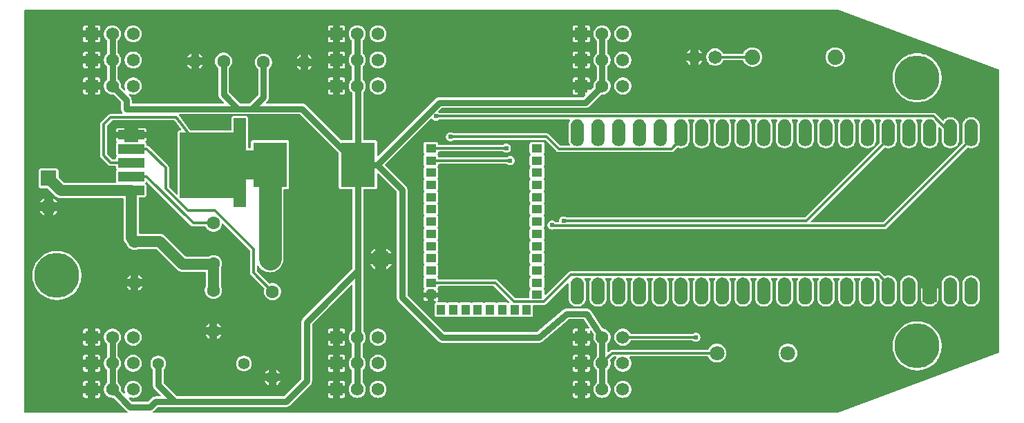
<source format=gtl>
G04 Layer: TopLayer*
G04 EasyEDA v6.5.23, 2023-09-19 16:20:23*
G04 fec3ef732f994282af85564de1ff210d,c045908398b64bc89dde678931a0b1f3,10*
G04 Gerber Generator version 0.2*
G04 Scale: 100 percent, Rotated: No, Reflected: No *
G04 Dimensions in millimeters *
G04 leading zeros omitted , absolute positions ,4 integer and 5 decimal *
%FSLAX45Y45*%
%MOMM*%

%AMMACRO1*4,1,8,-4.064,3.683,2.54,3.683,2.54,5.461,4.064,5.461,4.064,-5.461,2.54,-5.461,2.54,-4.3175,-4.064,-4.3175,-4.064,3.683,0*%
%ADD10C,0.7810*%
%ADD11C,0.3000*%
%ADD12C,1.3700*%
%ADD13C,3.5600*%
%ADD14C,2.7700*%
%ADD15R,4.1850X5.5000*%
%ADD16R,3.2000X1.1500*%
%ADD17MACRO1*%
%ADD18R,1.0008X1.3005*%
%ADD19R,1.3005X1.0008*%
%ADD20C,1.6000*%
%ADD21C,2.4000*%
%ADD22C,1.5748*%
%ADD23R,1.5748X1.5748*%
%ADD24C,1.6510*%
%ADD25C,1.4000*%
%ADD26C,1.8796*%
%ADD27R,1.9000X1.9000*%
%ADD28C,1.9000*%
%ADD29C,1.8000*%
%ADD30C,5.5000*%
%ADD31C,0.6100*%
%ADD32C,1.0000*%
%ADD33C,0.0122*%

%LPD*%
G36*
X833018Y5820156D02*
G01*
X829106Y5820968D01*
X825804Y5823153D01*
X743966Y5904992D01*
X741781Y5908294D01*
X741019Y5912154D01*
X741019Y6144056D01*
X740156Y6152489D01*
X737870Y6160160D01*
X734060Y6167221D01*
X728675Y6173825D01*
X493420Y6409029D01*
X486867Y6414465D01*
X479806Y6418224D01*
X472135Y6420561D01*
X468985Y6420866D01*
X465429Y6421882D01*
X462483Y6424168D01*
X460501Y6427317D01*
X459841Y6430975D01*
X459841Y6437426D01*
X459130Y6443726D01*
X457200Y6449212D01*
X454151Y6454089D01*
X449834Y6458407D01*
X447649Y6461658D01*
X446887Y6465570D01*
X447649Y6469430D01*
X449834Y6472732D01*
X454151Y6477050D01*
X457200Y6481927D01*
X459130Y6487414D01*
X459841Y6493713D01*
X459841Y6515557D01*
X360273Y6515557D01*
X360273Y6474053D01*
X359511Y6470142D01*
X357276Y6466840D01*
X354025Y6464655D01*
X350113Y6463893D01*
X197713Y6463893D01*
X193852Y6464655D01*
X190550Y6466840D01*
X188366Y6470142D01*
X187553Y6474053D01*
X187553Y6515557D01*
X88036Y6515557D01*
X88036Y6493713D01*
X88747Y6487414D01*
X90627Y6481927D01*
X93726Y6477050D01*
X97993Y6472732D01*
X100228Y6469430D01*
X100990Y6465570D01*
X100228Y6461658D01*
X97993Y6458407D01*
X93726Y6454089D01*
X90627Y6449212D01*
X88747Y6443726D01*
X88036Y6437426D01*
X88036Y6323533D01*
X88747Y6317234D01*
X90627Y6311747D01*
X93726Y6306870D01*
X97993Y6302552D01*
X100228Y6299250D01*
X100990Y6295390D01*
X100228Y6291478D01*
X97993Y6288227D01*
X93726Y6283909D01*
X90627Y6279032D01*
X88747Y6273546D01*
X88036Y6267246D01*
X88036Y6261354D01*
X87223Y6257493D01*
X85039Y6254191D01*
X81737Y6251956D01*
X77876Y6251194D01*
X46532Y6251194D01*
X42672Y6251956D01*
X39370Y6254191D01*
X-19608Y6313170D01*
X-21793Y6316472D01*
X-22606Y6320332D01*
X-22606Y6659067D01*
X-21793Y6662928D01*
X-19608Y6666230D01*
X39370Y6725208D01*
X42672Y6727393D01*
X46532Y6728206D01*
X800201Y6728206D01*
X803249Y6727698D01*
X806043Y6726326D01*
X808278Y6724192D01*
X887069Y6620814D01*
X888898Y6616750D01*
X888847Y6612280D01*
X886866Y6608267D01*
X883310Y6605473D01*
X878992Y6604508D01*
X869645Y6604508D01*
X863346Y6603796D01*
X857859Y6601866D01*
X852982Y6598818D01*
X848868Y6594703D01*
X845769Y6589826D01*
X843889Y6584340D01*
X843178Y6578041D01*
X843178Y5830316D01*
X842416Y5826455D01*
X840181Y5823153D01*
X836879Y5820968D01*
G37*

%LPC*%
G36*
X88036Y6585762D02*
G01*
X187553Y6585762D01*
X187553Y6634073D01*
X114503Y6634073D01*
X108153Y6633362D01*
X102717Y6631431D01*
X97790Y6628384D01*
X93726Y6624269D01*
X90627Y6619392D01*
X88747Y6613906D01*
X88036Y6607606D01*
G37*
G36*
X360273Y6585762D02*
G01*
X459841Y6585762D01*
X459841Y6607606D01*
X459130Y6613906D01*
X457200Y6619392D01*
X454151Y6624269D01*
X450037Y6628384D01*
X445160Y6631431D01*
X439674Y6633362D01*
X433374Y6634073D01*
X360273Y6634073D01*
G37*

%LPD*%
G36*
X-1023619Y3139287D02*
G01*
X-1027531Y3140100D01*
X-1030782Y3142284D01*
X-1033018Y3145586D01*
X-1033780Y3149447D01*
X-1033780Y8077301D01*
X-1033018Y8081213D01*
X-1030782Y8084515D01*
X-1027531Y8086699D01*
X-1023619Y8087461D01*
X8933738Y8087461D01*
X8937294Y8086852D01*
X10907776Y7347915D01*
X10911230Y7345730D01*
X10913567Y7342378D01*
X10914380Y7338415D01*
X10914380Y3888384D01*
X10913567Y3884422D01*
X10911230Y3881069D01*
X10907776Y3878884D01*
X8937294Y3139948D01*
X8933738Y3139287D01*
X547471Y3139287D01*
X543255Y3140252D01*
X539750Y3142894D01*
X537718Y3146704D01*
X537464Y3151073D01*
X539038Y3155137D01*
X542188Y3158134D01*
X546150Y3160572D01*
X554228Y3167430D01*
X595426Y3208680D01*
X598728Y3210864D01*
X602589Y3211626D01*
X2171293Y3211626D01*
X2181860Y3212490D01*
X2191766Y3214827D01*
X2201164Y3218738D01*
X2209850Y3224072D01*
X2217928Y3230930D01*
X2471369Y3484372D01*
X2478227Y3492449D01*
X2483561Y3501136D01*
X2487472Y3510534D01*
X2489809Y3520440D01*
X2490673Y3531006D01*
X2490673Y4223410D01*
X2491435Y4227271D01*
X2493619Y4230573D01*
X2971546Y4708499D01*
X2974848Y4710684D01*
X2978708Y4711446D01*
X2982620Y4710684D01*
X2985922Y4708499D01*
X2988106Y4705197D01*
X2988868Y4701286D01*
X2988868Y4162348D01*
X2988360Y4159097D01*
X2986786Y4156151D01*
X2984347Y4153915D01*
X2981502Y4151985D01*
X2971241Y4142994D01*
X2962198Y4132681D01*
X2954578Y4121302D01*
X2948533Y4109059D01*
X2944164Y4096054D01*
X2941472Y4082643D01*
X2940558Y4068978D01*
X2941472Y4055364D01*
X2944164Y4041901D01*
X2948533Y4028948D01*
X2954578Y4016705D01*
X2962198Y4005326D01*
X2971241Y3995013D01*
X2976778Y3990136D01*
X2979318Y3986682D01*
X2980232Y3982516D01*
X2980232Y3835501D01*
X2979318Y3831285D01*
X2976778Y3827881D01*
X2971241Y3823004D01*
X2962198Y3812692D01*
X2954578Y3801313D01*
X2948533Y3789019D01*
X2944164Y3776065D01*
X2941472Y3762654D01*
X2940558Y3748989D01*
X2941472Y3735324D01*
X2944164Y3721912D01*
X2948533Y3708958D01*
X2954578Y3696665D01*
X2962198Y3685286D01*
X2971241Y3675024D01*
X2976778Y3670147D01*
X2979318Y3666693D01*
X2980232Y3662476D01*
X2980232Y3515512D01*
X2979318Y3511296D01*
X2976778Y3507841D01*
X2971241Y3502964D01*
X2962198Y3492703D01*
X2954578Y3481324D01*
X2948533Y3469030D01*
X2944164Y3456076D01*
X2941472Y3442665D01*
X2940558Y3429000D01*
X2941472Y3415334D01*
X2944164Y3401923D01*
X2948533Y3388969D01*
X2954578Y3376676D01*
X2962198Y3365296D01*
X2971241Y3355035D01*
X2981502Y3345992D01*
X2992882Y3338372D01*
X3005175Y3332327D01*
X3018129Y3327958D01*
X3031540Y3325266D01*
X3045206Y3324351D01*
X3058871Y3325266D01*
X3072282Y3327958D01*
X3085236Y3332327D01*
X3097530Y3338372D01*
X3108909Y3345992D01*
X3119170Y3355035D01*
X3128213Y3365296D01*
X3135833Y3376676D01*
X3141878Y3388969D01*
X3146247Y3401923D01*
X3148939Y3415334D01*
X3149854Y3429000D01*
X3148939Y3442665D01*
X3146247Y3456076D01*
X3141878Y3469030D01*
X3135833Y3481324D01*
X3128213Y3492703D01*
X3119170Y3502964D01*
X3113633Y3507841D01*
X3111093Y3511296D01*
X3110179Y3515512D01*
X3110179Y3662476D01*
X3111093Y3666693D01*
X3113633Y3670147D01*
X3119170Y3675024D01*
X3128213Y3685286D01*
X3135833Y3696665D01*
X3141878Y3708958D01*
X3146247Y3721912D01*
X3148939Y3735324D01*
X3149854Y3748989D01*
X3148939Y3762654D01*
X3146247Y3776065D01*
X3141878Y3789019D01*
X3135833Y3801313D01*
X3128213Y3812692D01*
X3119170Y3823004D01*
X3113633Y3827881D01*
X3111093Y3831285D01*
X3110179Y3835501D01*
X3110179Y3982516D01*
X3111093Y3986682D01*
X3113633Y3990136D01*
X3119170Y3995013D01*
X3128213Y4005326D01*
X3135833Y4016705D01*
X3141878Y4028948D01*
X3146247Y4041901D01*
X3148939Y4055364D01*
X3149854Y4068978D01*
X3148939Y4082643D01*
X3146247Y4096054D01*
X3141878Y4109059D01*
X3135833Y4121302D01*
X3128213Y4132681D01*
X3121304Y4140555D01*
X3119475Y4143654D01*
X3118815Y4147261D01*
X3118815Y5873851D01*
X3119577Y5877712D01*
X3121761Y5881014D01*
X3125063Y5883198D01*
X3128975Y5884011D01*
X3262528Y5884011D01*
X3268827Y5884722D01*
X3274314Y5886602D01*
X3279190Y5889701D01*
X3283305Y5893765D01*
X3286404Y5898692D01*
X3288284Y5904128D01*
X3288995Y5910478D01*
X3288995Y6068822D01*
X3289757Y6072682D01*
X3291992Y6075984D01*
X3295294Y6078169D01*
X3299155Y6078982D01*
X3303066Y6078169D01*
X3306368Y6075984D01*
X3526180Y5856173D01*
X3528364Y5852871D01*
X3529126Y5849010D01*
X3529126Y4559706D01*
X3529990Y4549140D01*
X3532327Y4539234D01*
X3536238Y4529836D01*
X3541572Y4521149D01*
X3548430Y4513072D01*
X4043172Y4018330D01*
X4051249Y4011472D01*
X4059936Y4006138D01*
X4069334Y4002227D01*
X4079240Y3999890D01*
X4089806Y3999026D01*
X5270296Y3999026D01*
X5275529Y3999229D01*
X5280660Y3999839D01*
X5285587Y4000804D01*
X5290566Y4002227D01*
X5295290Y4003954D01*
X5300014Y4006138D01*
X5304383Y4008577D01*
X5308701Y4011472D01*
X5312765Y4014673D01*
X5634482Y4288739D01*
X5637530Y4290517D01*
X5641035Y4291126D01*
X5814415Y4291126D01*
X5817666Y4290618D01*
X5820613Y4289044D01*
X5822848Y4286605D01*
X5888380Y4187850D01*
X5889955Y4183938D01*
X5889802Y4179773D01*
X5887923Y4175963D01*
X5884773Y4173270D01*
X5880709Y4172102D01*
X5875680Y4172915D01*
X5869381Y4173626D01*
X5836920Y4173626D01*
X5836920Y4114698D01*
X5895848Y4114698D01*
X5895848Y4142892D01*
X5896762Y4147108D01*
X5899302Y4150563D01*
X5903061Y4152646D01*
X5907379Y4153001D01*
X5911392Y4151528D01*
X5914491Y4148531D01*
X5943142Y4105351D01*
X5944412Y4102557D01*
X5944819Y4099509D01*
X5941466Y4082643D01*
X5940552Y4068978D01*
X5941466Y4055364D01*
X5944158Y4041901D01*
X5948527Y4028948D01*
X5954572Y4016705D01*
X5962192Y4005326D01*
X5971235Y3995013D01*
X5976772Y3990136D01*
X5979312Y3986682D01*
X5980226Y3982516D01*
X5980226Y3835501D01*
X5979312Y3831285D01*
X5976772Y3827881D01*
X5971235Y3823004D01*
X5962192Y3812692D01*
X5954572Y3801313D01*
X5948527Y3789019D01*
X5944158Y3776065D01*
X5941466Y3762654D01*
X5940552Y3748989D01*
X5941466Y3735324D01*
X5944158Y3721912D01*
X5948527Y3708958D01*
X5954572Y3696665D01*
X5962192Y3685286D01*
X5971235Y3675024D01*
X5976772Y3670147D01*
X5979312Y3666693D01*
X5980226Y3662476D01*
X5980226Y3515512D01*
X5979312Y3511296D01*
X5976772Y3507841D01*
X5971235Y3502964D01*
X5962192Y3492703D01*
X5954572Y3481324D01*
X5948527Y3469030D01*
X5944158Y3456076D01*
X5941466Y3442665D01*
X5940552Y3429000D01*
X5941466Y3415334D01*
X5944158Y3401923D01*
X5948527Y3388969D01*
X5954572Y3376676D01*
X5962192Y3365296D01*
X5971235Y3355035D01*
X5981496Y3345992D01*
X5992876Y3338372D01*
X6005169Y3332327D01*
X6018123Y3327958D01*
X6031534Y3325266D01*
X6045200Y3324351D01*
X6058865Y3325266D01*
X6072276Y3327958D01*
X6085230Y3332327D01*
X6097524Y3338372D01*
X6108903Y3345992D01*
X6119164Y3355035D01*
X6128207Y3365296D01*
X6135827Y3376676D01*
X6141872Y3388969D01*
X6146241Y3401923D01*
X6148933Y3415334D01*
X6149848Y3429000D01*
X6148933Y3442665D01*
X6146241Y3456076D01*
X6141872Y3469030D01*
X6135827Y3481324D01*
X6128207Y3492703D01*
X6119164Y3502964D01*
X6113627Y3507841D01*
X6111087Y3511296D01*
X6110173Y3515512D01*
X6110173Y3662476D01*
X6111087Y3666693D01*
X6113627Y3670147D01*
X6119164Y3675024D01*
X6128207Y3685286D01*
X6135827Y3696665D01*
X6141872Y3708958D01*
X6146241Y3721912D01*
X6148933Y3735324D01*
X6149848Y3748989D01*
X6148933Y3762654D01*
X6146241Y3776065D01*
X6144209Y3782161D01*
X6143650Y3785870D01*
X6144514Y3789476D01*
X6146647Y3792575D01*
X6183680Y3829608D01*
X6186982Y3831793D01*
X6190843Y3832606D01*
X6211214Y3832606D01*
X6215024Y3831844D01*
X6218224Y3829761D01*
X6220460Y3826611D01*
X6221374Y3822852D01*
X6220815Y3819042D01*
X6218885Y3815740D01*
X6216192Y3812692D01*
X6208572Y3801313D01*
X6202527Y3789019D01*
X6198158Y3776065D01*
X6195466Y3762654D01*
X6194552Y3748989D01*
X6195466Y3735324D01*
X6198158Y3721912D01*
X6202527Y3708958D01*
X6208572Y3696665D01*
X6216192Y3685286D01*
X6225235Y3675024D01*
X6235496Y3665982D01*
X6246876Y3658412D01*
X6259169Y3652316D01*
X6272123Y3647948D01*
X6285534Y3645255D01*
X6299200Y3644392D01*
X6312865Y3645255D01*
X6326276Y3647948D01*
X6339230Y3652316D01*
X6351524Y3658412D01*
X6362903Y3665982D01*
X6373164Y3675024D01*
X6382207Y3685286D01*
X6389827Y3696665D01*
X6395872Y3708958D01*
X6400241Y3721912D01*
X6402933Y3735324D01*
X6403848Y3748989D01*
X6402933Y3762654D01*
X6400241Y3776065D01*
X6395872Y3789019D01*
X6389827Y3801313D01*
X6382207Y3812692D01*
X6379514Y3815740D01*
X6377584Y3819042D01*
X6377025Y3822852D01*
X6377940Y3826611D01*
X6380175Y3829761D01*
X6383375Y3831844D01*
X6387185Y3832606D01*
X7336688Y3832606D01*
X7340396Y3831894D01*
X7343648Y3829862D01*
X7345883Y3826764D01*
X7350150Y3817670D01*
X7357922Y3805377D01*
X7367219Y3794150D01*
X7377836Y3784193D01*
X7389622Y3775659D01*
X7402372Y3768648D01*
X7415885Y3763264D01*
X7429957Y3759657D01*
X7444435Y3757828D01*
X7458964Y3757828D01*
X7473391Y3759657D01*
X7487513Y3763264D01*
X7501026Y3768648D01*
X7513777Y3775659D01*
X7525562Y3784193D01*
X7536180Y3794150D01*
X7545425Y3805377D01*
X7553248Y3817670D01*
X7559446Y3830828D01*
X7563916Y3844696D01*
X7566659Y3858971D01*
X7567574Y3873500D01*
X7566659Y3888028D01*
X7563916Y3902303D01*
X7559446Y3916172D01*
X7553248Y3929329D01*
X7545425Y3941622D01*
X7536180Y3952849D01*
X7525562Y3962806D01*
X7513777Y3971340D01*
X7501026Y3978351D01*
X7487513Y3983736D01*
X7473391Y3987342D01*
X7458964Y3989171D01*
X7444435Y3989171D01*
X7429957Y3987342D01*
X7415885Y3983736D01*
X7402372Y3978351D01*
X7389622Y3971340D01*
X7377836Y3962806D01*
X7367219Y3952849D01*
X7357922Y3941622D01*
X7350150Y3929329D01*
X7345883Y3920236D01*
X7343648Y3917137D01*
X7340396Y3915105D01*
X7336688Y3914394D01*
X6170218Y3914394D01*
X6161735Y3913581D01*
X6154064Y3911244D01*
X6147003Y3907485D01*
X6140399Y3902049D01*
X6127496Y3889146D01*
X6124194Y3886962D01*
X6120333Y3886200D01*
X6116421Y3886962D01*
X6113119Y3889146D01*
X6110935Y3892448D01*
X6110173Y3896360D01*
X6110173Y3982516D01*
X6111087Y3986682D01*
X6113627Y3990136D01*
X6119164Y3995013D01*
X6128207Y4005326D01*
X6135827Y4016705D01*
X6141872Y4028948D01*
X6146241Y4041901D01*
X6148933Y4055364D01*
X6149848Y4068978D01*
X6148933Y4082643D01*
X6146241Y4096054D01*
X6141872Y4109059D01*
X6135827Y4121302D01*
X6128207Y4132681D01*
X6119164Y4142994D01*
X6108903Y4151985D01*
X6097524Y4159605D01*
X6085230Y4165650D01*
X6072276Y4170070D01*
X6057849Y4172864D01*
X6054140Y4174388D01*
X6051346Y4177233D01*
X5907379Y4394149D01*
X5900775Y4401921D01*
X5894933Y4407103D01*
X5886450Y4412742D01*
X5884367Y4413910D01*
X5874969Y4417822D01*
X5867400Y4419803D01*
X5857290Y4421022D01*
X5613603Y4421073D01*
X5608370Y4420870D01*
X5603240Y4420260D01*
X5598312Y4419295D01*
X5593334Y4417872D01*
X5588609Y4416145D01*
X5583885Y4413961D01*
X5579516Y4411522D01*
X5575198Y4408627D01*
X5571134Y4405426D01*
X5249418Y4131360D01*
X5246370Y4129582D01*
X5242864Y4128973D01*
X4120489Y4128973D01*
X4116628Y4129735D01*
X4113326Y4131919D01*
X3662019Y4583226D01*
X3659835Y4586528D01*
X3659073Y4590389D01*
X3659073Y5879693D01*
X3658209Y5890260D01*
X3655872Y5900166D01*
X3651961Y5909564D01*
X3646627Y5918250D01*
X3639769Y5926328D01*
X3388360Y6177737D01*
X3386124Y6180988D01*
X3385362Y6184900D01*
X3386124Y6188811D01*
X3388360Y6192062D01*
X3946347Y6750100D01*
X3950055Y6752437D01*
X3954424Y6753047D01*
X3958640Y6751726D01*
X3961841Y6748729D01*
X3965143Y6744055D01*
X3972102Y6737096D01*
X3980129Y6731457D01*
X3989019Y6727291D01*
X3998518Y6724751D01*
X4008323Y6723888D01*
X4018127Y6724751D01*
X4027627Y6727291D01*
X4036517Y6731457D01*
X4045204Y6737553D01*
X4047947Y6738874D01*
X4050995Y6739381D01*
X5643524Y6739381D01*
X5647740Y6738467D01*
X5651195Y6735876D01*
X5653278Y6732066D01*
X5653582Y6727799D01*
X5652058Y6723735D01*
X5646420Y6714896D01*
X5644540Y6711492D01*
X5640374Y6702704D01*
X5638952Y6699046D01*
X5635955Y6689801D01*
X5634990Y6685991D01*
X5633161Y6676440D01*
X5632704Y6672681D01*
X5631992Y6660692D01*
X5631992Y6496304D01*
X5632704Y6484264D01*
X5633161Y6480505D01*
X5634990Y6470954D01*
X5635955Y6467144D01*
X5638952Y6457899D01*
X5640374Y6454292D01*
X5644540Y6445453D01*
X5646420Y6442049D01*
X5649671Y6436918D01*
X5651195Y6432905D01*
X5650839Y6428587D01*
X5648807Y6424828D01*
X5645353Y6422237D01*
X5641136Y6421323D01*
X5535676Y6421323D01*
X5531815Y6422085D01*
X5528513Y6424269D01*
X5395874Y6556908D01*
X5389321Y6562293D01*
X5382260Y6566103D01*
X5374589Y6568389D01*
X5366105Y6569252D01*
X4229811Y6569252D01*
X4226763Y6569709D01*
X4224020Y6571081D01*
X4215333Y6577126D01*
X4206443Y6581292D01*
X4196943Y6583832D01*
X4187139Y6584696D01*
X4177334Y6583832D01*
X4167835Y6581292D01*
X4158945Y6577126D01*
X4150918Y6571538D01*
X4143959Y6564579D01*
X4138320Y6556502D01*
X4134154Y6547612D01*
X4131614Y6538112D01*
X4130751Y6528307D01*
X4131614Y6518554D01*
X4134154Y6509054D01*
X4138320Y6500164D01*
X4143959Y6492087D01*
X4150918Y6485128D01*
X4158945Y6479540D01*
X4167835Y6475374D01*
X4177334Y6472834D01*
X4187139Y6471970D01*
X4196943Y6472834D01*
X4206443Y6475374D01*
X4215333Y6479540D01*
X4224020Y6485585D01*
X4226763Y6486956D01*
X4229811Y6487414D01*
X5345480Y6487414D01*
X5349341Y6486652D01*
X5352643Y6484467D01*
X5485282Y6351828D01*
X5491835Y6346444D01*
X5498896Y6342634D01*
X5506567Y6340348D01*
X5515051Y6339484D01*
X6894322Y6339484D01*
X6902754Y6340348D01*
X6910425Y6342634D01*
X6917486Y6346444D01*
X6924090Y6351828D01*
X6963714Y6391452D01*
X6966813Y6393586D01*
X6970420Y6394450D01*
X6974128Y6393942D01*
X6978853Y6392316D01*
X6988251Y6389928D01*
X6991959Y6389217D01*
X7001611Y6387998D01*
X7005523Y6387744D01*
X7015276Y6387744D01*
X7019188Y6387998D01*
X7028840Y6389217D01*
X7032599Y6389928D01*
X7041997Y6392367D01*
X7045756Y6393535D01*
X7054748Y6397142D01*
X7058304Y6398768D01*
X7066838Y6403492D01*
X7070090Y6405524D01*
X7077913Y6411214D01*
X7081012Y6413804D01*
X7088073Y6420459D01*
X7090714Y6423253D01*
X7096912Y6430721D01*
X7099198Y6433870D01*
X7104380Y6442049D01*
X7106310Y6445554D01*
X7110425Y6454343D01*
X7111847Y6457899D01*
X7114844Y6467144D01*
X7115809Y6470904D01*
X7117638Y6480454D01*
X7118146Y6484366D01*
X7118807Y6496253D01*
X7118807Y6660692D01*
X7118146Y6672630D01*
X7117638Y6676542D01*
X7115809Y6686092D01*
X7114844Y6689801D01*
X7111847Y6699046D01*
X7110425Y6702653D01*
X7106310Y6711442D01*
X7104380Y6714896D01*
X7098741Y6723735D01*
X7097268Y6727799D01*
X7097572Y6732066D01*
X7099655Y6735876D01*
X7103109Y6738467D01*
X7107326Y6739381D01*
X7167524Y6739381D01*
X7171740Y6738467D01*
X7175195Y6735876D01*
X7177278Y6732066D01*
X7177582Y6727799D01*
X7176058Y6723735D01*
X7170420Y6714896D01*
X7168540Y6711492D01*
X7164374Y6702704D01*
X7162952Y6699046D01*
X7159955Y6689801D01*
X7158990Y6685991D01*
X7157161Y6676440D01*
X7156703Y6672681D01*
X7155992Y6660692D01*
X7155992Y6496304D01*
X7156703Y6484264D01*
X7157161Y6480505D01*
X7158990Y6470954D01*
X7159955Y6467144D01*
X7162952Y6457899D01*
X7164374Y6454292D01*
X7168540Y6445453D01*
X7170420Y6442049D01*
X7175652Y6433870D01*
X7177938Y6430721D01*
X7184136Y6423253D01*
X7186726Y6420459D01*
X7193788Y6413804D01*
X7196886Y6411214D01*
X7204760Y6405524D01*
X7207961Y6403492D01*
X7216444Y6398818D01*
X7220051Y6397142D01*
X7229094Y6393535D01*
X7232802Y6392367D01*
X7242251Y6389928D01*
X7245959Y6389217D01*
X7255611Y6387998D01*
X7259523Y6387744D01*
X7269276Y6387744D01*
X7273188Y6387998D01*
X7282840Y6389217D01*
X7286599Y6389928D01*
X7295997Y6392367D01*
X7299756Y6393535D01*
X7308748Y6397142D01*
X7312304Y6398768D01*
X7320838Y6403492D01*
X7324090Y6405524D01*
X7331913Y6411214D01*
X7335012Y6413804D01*
X7342073Y6420459D01*
X7344714Y6423253D01*
X7350912Y6430721D01*
X7353198Y6433870D01*
X7358380Y6442049D01*
X7360310Y6445554D01*
X7364425Y6454343D01*
X7365847Y6457899D01*
X7368844Y6467144D01*
X7369809Y6470904D01*
X7371638Y6480454D01*
X7372146Y6484366D01*
X7372807Y6496253D01*
X7372807Y6660692D01*
X7372146Y6672630D01*
X7371638Y6676542D01*
X7369809Y6686092D01*
X7368844Y6689801D01*
X7365847Y6699046D01*
X7364425Y6702653D01*
X7360310Y6711442D01*
X7358380Y6714896D01*
X7352741Y6723735D01*
X7351268Y6727799D01*
X7351572Y6732066D01*
X7353655Y6735876D01*
X7357109Y6738467D01*
X7361326Y6739381D01*
X7421524Y6739381D01*
X7425740Y6738467D01*
X7429195Y6735876D01*
X7431278Y6732066D01*
X7431582Y6727799D01*
X7430058Y6723735D01*
X7424420Y6714896D01*
X7422540Y6711492D01*
X7418374Y6702704D01*
X7416952Y6699046D01*
X7413955Y6689801D01*
X7412990Y6685991D01*
X7411161Y6676440D01*
X7410703Y6672681D01*
X7409992Y6660692D01*
X7409992Y6496304D01*
X7410703Y6484264D01*
X7411161Y6480505D01*
X7412990Y6470954D01*
X7413955Y6467144D01*
X7416952Y6457899D01*
X7418374Y6454292D01*
X7422540Y6445453D01*
X7424420Y6442049D01*
X7429652Y6433870D01*
X7431938Y6430721D01*
X7438136Y6423253D01*
X7440726Y6420459D01*
X7447788Y6413804D01*
X7450886Y6411214D01*
X7458760Y6405524D01*
X7461961Y6403492D01*
X7470444Y6398818D01*
X7474051Y6397142D01*
X7483094Y6393535D01*
X7486802Y6392367D01*
X7496251Y6389928D01*
X7499959Y6389217D01*
X7509611Y6387998D01*
X7513523Y6387744D01*
X7523276Y6387744D01*
X7527188Y6387998D01*
X7536840Y6389217D01*
X7540599Y6389928D01*
X7549997Y6392367D01*
X7553756Y6393535D01*
X7562748Y6397142D01*
X7566304Y6398768D01*
X7574838Y6403492D01*
X7578090Y6405524D01*
X7585913Y6411214D01*
X7589012Y6413804D01*
X7596073Y6420459D01*
X7598714Y6423253D01*
X7604912Y6430721D01*
X7607198Y6433870D01*
X7612380Y6442049D01*
X7614310Y6445554D01*
X7618425Y6454343D01*
X7619847Y6457899D01*
X7622844Y6467144D01*
X7623809Y6470904D01*
X7625638Y6480454D01*
X7626146Y6484366D01*
X7626807Y6496253D01*
X7626807Y6660692D01*
X7626146Y6672630D01*
X7625638Y6676542D01*
X7623809Y6686092D01*
X7622844Y6689801D01*
X7619847Y6699046D01*
X7618425Y6702653D01*
X7614310Y6711442D01*
X7612380Y6714896D01*
X7606741Y6723735D01*
X7605268Y6727799D01*
X7605572Y6732066D01*
X7607655Y6735876D01*
X7611109Y6738467D01*
X7615326Y6739381D01*
X7675524Y6739381D01*
X7679740Y6738467D01*
X7683195Y6735876D01*
X7685278Y6732066D01*
X7685582Y6727799D01*
X7684058Y6723735D01*
X7678420Y6714896D01*
X7676540Y6711492D01*
X7672374Y6702704D01*
X7670952Y6699046D01*
X7667955Y6689801D01*
X7666990Y6685991D01*
X7665161Y6676440D01*
X7664703Y6672681D01*
X7663992Y6660692D01*
X7663992Y6496304D01*
X7664703Y6484264D01*
X7665161Y6480505D01*
X7666990Y6470954D01*
X7667955Y6467144D01*
X7670952Y6457899D01*
X7672374Y6454292D01*
X7676540Y6445453D01*
X7678420Y6442049D01*
X7683652Y6433870D01*
X7685938Y6430721D01*
X7692136Y6423253D01*
X7694726Y6420459D01*
X7701788Y6413804D01*
X7704886Y6411214D01*
X7712760Y6405524D01*
X7715961Y6403492D01*
X7724444Y6398818D01*
X7728051Y6397142D01*
X7737094Y6393535D01*
X7740802Y6392367D01*
X7750251Y6389928D01*
X7753959Y6389217D01*
X7763611Y6387998D01*
X7767523Y6387744D01*
X7777276Y6387744D01*
X7781188Y6387998D01*
X7790840Y6389217D01*
X7794599Y6389928D01*
X7803997Y6392367D01*
X7807756Y6393535D01*
X7816748Y6397142D01*
X7820304Y6398768D01*
X7828838Y6403492D01*
X7832090Y6405524D01*
X7839913Y6411214D01*
X7843012Y6413804D01*
X7850073Y6420459D01*
X7852714Y6423253D01*
X7858912Y6430721D01*
X7861198Y6433921D01*
X7866380Y6442100D01*
X7868259Y6445453D01*
X7872425Y6454292D01*
X7873847Y6457899D01*
X7876844Y6467144D01*
X7877809Y6470904D01*
X7879638Y6480454D01*
X7880146Y6484366D01*
X7880807Y6496253D01*
X7880807Y6660692D01*
X7880146Y6672630D01*
X7879638Y6676542D01*
X7877809Y6686092D01*
X7876844Y6689801D01*
X7873847Y6699046D01*
X7872425Y6702704D01*
X7868259Y6711492D01*
X7866430Y6714845D01*
X7860741Y6723735D01*
X7859268Y6727799D01*
X7859572Y6732066D01*
X7861655Y6735876D01*
X7865109Y6738467D01*
X7869326Y6739381D01*
X7929473Y6739381D01*
X7933690Y6738467D01*
X7937144Y6735876D01*
X7939227Y6732066D01*
X7939531Y6727799D01*
X7938058Y6723735D01*
X7932369Y6714845D01*
X7930540Y6711492D01*
X7926374Y6702704D01*
X7924952Y6699046D01*
X7921955Y6689801D01*
X7920990Y6685991D01*
X7919161Y6676440D01*
X7918703Y6672681D01*
X7917992Y6660692D01*
X7917992Y6496304D01*
X7918703Y6484264D01*
X7919161Y6480505D01*
X7920990Y6470954D01*
X7921955Y6467144D01*
X7924952Y6457899D01*
X7926374Y6454292D01*
X7930540Y6445453D01*
X7932420Y6442100D01*
X7937601Y6433921D01*
X7939887Y6430721D01*
X7946085Y6423253D01*
X7948726Y6420408D01*
X7955838Y6413754D01*
X7958886Y6411214D01*
X7966760Y6405524D01*
X7969961Y6403492D01*
X7978444Y6398818D01*
X7982051Y6397142D01*
X7991094Y6393535D01*
X7994802Y6392367D01*
X8004251Y6389928D01*
X8007959Y6389217D01*
X8017611Y6387998D01*
X8021523Y6387744D01*
X8031276Y6387744D01*
X8035188Y6387998D01*
X8044840Y6389217D01*
X8048599Y6389928D01*
X8057997Y6392367D01*
X8061756Y6393535D01*
X8070748Y6397142D01*
X8074304Y6398768D01*
X8082838Y6403492D01*
X8086090Y6405524D01*
X8093913Y6411214D01*
X8097012Y6413804D01*
X8104073Y6420459D01*
X8106714Y6423253D01*
X8112912Y6430721D01*
X8115198Y6433921D01*
X8120380Y6442100D01*
X8122259Y6445453D01*
X8126425Y6454292D01*
X8127847Y6457899D01*
X8130844Y6467144D01*
X8131809Y6470904D01*
X8133638Y6480454D01*
X8134146Y6484366D01*
X8134807Y6496253D01*
X8134807Y6660692D01*
X8134146Y6672630D01*
X8133638Y6676542D01*
X8131809Y6686092D01*
X8130844Y6689801D01*
X8127847Y6699046D01*
X8126425Y6702704D01*
X8122259Y6711492D01*
X8120430Y6714845D01*
X8114741Y6723735D01*
X8113268Y6727799D01*
X8113572Y6732066D01*
X8115655Y6735876D01*
X8119109Y6738467D01*
X8123326Y6739381D01*
X8183473Y6739381D01*
X8187690Y6738467D01*
X8191144Y6735876D01*
X8193227Y6732066D01*
X8193531Y6727799D01*
X8192058Y6723735D01*
X8186369Y6714845D01*
X8184540Y6711492D01*
X8180374Y6702704D01*
X8178952Y6699046D01*
X8175955Y6689801D01*
X8174990Y6685991D01*
X8173161Y6676440D01*
X8172703Y6672681D01*
X8171992Y6660692D01*
X8171992Y6496304D01*
X8172703Y6484264D01*
X8173161Y6480505D01*
X8174990Y6470954D01*
X8175955Y6467144D01*
X8178952Y6457899D01*
X8180374Y6454292D01*
X8184540Y6445453D01*
X8186420Y6442100D01*
X8191601Y6433921D01*
X8193887Y6430721D01*
X8200085Y6423253D01*
X8202726Y6420408D01*
X8209838Y6413754D01*
X8212886Y6411214D01*
X8220760Y6405524D01*
X8223961Y6403492D01*
X8232495Y6398818D01*
X8236051Y6397142D01*
X8245043Y6393535D01*
X8248802Y6392316D01*
X8258251Y6389928D01*
X8261959Y6389217D01*
X8271611Y6387998D01*
X8275523Y6387744D01*
X8285276Y6387744D01*
X8289188Y6387998D01*
X8298840Y6389217D01*
X8302599Y6389928D01*
X8311997Y6392367D01*
X8315756Y6393535D01*
X8324748Y6397142D01*
X8328304Y6398768D01*
X8336838Y6403492D01*
X8340090Y6405524D01*
X8347913Y6411214D01*
X8351012Y6413804D01*
X8358073Y6420459D01*
X8360714Y6423253D01*
X8366912Y6430721D01*
X8369198Y6433921D01*
X8374380Y6442100D01*
X8376259Y6445453D01*
X8380425Y6454292D01*
X8381847Y6457899D01*
X8384844Y6467144D01*
X8385809Y6470904D01*
X8387638Y6480454D01*
X8388146Y6484366D01*
X8388807Y6496253D01*
X8388807Y6660692D01*
X8388146Y6672630D01*
X8387638Y6676542D01*
X8385809Y6686092D01*
X8384844Y6689801D01*
X8381847Y6699046D01*
X8380425Y6702704D01*
X8376259Y6711492D01*
X8374430Y6714845D01*
X8368741Y6723735D01*
X8367268Y6727799D01*
X8367572Y6732066D01*
X8369655Y6735876D01*
X8373109Y6738467D01*
X8377326Y6739381D01*
X8437473Y6739381D01*
X8441690Y6738467D01*
X8445144Y6735876D01*
X8447227Y6732066D01*
X8447532Y6727799D01*
X8446058Y6723735D01*
X8440369Y6714845D01*
X8438540Y6711492D01*
X8434374Y6702704D01*
X8432952Y6699046D01*
X8429955Y6689801D01*
X8428990Y6685991D01*
X8427161Y6676440D01*
X8426704Y6672681D01*
X8425992Y6660692D01*
X8425992Y6496304D01*
X8426704Y6484264D01*
X8427161Y6480505D01*
X8428990Y6470954D01*
X8429955Y6467144D01*
X8432952Y6457899D01*
X8434374Y6454292D01*
X8438540Y6445453D01*
X8440420Y6442100D01*
X8445601Y6433921D01*
X8447887Y6430721D01*
X8454085Y6423253D01*
X8456726Y6420408D01*
X8463838Y6413754D01*
X8466886Y6411214D01*
X8474760Y6405524D01*
X8477961Y6403492D01*
X8486495Y6398818D01*
X8490051Y6397142D01*
X8499043Y6393535D01*
X8502802Y6392316D01*
X8512251Y6389928D01*
X8515959Y6389217D01*
X8525611Y6387998D01*
X8529523Y6387744D01*
X8539276Y6387744D01*
X8543188Y6387998D01*
X8552840Y6389217D01*
X8556599Y6389928D01*
X8565997Y6392367D01*
X8569756Y6393535D01*
X8578748Y6397142D01*
X8582304Y6398768D01*
X8590838Y6403492D01*
X8594090Y6405524D01*
X8601913Y6411214D01*
X8605012Y6413804D01*
X8612073Y6420459D01*
X8614714Y6423253D01*
X8620912Y6430721D01*
X8623198Y6433921D01*
X8628380Y6442100D01*
X8630259Y6445453D01*
X8634425Y6454292D01*
X8635847Y6457899D01*
X8638844Y6467144D01*
X8639810Y6470904D01*
X8641638Y6480454D01*
X8642146Y6484366D01*
X8642807Y6496253D01*
X8642807Y6660692D01*
X8642146Y6672630D01*
X8641638Y6676542D01*
X8639810Y6686092D01*
X8638844Y6689801D01*
X8635847Y6699046D01*
X8634425Y6702704D01*
X8630259Y6711492D01*
X8628430Y6714845D01*
X8622741Y6723735D01*
X8621268Y6727799D01*
X8621572Y6732066D01*
X8623655Y6735876D01*
X8627110Y6738467D01*
X8631326Y6739381D01*
X8691473Y6739381D01*
X8695690Y6738467D01*
X8699144Y6735876D01*
X8701227Y6732066D01*
X8701532Y6727799D01*
X8700058Y6723735D01*
X8694369Y6714845D01*
X8692540Y6711492D01*
X8688374Y6702704D01*
X8686952Y6699046D01*
X8683955Y6689801D01*
X8682990Y6685991D01*
X8681161Y6676440D01*
X8680704Y6672681D01*
X8679992Y6660692D01*
X8679992Y6496304D01*
X8680704Y6484264D01*
X8681161Y6480505D01*
X8682990Y6470954D01*
X8683955Y6467144D01*
X8686952Y6457899D01*
X8688374Y6454292D01*
X8692540Y6445453D01*
X8694420Y6442100D01*
X8699601Y6433921D01*
X8701887Y6430721D01*
X8708085Y6423253D01*
X8710726Y6420408D01*
X8717838Y6413754D01*
X8720886Y6411214D01*
X8728760Y6405524D01*
X8731961Y6403492D01*
X8740495Y6398818D01*
X8744051Y6397142D01*
X8753043Y6393535D01*
X8756802Y6392316D01*
X8766251Y6389928D01*
X8769959Y6389217D01*
X8779611Y6387998D01*
X8783523Y6387744D01*
X8793276Y6387744D01*
X8797188Y6387998D01*
X8806840Y6389217D01*
X8810599Y6389928D01*
X8819997Y6392367D01*
X8823756Y6393535D01*
X8832748Y6397142D01*
X8836304Y6398768D01*
X8844838Y6403492D01*
X8848090Y6405524D01*
X8855913Y6411214D01*
X8859012Y6413804D01*
X8866073Y6420459D01*
X8868714Y6423253D01*
X8874912Y6430721D01*
X8877198Y6433921D01*
X8882380Y6442100D01*
X8884259Y6445453D01*
X8888425Y6454292D01*
X8889847Y6457899D01*
X8892844Y6467144D01*
X8893810Y6470904D01*
X8895638Y6480454D01*
X8896146Y6484366D01*
X8896807Y6496253D01*
X8896807Y6660692D01*
X8896146Y6672630D01*
X8895638Y6676542D01*
X8893810Y6686092D01*
X8892844Y6689801D01*
X8889847Y6699046D01*
X8888425Y6702704D01*
X8884259Y6711492D01*
X8882430Y6714845D01*
X8876741Y6723735D01*
X8875268Y6727799D01*
X8875572Y6732066D01*
X8877655Y6735876D01*
X8881110Y6738467D01*
X8885326Y6739381D01*
X8945473Y6739381D01*
X8949690Y6738467D01*
X8953144Y6735876D01*
X8955227Y6732066D01*
X8955532Y6727799D01*
X8954058Y6723735D01*
X8948369Y6714845D01*
X8946540Y6711492D01*
X8942374Y6702704D01*
X8940952Y6699046D01*
X8937955Y6689801D01*
X8936990Y6685991D01*
X8935161Y6676440D01*
X8934704Y6672681D01*
X8933992Y6660692D01*
X8933992Y6496304D01*
X8934704Y6484264D01*
X8935161Y6480505D01*
X8936990Y6470954D01*
X8937955Y6467144D01*
X8940952Y6457899D01*
X8942374Y6454292D01*
X8946540Y6445453D01*
X8948420Y6442100D01*
X8953601Y6433921D01*
X8955887Y6430721D01*
X8962085Y6423253D01*
X8964726Y6420408D01*
X8971838Y6413754D01*
X8974886Y6411214D01*
X8982760Y6405524D01*
X8985961Y6403492D01*
X8994495Y6398818D01*
X8998051Y6397142D01*
X9007043Y6393535D01*
X9010802Y6392316D01*
X9020251Y6389928D01*
X9023959Y6389217D01*
X9033611Y6387998D01*
X9037523Y6387744D01*
X9047276Y6387744D01*
X9051188Y6387998D01*
X9060840Y6389217D01*
X9064599Y6389928D01*
X9073997Y6392367D01*
X9077756Y6393535D01*
X9086748Y6397142D01*
X9090304Y6398818D01*
X9098838Y6403492D01*
X9102039Y6405524D01*
X9109913Y6411214D01*
X9112961Y6413754D01*
X9120073Y6420408D01*
X9122714Y6423253D01*
X9128912Y6430721D01*
X9131198Y6433921D01*
X9136380Y6442100D01*
X9138259Y6445453D01*
X9142425Y6454292D01*
X9143847Y6457899D01*
X9146844Y6467144D01*
X9147810Y6470904D01*
X9149638Y6480454D01*
X9150146Y6484366D01*
X9150807Y6496253D01*
X9150807Y6660692D01*
X9150146Y6672630D01*
X9149638Y6676542D01*
X9147810Y6686092D01*
X9146844Y6689801D01*
X9143847Y6699046D01*
X9142425Y6702704D01*
X9138259Y6711492D01*
X9136430Y6714845D01*
X9130741Y6723735D01*
X9129268Y6727799D01*
X9129572Y6732066D01*
X9131655Y6735876D01*
X9135110Y6738467D01*
X9139326Y6739381D01*
X9199473Y6739381D01*
X9203690Y6738467D01*
X9207144Y6735876D01*
X9209227Y6732066D01*
X9209532Y6727799D01*
X9208058Y6723735D01*
X9202369Y6714845D01*
X9200540Y6711492D01*
X9196374Y6702704D01*
X9194952Y6699046D01*
X9191955Y6689801D01*
X9190990Y6685991D01*
X9189161Y6676440D01*
X9188704Y6672681D01*
X9187992Y6660692D01*
X9187992Y6496304D01*
X9188704Y6484264D01*
X9189161Y6480505D01*
X9190990Y6470954D01*
X9191955Y6467144D01*
X9194952Y6457899D01*
X9196374Y6454292D01*
X9200540Y6445453D01*
X9202420Y6442100D01*
X9207601Y6433921D01*
X9209887Y6430721D01*
X9216085Y6423253D01*
X9218726Y6420408D01*
X9225838Y6413754D01*
X9228886Y6411214D01*
X9236760Y6405524D01*
X9239961Y6403492D01*
X9248495Y6398818D01*
X9252051Y6397142D01*
X9261043Y6393535D01*
X9264802Y6392367D01*
X9274200Y6389928D01*
X9277959Y6389217D01*
X9287611Y6387998D01*
X9291523Y6387744D01*
X9301276Y6387744D01*
X9305188Y6387998D01*
X9314840Y6389217D01*
X9318599Y6389928D01*
X9327997Y6392367D01*
X9331756Y6393535D01*
X9340748Y6397142D01*
X9344304Y6398818D01*
X9352838Y6403492D01*
X9356039Y6405524D01*
X9363913Y6411214D01*
X9366961Y6413754D01*
X9374073Y6420408D01*
X9376714Y6423253D01*
X9382912Y6430721D01*
X9385198Y6433921D01*
X9390380Y6442100D01*
X9392259Y6445453D01*
X9396425Y6454292D01*
X9397847Y6457899D01*
X9400844Y6467144D01*
X9401810Y6470904D01*
X9403638Y6480454D01*
X9404146Y6484366D01*
X9404807Y6496253D01*
X9404807Y6660692D01*
X9404146Y6672630D01*
X9403638Y6676542D01*
X9401810Y6686092D01*
X9400844Y6689801D01*
X9397847Y6699046D01*
X9396425Y6702704D01*
X9392259Y6711492D01*
X9390430Y6714845D01*
X9384741Y6723735D01*
X9383268Y6727799D01*
X9383572Y6732066D01*
X9385655Y6735876D01*
X9389110Y6738467D01*
X9393326Y6739381D01*
X9453473Y6739381D01*
X9457690Y6738467D01*
X9461144Y6735876D01*
X9463227Y6732066D01*
X9463532Y6727799D01*
X9462058Y6723735D01*
X9456369Y6714845D01*
X9454540Y6711492D01*
X9450374Y6702704D01*
X9448952Y6699046D01*
X9445955Y6689801D01*
X9444990Y6685991D01*
X9443161Y6676440D01*
X9442704Y6672681D01*
X9441992Y6660692D01*
X9441992Y6496304D01*
X9442704Y6484264D01*
X9443161Y6480505D01*
X9444990Y6470954D01*
X9445955Y6467144D01*
X9448393Y6459677D01*
X9448850Y6456019D01*
X9447987Y6452412D01*
X9445904Y6449364D01*
X8535568Y5539028D01*
X8532266Y5536793D01*
X8528405Y5536031D01*
X5614924Y5536031D01*
X5611876Y5536539D01*
X5609132Y5537860D01*
X5600446Y5543956D01*
X5591556Y5548122D01*
X5582056Y5550662D01*
X5572252Y5551525D01*
X5562447Y5550662D01*
X5552948Y5548122D01*
X5544058Y5543956D01*
X5536031Y5538317D01*
X5529072Y5531358D01*
X5523433Y5523331D01*
X5519267Y5514441D01*
X5516727Y5504942D01*
X5515864Y5495137D01*
X5516676Y5486196D01*
X5516168Y5482031D01*
X5514035Y5478475D01*
X5510631Y5476036D01*
X5506567Y5475173D01*
X5485688Y5475173D01*
X5482488Y5475681D01*
X5479643Y5477154D01*
X5477408Y5479491D01*
X5475071Y5482844D01*
X5468112Y5489803D01*
X5460034Y5495391D01*
X5451144Y5499557D01*
X5441645Y5502097D01*
X5431891Y5502960D01*
X5422087Y5502097D01*
X5412587Y5499557D01*
X5403697Y5495391D01*
X5395620Y5489803D01*
X5388660Y5482844D01*
X5383072Y5474766D01*
X5378907Y5465876D01*
X5376367Y5456377D01*
X5375503Y5446572D01*
X5376367Y5436819D01*
X5378907Y5427319D01*
X5383072Y5418429D01*
X5388660Y5410352D01*
X5395620Y5403392D01*
X5403697Y5397804D01*
X5412587Y5393639D01*
X5422087Y5391099D01*
X5431891Y5390235D01*
X5441645Y5391099D01*
X5448808Y5392978D01*
X5451449Y5393334D01*
X9504172Y5393334D01*
X9512604Y5394198D01*
X9520275Y5396484D01*
X9527336Y5400294D01*
X9533940Y5405678D01*
X10519714Y6391452D01*
X10522813Y6393586D01*
X10526420Y6394450D01*
X10530128Y6393891D01*
X10534853Y6392316D01*
X10544200Y6389928D01*
X10547959Y6389217D01*
X10557611Y6387998D01*
X10561523Y6387744D01*
X10571276Y6387744D01*
X10575188Y6387998D01*
X10584840Y6389217D01*
X10588599Y6389928D01*
X10597997Y6392367D01*
X10601756Y6393535D01*
X10610748Y6397142D01*
X10614304Y6398818D01*
X10622838Y6403492D01*
X10626039Y6405524D01*
X10633913Y6411214D01*
X10636961Y6413754D01*
X10644073Y6420408D01*
X10646714Y6423253D01*
X10652912Y6430721D01*
X10655198Y6433921D01*
X10660380Y6442100D01*
X10662259Y6445453D01*
X10666425Y6454292D01*
X10667847Y6457899D01*
X10670844Y6467144D01*
X10671810Y6470954D01*
X10673638Y6480505D01*
X10674096Y6484264D01*
X10674807Y6496304D01*
X10674807Y6660692D01*
X10674096Y6672681D01*
X10673638Y6676440D01*
X10671810Y6685991D01*
X10670844Y6689801D01*
X10667847Y6699046D01*
X10666425Y6702704D01*
X10662259Y6711492D01*
X10660380Y6714845D01*
X10655198Y6723075D01*
X10652912Y6726224D01*
X10646714Y6733743D01*
X10644073Y6736537D01*
X10636961Y6743242D01*
X10633913Y6745731D01*
X10626039Y6751421D01*
X10622838Y6753453D01*
X10614304Y6758178D01*
X10610748Y6759854D01*
X10601706Y6763410D01*
X10598099Y6764629D01*
X10588650Y6767017D01*
X10584789Y6767779D01*
X10575137Y6768998D01*
X10571276Y6769252D01*
X10561523Y6769252D01*
X10557662Y6768998D01*
X10548010Y6767779D01*
X10544149Y6767017D01*
X10534751Y6764629D01*
X10531094Y6763410D01*
X10522051Y6759854D01*
X10518495Y6758178D01*
X10509961Y6753453D01*
X10506760Y6751421D01*
X10498886Y6745731D01*
X10495838Y6743242D01*
X10488726Y6736537D01*
X10486085Y6733743D01*
X10479887Y6726224D01*
X10477601Y6723075D01*
X10472420Y6714845D01*
X10470540Y6711492D01*
X10466374Y6702704D01*
X10464952Y6699046D01*
X10461955Y6689801D01*
X10460990Y6685991D01*
X10459161Y6676440D01*
X10458704Y6672681D01*
X10457992Y6660692D01*
X10457992Y6496304D01*
X10458704Y6484264D01*
X10459161Y6480505D01*
X10460990Y6470954D01*
X10461955Y6467144D01*
X10464393Y6459677D01*
X10464850Y6456019D01*
X10463987Y6452412D01*
X10461904Y6449364D01*
X9490710Y5478119D01*
X9487408Y5475935D01*
X9483496Y5475173D01*
X8611920Y5475173D01*
X8608060Y5475935D01*
X8604758Y5478119D01*
X8602573Y5481421D01*
X8601760Y5485333D01*
X8602573Y5489194D01*
X8604758Y5492496D01*
X9503714Y6391452D01*
X9506813Y6393586D01*
X9510420Y6394450D01*
X9514128Y6393891D01*
X9518853Y6392316D01*
X9528200Y6389928D01*
X9531959Y6389217D01*
X9541611Y6387998D01*
X9545523Y6387744D01*
X9555276Y6387744D01*
X9559188Y6387998D01*
X9568840Y6389217D01*
X9572599Y6389928D01*
X9581997Y6392367D01*
X9585756Y6393535D01*
X9594748Y6397142D01*
X9598304Y6398818D01*
X9606838Y6403492D01*
X9610039Y6405524D01*
X9617913Y6411214D01*
X9620961Y6413754D01*
X9628073Y6420408D01*
X9630714Y6423253D01*
X9636912Y6430721D01*
X9639198Y6433921D01*
X9644380Y6442100D01*
X9646259Y6445453D01*
X9650425Y6454292D01*
X9651847Y6457899D01*
X9654844Y6467144D01*
X9655810Y6470954D01*
X9657638Y6480505D01*
X9658096Y6484264D01*
X9658807Y6496304D01*
X9658807Y6660692D01*
X9658096Y6672681D01*
X9657638Y6676440D01*
X9655810Y6685991D01*
X9654844Y6689801D01*
X9651847Y6699046D01*
X9650425Y6702704D01*
X9646259Y6711492D01*
X9644430Y6714845D01*
X9638741Y6723735D01*
X9637268Y6727799D01*
X9637572Y6732066D01*
X9639655Y6735876D01*
X9643110Y6738467D01*
X9647326Y6739381D01*
X9707473Y6739381D01*
X9711690Y6738467D01*
X9715144Y6735876D01*
X9717227Y6732066D01*
X9717532Y6727799D01*
X9716058Y6723735D01*
X9710369Y6714845D01*
X9708540Y6711492D01*
X9704374Y6702704D01*
X9702952Y6699046D01*
X9699955Y6689801D01*
X9698990Y6685991D01*
X9697161Y6676440D01*
X9696704Y6672681D01*
X9695992Y6660692D01*
X9695992Y6496304D01*
X9696704Y6484264D01*
X9697161Y6480505D01*
X9698990Y6470954D01*
X9699955Y6467144D01*
X9702952Y6457899D01*
X9704374Y6454292D01*
X9708540Y6445453D01*
X9710420Y6442100D01*
X9715601Y6433921D01*
X9717887Y6430721D01*
X9724085Y6423253D01*
X9726726Y6420408D01*
X9733838Y6413754D01*
X9736886Y6411214D01*
X9744760Y6405524D01*
X9747961Y6403492D01*
X9756495Y6398818D01*
X9760051Y6397142D01*
X9769043Y6393535D01*
X9772802Y6392367D01*
X9782200Y6389928D01*
X9785959Y6389217D01*
X9795611Y6387998D01*
X9799523Y6387744D01*
X9809276Y6387744D01*
X9813188Y6387998D01*
X9822840Y6389217D01*
X9826599Y6389928D01*
X9835997Y6392367D01*
X9839756Y6393535D01*
X9848748Y6397142D01*
X9852304Y6398818D01*
X9860838Y6403492D01*
X9864039Y6405524D01*
X9871913Y6411214D01*
X9874961Y6413754D01*
X9882073Y6420408D01*
X9884714Y6423253D01*
X9890912Y6430721D01*
X9893198Y6433921D01*
X9898380Y6442100D01*
X9900259Y6445453D01*
X9904425Y6454292D01*
X9905847Y6457899D01*
X9908844Y6467144D01*
X9909810Y6470954D01*
X9911638Y6480505D01*
X9912096Y6484264D01*
X9912807Y6496304D01*
X9912807Y6660692D01*
X9912096Y6672681D01*
X9911638Y6676440D01*
X9909810Y6685991D01*
X9908844Y6689801D01*
X9905847Y6699046D01*
X9904425Y6702704D01*
X9900259Y6711492D01*
X9898430Y6714845D01*
X9892741Y6723735D01*
X9891268Y6727799D01*
X9891572Y6732066D01*
X9893655Y6735876D01*
X9897110Y6738467D01*
X9901326Y6739381D01*
X9961473Y6739381D01*
X9965690Y6738467D01*
X9969144Y6735876D01*
X9971227Y6732066D01*
X9971532Y6727799D01*
X9970058Y6723735D01*
X9964369Y6714845D01*
X9962540Y6711492D01*
X9958374Y6702704D01*
X9956952Y6699046D01*
X9953955Y6689801D01*
X9952990Y6685991D01*
X9951161Y6676440D01*
X9950704Y6672681D01*
X9949992Y6660692D01*
X9949992Y6496304D01*
X9950704Y6484264D01*
X9951161Y6480505D01*
X9952990Y6470954D01*
X9953955Y6467144D01*
X9956952Y6457899D01*
X9958374Y6454292D01*
X9962540Y6445453D01*
X9964420Y6442100D01*
X9969601Y6433921D01*
X9971887Y6430721D01*
X9978085Y6423253D01*
X9980726Y6420408D01*
X9987838Y6413754D01*
X9990886Y6411214D01*
X9998760Y6405524D01*
X10001961Y6403492D01*
X10010495Y6398818D01*
X10014051Y6397142D01*
X10023043Y6393535D01*
X10026802Y6392367D01*
X10036200Y6389928D01*
X10039959Y6389217D01*
X10049611Y6387998D01*
X10053523Y6387744D01*
X10063276Y6387744D01*
X10067188Y6387998D01*
X10076840Y6389217D01*
X10080599Y6389928D01*
X10089997Y6392367D01*
X10093756Y6393535D01*
X10102748Y6397142D01*
X10106304Y6398818D01*
X10114838Y6403492D01*
X10118039Y6405524D01*
X10125913Y6411214D01*
X10128961Y6413754D01*
X10136073Y6420408D01*
X10138714Y6423253D01*
X10144912Y6430721D01*
X10147198Y6433921D01*
X10152380Y6442100D01*
X10154259Y6445453D01*
X10158425Y6454292D01*
X10159847Y6457899D01*
X10162844Y6467144D01*
X10163810Y6470954D01*
X10165638Y6480505D01*
X10166096Y6484264D01*
X10166807Y6496304D01*
X10166807Y6637324D01*
X10167569Y6641236D01*
X10169804Y6644538D01*
X10173055Y6646722D01*
X10176967Y6647484D01*
X10180878Y6646722D01*
X10184130Y6644538D01*
X10200995Y6627672D01*
X10203230Y6624370D01*
X10203992Y6620459D01*
X10203992Y6496304D01*
X10204704Y6484264D01*
X10205161Y6480505D01*
X10206990Y6470954D01*
X10207955Y6467144D01*
X10210952Y6457899D01*
X10212374Y6454292D01*
X10216540Y6445453D01*
X10218420Y6442100D01*
X10223601Y6433921D01*
X10225887Y6430721D01*
X10232085Y6423253D01*
X10234726Y6420408D01*
X10241838Y6413754D01*
X10244886Y6411214D01*
X10252760Y6405524D01*
X10255961Y6403492D01*
X10264495Y6398818D01*
X10268051Y6397142D01*
X10277043Y6393535D01*
X10280802Y6392367D01*
X10290200Y6389928D01*
X10293959Y6389217D01*
X10303611Y6387998D01*
X10307523Y6387744D01*
X10317276Y6387744D01*
X10321188Y6387998D01*
X10330840Y6389217D01*
X10334599Y6389928D01*
X10343997Y6392367D01*
X10347756Y6393535D01*
X10356748Y6397142D01*
X10360304Y6398818D01*
X10368838Y6403492D01*
X10372039Y6405524D01*
X10379913Y6411214D01*
X10382961Y6413754D01*
X10390073Y6420408D01*
X10392714Y6423253D01*
X10398912Y6430721D01*
X10401198Y6433921D01*
X10406380Y6442100D01*
X10408259Y6445453D01*
X10412425Y6454292D01*
X10413847Y6457899D01*
X10416844Y6467144D01*
X10417810Y6470954D01*
X10419638Y6480505D01*
X10420096Y6484264D01*
X10420807Y6496304D01*
X10420807Y6660692D01*
X10420096Y6672681D01*
X10419638Y6676440D01*
X10417810Y6685991D01*
X10416844Y6689801D01*
X10413847Y6699046D01*
X10412425Y6702704D01*
X10408259Y6711492D01*
X10406380Y6714845D01*
X10401198Y6723075D01*
X10398912Y6726224D01*
X10392714Y6733743D01*
X10390073Y6736537D01*
X10382961Y6743242D01*
X10379913Y6745731D01*
X10372039Y6751421D01*
X10368838Y6753453D01*
X10360304Y6758178D01*
X10356748Y6759854D01*
X10347706Y6763410D01*
X10344099Y6764629D01*
X10334650Y6767017D01*
X10330789Y6767779D01*
X10321137Y6768998D01*
X10317276Y6769252D01*
X10307523Y6769252D01*
X10303662Y6768998D01*
X10294010Y6767779D01*
X10290149Y6767017D01*
X10280751Y6764629D01*
X10277094Y6763410D01*
X10268051Y6759854D01*
X10264495Y6758178D01*
X10255961Y6753453D01*
X10252760Y6751421D01*
X10244886Y6745731D01*
X10241838Y6743242D01*
X10234879Y6736638D01*
X10229291Y6730339D01*
X10225989Y6727901D01*
X10221976Y6726936D01*
X10217912Y6727647D01*
X10214508Y6729882D01*
X10135514Y6808825D01*
X10128961Y6814261D01*
X10121900Y6818020D01*
X10114229Y6820357D01*
X10105745Y6821170D01*
X4050995Y6821170D01*
X4047947Y6821678D01*
X4045204Y6822998D01*
X4039870Y6826758D01*
X4036872Y6829958D01*
X4035551Y6834174D01*
X4036161Y6838543D01*
X4038498Y6842252D01*
X4075226Y6878980D01*
X4078528Y6881164D01*
X4082389Y6881926D01*
X5841593Y6881926D01*
X5852160Y6882790D01*
X5862066Y6885127D01*
X5871464Y6889038D01*
X5880150Y6894372D01*
X5888228Y6901230D01*
X6029960Y7043013D01*
X6033566Y7045350D01*
X6037834Y7045959D01*
X6045200Y7045452D01*
X6058865Y7046366D01*
X6072276Y7049058D01*
X6085230Y7053427D01*
X6097524Y7059472D01*
X6108903Y7067092D01*
X6119164Y7076135D01*
X6128207Y7086396D01*
X6135827Y7097775D01*
X6141872Y7110069D01*
X6146241Y7123023D01*
X6148933Y7136434D01*
X6149848Y7150100D01*
X6148933Y7163765D01*
X6146241Y7177176D01*
X6141872Y7190130D01*
X6135827Y7202424D01*
X6128207Y7213803D01*
X6119164Y7224064D01*
X6113627Y7228941D01*
X6111087Y7232396D01*
X6110173Y7236612D01*
X6110173Y7383576D01*
X6111087Y7387793D01*
X6113627Y7391247D01*
X6119164Y7396124D01*
X6128207Y7406386D01*
X6135827Y7417765D01*
X6141872Y7430058D01*
X6146241Y7443012D01*
X6148933Y7456424D01*
X6149848Y7470089D01*
X6148933Y7483754D01*
X6146241Y7497165D01*
X6141872Y7510119D01*
X6135827Y7522413D01*
X6128207Y7533792D01*
X6119164Y7544104D01*
X6113627Y7548981D01*
X6111087Y7552385D01*
X6110173Y7556601D01*
X6110173Y7703616D01*
X6111087Y7707782D01*
X6113627Y7711236D01*
X6119164Y7716113D01*
X6128207Y7726425D01*
X6135827Y7737805D01*
X6141872Y7750048D01*
X6146241Y7763002D01*
X6148933Y7776464D01*
X6149848Y7790078D01*
X6148933Y7803743D01*
X6146241Y7817154D01*
X6141872Y7830159D01*
X6135827Y7842402D01*
X6128207Y7853781D01*
X6119164Y7864094D01*
X6108903Y7873085D01*
X6097524Y7880705D01*
X6085230Y7886750D01*
X6072276Y7891170D01*
X6058865Y7893812D01*
X6045200Y7894726D01*
X6031534Y7893812D01*
X6018123Y7891170D01*
X6005169Y7886750D01*
X5992876Y7880705D01*
X5981496Y7873085D01*
X5971235Y7864094D01*
X5962192Y7853781D01*
X5954572Y7842402D01*
X5948527Y7830159D01*
X5944158Y7817154D01*
X5941466Y7803743D01*
X5940552Y7790078D01*
X5941466Y7776464D01*
X5944158Y7763002D01*
X5948527Y7750048D01*
X5954572Y7737805D01*
X5962192Y7726425D01*
X5971235Y7716113D01*
X5976772Y7711236D01*
X5979312Y7707782D01*
X5980226Y7703616D01*
X5980226Y7556601D01*
X5979312Y7552385D01*
X5976772Y7548981D01*
X5971235Y7544104D01*
X5962192Y7533792D01*
X5954572Y7522413D01*
X5948527Y7510119D01*
X5944158Y7497165D01*
X5941466Y7483754D01*
X5940552Y7470089D01*
X5941466Y7456424D01*
X5944158Y7443012D01*
X5948527Y7430058D01*
X5954572Y7417765D01*
X5962192Y7406386D01*
X5971235Y7396124D01*
X5976772Y7391247D01*
X5979312Y7387793D01*
X5980226Y7383576D01*
X5980226Y7236612D01*
X5979312Y7232396D01*
X5976772Y7228941D01*
X5971235Y7224064D01*
X5962192Y7213803D01*
X5954572Y7202424D01*
X5948527Y7190130D01*
X5944158Y7177176D01*
X5941466Y7163765D01*
X5940552Y7150100D01*
X5941060Y7142734D01*
X5940450Y7138466D01*
X5938113Y7134859D01*
X5910580Y7107377D01*
X5907278Y7105142D01*
X5903417Y7104380D01*
X5836920Y7104380D01*
X5836920Y7037882D01*
X5836158Y7034022D01*
X5833922Y7030720D01*
X5818073Y7014819D01*
X5814771Y7012635D01*
X5810910Y7011873D01*
X4051706Y7011873D01*
X4041140Y7011009D01*
X4031234Y7008672D01*
X4021836Y7004761D01*
X4013149Y6999427D01*
X4005072Y6992569D01*
X3306368Y6293815D01*
X3303066Y6291630D01*
X3299155Y6290818D01*
X3295294Y6291630D01*
X3291992Y6293815D01*
X3289757Y6297117D01*
X3288995Y6300978D01*
X3288995Y6459321D01*
X3288284Y6465671D01*
X3286404Y6471107D01*
X3283305Y6476034D01*
X3279190Y6480098D01*
X3274314Y6483197D01*
X3268827Y6485077D01*
X3262528Y6485788D01*
X3128975Y6485788D01*
X3125063Y6486601D01*
X3121761Y6488785D01*
X3119577Y6492087D01*
X3118815Y6495948D01*
X3118815Y7071868D01*
X3119475Y7075424D01*
X3121304Y7078573D01*
X3128213Y7086396D01*
X3135833Y7097775D01*
X3141878Y7110069D01*
X3146247Y7123023D01*
X3148939Y7136434D01*
X3149854Y7150100D01*
X3148939Y7163765D01*
X3146247Y7177176D01*
X3141878Y7190130D01*
X3135833Y7202424D01*
X3128213Y7213803D01*
X3119170Y7224064D01*
X3113633Y7228941D01*
X3111093Y7232396D01*
X3110179Y7236612D01*
X3110179Y7383576D01*
X3111093Y7387793D01*
X3113633Y7391247D01*
X3119170Y7396124D01*
X3128213Y7406386D01*
X3135833Y7417765D01*
X3141878Y7430058D01*
X3146247Y7443012D01*
X3148939Y7456424D01*
X3149854Y7470089D01*
X3148939Y7483754D01*
X3146247Y7497165D01*
X3141878Y7510119D01*
X3135833Y7522413D01*
X3128213Y7533792D01*
X3119170Y7544104D01*
X3113633Y7548981D01*
X3111093Y7552385D01*
X3110179Y7556601D01*
X3110179Y7703616D01*
X3111093Y7707782D01*
X3113633Y7711236D01*
X3119170Y7716113D01*
X3128213Y7726425D01*
X3135833Y7737805D01*
X3141878Y7750048D01*
X3146247Y7763002D01*
X3148939Y7776464D01*
X3149854Y7790078D01*
X3148939Y7803743D01*
X3146247Y7817154D01*
X3141878Y7830159D01*
X3135833Y7842402D01*
X3128213Y7853781D01*
X3119170Y7864094D01*
X3108909Y7873085D01*
X3097530Y7880705D01*
X3085236Y7886750D01*
X3072282Y7891170D01*
X3058871Y7893812D01*
X3045206Y7894726D01*
X3031540Y7893812D01*
X3018129Y7891170D01*
X3005175Y7886750D01*
X2992882Y7880705D01*
X2981502Y7873085D01*
X2971241Y7864094D01*
X2962198Y7853781D01*
X2954578Y7842402D01*
X2948533Y7830159D01*
X2944164Y7817154D01*
X2941472Y7803743D01*
X2940558Y7790078D01*
X2941472Y7776464D01*
X2944164Y7763002D01*
X2948533Y7750048D01*
X2954578Y7737805D01*
X2962198Y7726425D01*
X2971241Y7716113D01*
X2976778Y7711236D01*
X2979318Y7707782D01*
X2980232Y7703616D01*
X2980232Y7556601D01*
X2979318Y7552385D01*
X2976778Y7548981D01*
X2971241Y7544104D01*
X2962198Y7533792D01*
X2954578Y7522413D01*
X2948533Y7510119D01*
X2944164Y7497165D01*
X2941472Y7483754D01*
X2940558Y7470089D01*
X2941472Y7456424D01*
X2944164Y7443012D01*
X2948533Y7430058D01*
X2954578Y7417765D01*
X2962198Y7406386D01*
X2971241Y7396124D01*
X2976778Y7391247D01*
X2979318Y7387793D01*
X2980232Y7383576D01*
X2980232Y7236612D01*
X2979318Y7232396D01*
X2976778Y7228941D01*
X2971241Y7224064D01*
X2962198Y7213803D01*
X2954578Y7202424D01*
X2948533Y7190130D01*
X2944164Y7177176D01*
X2941472Y7163765D01*
X2940558Y7150100D01*
X2941472Y7136434D01*
X2944164Y7123023D01*
X2948533Y7110069D01*
X2954578Y7097775D01*
X2962198Y7086396D01*
X2971241Y7076135D01*
X2981502Y7067092D01*
X2984347Y7065162D01*
X2986786Y7062927D01*
X2988360Y7059980D01*
X2988868Y7056729D01*
X2988868Y6495948D01*
X2988106Y6492087D01*
X2985922Y6488785D01*
X2982620Y6486601D01*
X2978708Y6485788D01*
X2849016Y6485788D01*
X2845104Y6486601D01*
X2841802Y6488785D01*
X2414270Y6916369D01*
X2406192Y6923227D01*
X2397506Y6928561D01*
X2388108Y6932472D01*
X2378202Y6934809D01*
X2367635Y6935673D01*
X1934514Y6935673D01*
X1930654Y6936435D01*
X1927352Y6938619D01*
X1925116Y6941921D01*
X1924354Y6945833D01*
X1925116Y6949694D01*
X1927352Y6952996D01*
X1941931Y6967626D01*
X1948840Y6975652D01*
X1954174Y6984339D01*
X1958035Y6993788D01*
X1960422Y7003694D01*
X1961235Y7014209D01*
X1961235Y7354062D01*
X1962150Y7358227D01*
X1964740Y7361681D01*
X1971141Y7367320D01*
X1980285Y7377734D01*
X1988007Y7389266D01*
X1994103Y7401661D01*
X1998573Y7414818D01*
X2001266Y7428382D01*
X2002180Y7442200D01*
X2001266Y7456017D01*
X1998573Y7469581D01*
X1994103Y7482738D01*
X1988007Y7495133D01*
X1980285Y7506665D01*
X1971141Y7517079D01*
X1960727Y7526223D01*
X1949246Y7533894D01*
X1936800Y7540040D01*
X1923694Y7544460D01*
X1910130Y7547203D01*
X1896313Y7548067D01*
X1882444Y7547203D01*
X1868881Y7544460D01*
X1855774Y7540040D01*
X1843328Y7533894D01*
X1831848Y7526223D01*
X1821434Y7517079D01*
X1812289Y7506665D01*
X1804568Y7495133D01*
X1798472Y7482738D01*
X1794002Y7469581D01*
X1791309Y7456017D01*
X1790395Y7442200D01*
X1791309Y7428382D01*
X1794002Y7414818D01*
X1798472Y7401661D01*
X1804568Y7389266D01*
X1812289Y7377734D01*
X1821434Y7367320D01*
X1827885Y7361631D01*
X1830425Y7358227D01*
X1831339Y7354011D01*
X1831339Y7044944D01*
X1830578Y7041032D01*
X1828342Y7037781D01*
X1729232Y6938619D01*
X1725930Y6936435D01*
X1722069Y6935673D01*
X1612696Y6935673D01*
X1608836Y6936435D01*
X1605534Y6938619D01*
X1474825Y7069328D01*
X1472641Y7072630D01*
X1471879Y7076490D01*
X1471879Y7366711D01*
X1472793Y7370927D01*
X1475333Y7374381D01*
X1481785Y7380020D01*
X1490929Y7390434D01*
X1498600Y7401966D01*
X1504746Y7414361D01*
X1509166Y7427518D01*
X1511909Y7441082D01*
X1512773Y7454900D01*
X1511909Y7468717D01*
X1509166Y7482281D01*
X1504746Y7495438D01*
X1498600Y7507833D01*
X1490929Y7519365D01*
X1481785Y7529779D01*
X1471371Y7538923D01*
X1459839Y7546594D01*
X1447444Y7552740D01*
X1434287Y7557160D01*
X1420723Y7559903D01*
X1406906Y7560767D01*
X1393088Y7559903D01*
X1379524Y7557160D01*
X1366367Y7552740D01*
X1353972Y7546594D01*
X1342440Y7538923D01*
X1332026Y7529779D01*
X1322882Y7519365D01*
X1315212Y7507833D01*
X1309065Y7495438D01*
X1304645Y7482281D01*
X1301902Y7468717D01*
X1301038Y7454900D01*
X1301902Y7441082D01*
X1304645Y7427518D01*
X1309065Y7414361D01*
X1315212Y7401966D01*
X1322882Y7390434D01*
X1332026Y7380020D01*
X1338478Y7374381D01*
X1341018Y7370927D01*
X1341932Y7366711D01*
X1341932Y7045807D01*
X1342796Y7035241D01*
X1345133Y7025335D01*
X1349044Y7015937D01*
X1354378Y7007250D01*
X1361236Y6999173D01*
X1407464Y6952996D01*
X1409649Y6949694D01*
X1410411Y6945833D01*
X1409649Y6941921D01*
X1407464Y6938619D01*
X1404162Y6936435D01*
X1400251Y6935673D01*
X291033Y6935673D01*
X287121Y6936435D01*
X283819Y6938619D01*
X281635Y6941921D01*
X280873Y6945833D01*
X280873Y6979005D01*
X280009Y6989572D01*
X277672Y6999478D01*
X273761Y7008875D01*
X268427Y7017562D01*
X261569Y7025640D01*
X251460Y7035698D01*
X249072Y7039508D01*
X248564Y7043978D01*
X250037Y7048246D01*
X253187Y7051446D01*
X257454Y7052970D01*
X261924Y7052513D01*
X272135Y7049058D01*
X285546Y7046366D01*
X299212Y7045452D01*
X312877Y7046366D01*
X326288Y7049058D01*
X339242Y7053427D01*
X351536Y7059472D01*
X362915Y7067092D01*
X373176Y7076135D01*
X382219Y7086396D01*
X389839Y7097775D01*
X395884Y7110069D01*
X400253Y7123023D01*
X402945Y7136434D01*
X403860Y7150100D01*
X402945Y7163765D01*
X400253Y7177176D01*
X395884Y7190130D01*
X389839Y7202424D01*
X382219Y7213803D01*
X373176Y7224064D01*
X362915Y7233107D01*
X351536Y7240727D01*
X339242Y7246772D01*
X326288Y7251141D01*
X312877Y7253833D01*
X299212Y7254748D01*
X285546Y7253833D01*
X272135Y7251141D01*
X259181Y7246772D01*
X246888Y7240727D01*
X235508Y7233107D01*
X225247Y7224064D01*
X216204Y7213803D01*
X208584Y7202424D01*
X202539Y7190130D01*
X198170Y7177176D01*
X195478Y7163765D01*
X194564Y7150100D01*
X195478Y7136434D01*
X198170Y7123023D01*
X201625Y7112812D01*
X202082Y7108342D01*
X200558Y7104075D01*
X197358Y7100925D01*
X193090Y7099452D01*
X188620Y7099960D01*
X184810Y7102348D01*
X152298Y7134859D01*
X149961Y7138466D01*
X149352Y7142734D01*
X149860Y7150100D01*
X148945Y7163765D01*
X146253Y7177176D01*
X141884Y7190130D01*
X135839Y7202424D01*
X128219Y7213803D01*
X119176Y7224064D01*
X113639Y7228941D01*
X111099Y7232396D01*
X110185Y7236612D01*
X110185Y7383576D01*
X111099Y7387793D01*
X113639Y7391247D01*
X119176Y7396124D01*
X128219Y7406386D01*
X135839Y7417765D01*
X141884Y7430058D01*
X146253Y7443012D01*
X148945Y7456424D01*
X149860Y7470089D01*
X148945Y7483754D01*
X146253Y7497165D01*
X141884Y7510119D01*
X135839Y7522413D01*
X128219Y7533792D01*
X119176Y7544104D01*
X113639Y7548981D01*
X111099Y7552385D01*
X110185Y7556601D01*
X110185Y7703616D01*
X111099Y7707782D01*
X113639Y7711236D01*
X119176Y7716113D01*
X128219Y7726425D01*
X135839Y7737805D01*
X141884Y7750048D01*
X146253Y7763002D01*
X148945Y7776464D01*
X149860Y7790078D01*
X148945Y7803743D01*
X146253Y7817154D01*
X141884Y7830159D01*
X135839Y7842402D01*
X128219Y7853781D01*
X119176Y7864094D01*
X108915Y7873085D01*
X97536Y7880705D01*
X85242Y7886750D01*
X72288Y7891170D01*
X58877Y7893812D01*
X45212Y7894726D01*
X31546Y7893812D01*
X18135Y7891170D01*
X5181Y7886750D01*
X-7112Y7880705D01*
X-18491Y7873085D01*
X-28752Y7864094D01*
X-37795Y7853781D01*
X-45415Y7842402D01*
X-51460Y7830159D01*
X-55829Y7817154D01*
X-58521Y7803743D01*
X-59436Y7790078D01*
X-58521Y7776464D01*
X-55829Y7763002D01*
X-51460Y7750048D01*
X-45415Y7737805D01*
X-37795Y7726425D01*
X-28752Y7716113D01*
X-23215Y7711236D01*
X-20675Y7707782D01*
X-19761Y7703616D01*
X-19761Y7556601D01*
X-20675Y7552385D01*
X-23215Y7548981D01*
X-28752Y7544104D01*
X-37795Y7533792D01*
X-45415Y7522413D01*
X-51460Y7510119D01*
X-55829Y7497165D01*
X-58521Y7483754D01*
X-59436Y7470089D01*
X-58521Y7456424D01*
X-55829Y7443012D01*
X-51460Y7430058D01*
X-45415Y7417765D01*
X-37795Y7406386D01*
X-28752Y7396124D01*
X-23215Y7391247D01*
X-20675Y7387793D01*
X-19761Y7383576D01*
X-19761Y7236612D01*
X-20675Y7232396D01*
X-23215Y7228941D01*
X-28752Y7224064D01*
X-37795Y7213803D01*
X-45415Y7202424D01*
X-51460Y7190130D01*
X-55829Y7177176D01*
X-58521Y7163765D01*
X-59436Y7150100D01*
X-58521Y7136434D01*
X-55829Y7123023D01*
X-51460Y7110069D01*
X-45415Y7097775D01*
X-37795Y7086396D01*
X-28752Y7076135D01*
X-18491Y7067092D01*
X-7112Y7059472D01*
X5181Y7053427D01*
X18135Y7049058D01*
X31546Y7046366D01*
X45212Y7045452D01*
X52578Y7045959D01*
X56845Y7045350D01*
X60452Y7043013D01*
X147980Y6955485D01*
X150164Y6952183D01*
X150926Y6948322D01*
X150926Y6871106D01*
X151790Y6860540D01*
X154127Y6850634D01*
X158038Y6841236D01*
X163372Y6832549D01*
X168300Y6826758D01*
X170180Y6823456D01*
X170738Y6819646D01*
X169824Y6815937D01*
X167589Y6812788D01*
X164338Y6810756D01*
X160578Y6809994D01*
X25908Y6809994D01*
X17424Y6809181D01*
X9753Y6806844D01*
X2692Y6803085D01*
X-3860Y6797649D01*
X-92049Y6709460D01*
X-97485Y6702907D01*
X-101244Y6695846D01*
X-103581Y6688175D01*
X-104394Y6679692D01*
X-104394Y6299708D01*
X-103581Y6291224D01*
X-101244Y6283553D01*
X-97485Y6276492D01*
X-92049Y6269939D01*
X-3860Y6181750D01*
X2692Y6176314D01*
X9753Y6172555D01*
X17424Y6170218D01*
X25908Y6169406D01*
X77876Y6169406D01*
X81737Y6168593D01*
X85039Y6166408D01*
X87223Y6163106D01*
X88036Y6159246D01*
X88036Y6153353D01*
X88747Y6147054D01*
X90627Y6141567D01*
X93726Y6136690D01*
X97993Y6132372D01*
X100228Y6129070D01*
X100990Y6125210D01*
X100228Y6121298D01*
X97993Y6118047D01*
X93726Y6113729D01*
X90627Y6108852D01*
X88747Y6103366D01*
X88036Y6097066D01*
X88036Y5983224D01*
X88900Y5975654D01*
X88493Y5971438D01*
X86360Y5967730D01*
X82956Y5965240D01*
X78790Y5964326D01*
X-546201Y5964326D01*
X-550113Y5965139D01*
X-553415Y5967323D01*
X-612698Y6026607D01*
X-614934Y6029909D01*
X-615696Y6033820D01*
X-615696Y6111443D01*
X-616407Y6117742D01*
X-618337Y6123228D01*
X-621385Y6128105D01*
X-625500Y6132220D01*
X-630377Y6135268D01*
X-635863Y6137198D01*
X-642162Y6137910D01*
X-831037Y6137910D01*
X-837336Y6137198D01*
X-842822Y6135268D01*
X-847699Y6132220D01*
X-851814Y6128105D01*
X-854862Y6123228D01*
X-856792Y6117742D01*
X-857503Y6111443D01*
X-857503Y5922568D01*
X-856792Y5916269D01*
X-854862Y5910783D01*
X-851814Y5905906D01*
X-847699Y5901791D01*
X-842822Y5898692D01*
X-837336Y5896813D01*
X-831037Y5896102D01*
X-753414Y5896102D01*
X-749503Y5895340D01*
X-746252Y5893104D01*
X-656488Y5803392D01*
X-648970Y5796584D01*
X-646734Y5794806D01*
X-638454Y5789168D01*
X-635965Y5787745D01*
X-626973Y5783275D01*
X-624332Y5782157D01*
X-612038Y5778246D01*
X-602234Y5776417D01*
X-599389Y5776061D01*
X-589280Y5775553D01*
X169367Y5775553D01*
X173228Y5774740D01*
X176530Y5772556D01*
X178765Y5769254D01*
X179527Y5765393D01*
X179527Y5288940D01*
X180035Y5278831D01*
X180390Y5275986D01*
X182270Y5266131D01*
X182981Y5263388D01*
X186182Y5253888D01*
X187248Y5251246D01*
X191719Y5242255D01*
X193192Y5239766D01*
X198831Y5231485D01*
X200609Y5229250D01*
X207365Y5221732D01*
X215493Y5213553D01*
X217932Y5209641D01*
X219659Y5204561D01*
X225806Y5192166D01*
X233476Y5180634D01*
X242620Y5170220D01*
X253034Y5161076D01*
X264566Y5153406D01*
X276961Y5147259D01*
X290118Y5142839D01*
X303682Y5140096D01*
X317500Y5139232D01*
X331317Y5140096D01*
X344881Y5142839D01*
X358038Y5147259D01*
X362813Y5149646D01*
X367334Y5150713D01*
X578967Y5150713D01*
X582879Y5149900D01*
X586181Y5147716D01*
X834745Y4899152D01*
X842264Y4892344D01*
X844499Y4890566D01*
X852779Y4884928D01*
X855268Y4883505D01*
X864260Y4879035D01*
X866902Y4877917D01*
X879195Y4874006D01*
X889000Y4872177D01*
X891895Y4871821D01*
X901953Y4871313D01*
X1178153Y4871313D01*
X1182014Y4870500D01*
X1185316Y4868316D01*
X1187500Y4865014D01*
X1188313Y4861153D01*
X1188313Y4694021D01*
X1187246Y4689551D01*
X1184859Y4684725D01*
X1180439Y4671618D01*
X1177696Y4658055D01*
X1176832Y4644186D01*
X1177696Y4630369D01*
X1180439Y4616805D01*
X1184859Y4603699D01*
X1191006Y4591253D01*
X1198676Y4579772D01*
X1207820Y4569358D01*
X1218234Y4560214D01*
X1229766Y4552492D01*
X1242161Y4546396D01*
X1255318Y4541926D01*
X1268882Y4539234D01*
X1282700Y4538319D01*
X1296517Y4539234D01*
X1310081Y4541926D01*
X1323238Y4546396D01*
X1335633Y4552492D01*
X1347165Y4560214D01*
X1357579Y4569358D01*
X1366723Y4579772D01*
X1374394Y4591253D01*
X1380540Y4603699D01*
X1384960Y4616805D01*
X1387703Y4630369D01*
X1388567Y4644186D01*
X1387703Y4658055D01*
X1384960Y4671618D01*
X1380540Y4684725D01*
X1378153Y4689551D01*
X1377086Y4694021D01*
X1377086Y4919878D01*
X1378153Y4924348D01*
X1380540Y4929174D01*
X1384960Y4942281D01*
X1387703Y4955844D01*
X1388567Y4969662D01*
X1387703Y4983530D01*
X1384960Y4997094D01*
X1380540Y5010200D01*
X1374394Y5022646D01*
X1366723Y5034127D01*
X1357579Y5044541D01*
X1347165Y5053685D01*
X1335633Y5061407D01*
X1323238Y5067503D01*
X1310081Y5071973D01*
X1296517Y5074666D01*
X1282700Y5075580D01*
X1268882Y5074666D01*
X1255318Y5071973D01*
X1242161Y5067503D01*
X1229309Y5061153D01*
X1224788Y5060086D01*
X945032Y5060086D01*
X941120Y5060899D01*
X937818Y5063083D01*
X689254Y5311648D01*
X681736Y5318455D01*
X679500Y5320233D01*
X671220Y5325872D01*
X668731Y5327294D01*
X659739Y5331764D01*
X657098Y5332882D01*
X644804Y5336794D01*
X635000Y5338622D01*
X632104Y5338978D01*
X622046Y5339486D01*
X378510Y5339486D01*
X374599Y5340299D01*
X371297Y5342483D01*
X369112Y5345785D01*
X368350Y5349646D01*
X368350Y5776366D01*
X369112Y5780278D01*
X371297Y5783529D01*
X374599Y5785764D01*
X378510Y5786526D01*
X433374Y5786526D01*
X439674Y5787237D01*
X445160Y5789168D01*
X450037Y5792216D01*
X454151Y5796330D01*
X457200Y5801207D01*
X459130Y5806694D01*
X459841Y5812993D01*
X459841Y5926886D01*
X459130Y5933186D01*
X457200Y5938672D01*
X454151Y5943549D01*
X449834Y5947867D01*
X447649Y5951118D01*
X446887Y5955030D01*
X447649Y5958890D01*
X449834Y5962192D01*
X454151Y5966510D01*
X457301Y5971540D01*
X459740Y5974232D01*
X462991Y5975858D01*
X466598Y5976264D01*
X470103Y5975400D01*
X473100Y5973318D01*
X1005281Y5441137D01*
X1011885Y5435752D01*
X1018946Y5431942D01*
X1026617Y5429656D01*
X1035050Y5428792D01*
X1178712Y5428792D01*
X1182420Y5428132D01*
X1185621Y5426151D01*
X1187856Y5423154D01*
X1191006Y5416753D01*
X1198676Y5405221D01*
X1207820Y5394807D01*
X1218234Y5385663D01*
X1229766Y5377992D01*
X1242161Y5371846D01*
X1255318Y5367426D01*
X1268882Y5364683D01*
X1282700Y5363819D01*
X1296517Y5364683D01*
X1310081Y5367426D01*
X1323238Y5371846D01*
X1335633Y5377992D01*
X1347165Y5385663D01*
X1357579Y5394807D01*
X1366723Y5405221D01*
X1374394Y5416753D01*
X1380540Y5429148D01*
X1384960Y5442305D01*
X1387348Y5454243D01*
X1389126Y5458256D01*
X1392377Y5461101D01*
X1396542Y5462371D01*
X1400860Y5461812D01*
X1404518Y5459425D01*
X1729536Y5134406D01*
X1731772Y5131104D01*
X1732534Y5127244D01*
X1732534Y4860798D01*
X1733346Y4852314D01*
X1735683Y4844643D01*
X1739442Y4837582D01*
X1744878Y4831029D01*
X1904187Y4671669D01*
X1906270Y4668621D01*
X1907133Y4664964D01*
X1906625Y4661255D01*
X1904339Y4654499D01*
X1901596Y4640935D01*
X1900732Y4627118D01*
X1901596Y4613249D01*
X1904339Y4599686D01*
X1908759Y4586579D01*
X1914906Y4574133D01*
X1922576Y4562652D01*
X1931720Y4552238D01*
X1942134Y4543094D01*
X1953666Y4535373D01*
X1966061Y4529277D01*
X1979218Y4524806D01*
X1992782Y4522114D01*
X2006600Y4521200D01*
X2020417Y4522114D01*
X2033981Y4524806D01*
X2047138Y4529277D01*
X2059533Y4535373D01*
X2071065Y4543094D01*
X2081479Y4552238D01*
X2090623Y4562652D01*
X2098294Y4574133D01*
X2104440Y4586579D01*
X2108860Y4599686D01*
X2111603Y4613249D01*
X2112467Y4627118D01*
X2111603Y4640935D01*
X2108860Y4654499D01*
X2104440Y4667605D01*
X2098294Y4680051D01*
X2090623Y4691532D01*
X2081479Y4701946D01*
X2071065Y4711090D01*
X2059533Y4718812D01*
X2047138Y4724908D01*
X2033981Y4729378D01*
X2020417Y4732070D01*
X2006600Y4732985D01*
X1992782Y4732070D01*
X1979218Y4729378D01*
X1972462Y4727092D01*
X1968754Y4726584D01*
X1965147Y4727397D01*
X1962048Y4729530D01*
X1817319Y4874260D01*
X1815134Y4877562D01*
X1814322Y4881422D01*
X1814322Y4939893D01*
X1815236Y4944110D01*
X1817827Y4947564D01*
X1821637Y4949596D01*
X1825904Y4949952D01*
X1829968Y4948428D01*
X1833016Y4945380D01*
X1841246Y4932680D01*
X1852066Y4919319D01*
X1864258Y4907127D01*
X1877618Y4896307D01*
X1891995Y4886909D01*
X1907336Y4879086D01*
X1923389Y4872888D01*
X1940001Y4868418D01*
X1957019Y4865725D01*
X1974189Y4864811D01*
X1991360Y4865674D01*
X2008378Y4868367D01*
X2024989Y4872786D01*
X2041093Y4878984D01*
X2056434Y4886756D01*
X2070862Y4896104D01*
X2084222Y4906924D01*
X2096414Y4919116D01*
X2107234Y4932476D01*
X2116632Y4946853D01*
X2124456Y4962194D01*
X2130653Y4978247D01*
X2135124Y4994859D01*
X2137816Y5011877D01*
X2138730Y5029301D01*
X2139492Y5873851D01*
X2140254Y5877712D01*
X2142490Y5881014D01*
X2145741Y5883198D01*
X2149652Y5884011D01*
X2184044Y5884011D01*
X2190343Y5884722D01*
X2195830Y5886602D01*
X2200706Y5889701D01*
X2204821Y5893765D01*
X2207869Y5898692D01*
X2209800Y5904128D01*
X2210511Y5910478D01*
X2210511Y6459321D01*
X2209800Y6465671D01*
X2207869Y6471107D01*
X2204821Y6476034D01*
X2200706Y6480098D01*
X2195830Y6483197D01*
X2190343Y6485077D01*
X2184044Y6485788D01*
X1766671Y6485788D01*
X1760372Y6485077D01*
X1754886Y6483197D01*
X1750009Y6480098D01*
X1745894Y6476034D01*
X1742795Y6471107D01*
X1740916Y6465671D01*
X1740204Y6459321D01*
X1740204Y6398971D01*
X1739442Y6395059D01*
X1737207Y6391808D01*
X1733905Y6389573D01*
X1730044Y6388811D01*
X1717954Y6388811D01*
X1714042Y6389573D01*
X1710740Y6391808D01*
X1708556Y6395059D01*
X1707794Y6398971D01*
X1707794Y6755841D01*
X1707083Y6762140D01*
X1705152Y6767626D01*
X1702054Y6772503D01*
X1697989Y6776618D01*
X1693062Y6779666D01*
X1687626Y6781596D01*
X1681327Y6782308D01*
X1530045Y6782308D01*
X1523746Y6781596D01*
X1518259Y6779666D01*
X1513382Y6776618D01*
X1509268Y6772503D01*
X1506169Y6767626D01*
X1504289Y6762140D01*
X1503578Y6755841D01*
X1503578Y6614668D01*
X1502816Y6610756D01*
X1500581Y6607505D01*
X1497279Y6605270D01*
X1493418Y6604508D01*
X1007364Y6604508D01*
X1004316Y6604965D01*
X1001521Y6606336D01*
X999286Y6608521D01*
X861466Y6789420D01*
X859586Y6793484D01*
X859637Y6797954D01*
X861618Y6801967D01*
X865174Y6804761D01*
X869543Y6805726D01*
X2336952Y6805726D01*
X2340813Y6804964D01*
X2344115Y6802780D01*
X2815691Y6331153D01*
X2817926Y6327851D01*
X2818688Y6323990D01*
X2818688Y5910478D01*
X2819400Y5904128D01*
X2821330Y5898692D01*
X2824378Y5893765D01*
X2828493Y5889701D01*
X2833370Y5886602D01*
X2838856Y5884722D01*
X2845155Y5884011D01*
X2978708Y5884011D01*
X2982620Y5883198D01*
X2985922Y5881014D01*
X2988106Y5877712D01*
X2988868Y5873851D01*
X2988868Y4913731D01*
X2988106Y4909870D01*
X2985922Y4906568D01*
X2380030Y4300728D01*
X2373172Y4292650D01*
X2367838Y4283964D01*
X2363927Y4274566D01*
X2361590Y4264660D01*
X2360726Y4254093D01*
X2360726Y3561689D01*
X2359964Y3557828D01*
X2357780Y3554526D01*
X2147773Y3344519D01*
X2144471Y3342335D01*
X2140610Y3341573D01*
X839012Y3341573D01*
X835152Y3342335D01*
X831850Y3344519D01*
X673252Y3503117D01*
X671017Y3506419D01*
X670255Y3510330D01*
X670255Y3671925D01*
X670966Y3675634D01*
X672998Y3678834D01*
X679653Y3685997D01*
X687222Y3696665D01*
X693267Y3708298D01*
X697636Y3720642D01*
X700278Y3733444D01*
X701192Y3746500D01*
X700278Y3759555D01*
X697636Y3772357D01*
X693267Y3784701D01*
X687222Y3796334D01*
X679653Y3807002D01*
X670763Y3816553D01*
X660603Y3824833D01*
X649427Y3831640D01*
X637387Y3836822D01*
X624789Y3840378D01*
X611835Y3842156D01*
X598779Y3842156D01*
X585774Y3840378D01*
X573176Y3836822D01*
X561187Y3831640D01*
X550011Y3824833D01*
X539851Y3816553D01*
X530910Y3807002D01*
X523392Y3796334D01*
X517347Y3784701D01*
X512978Y3772357D01*
X510285Y3759555D01*
X509422Y3746500D01*
X510285Y3733444D01*
X512978Y3720642D01*
X517347Y3708298D01*
X523392Y3696665D01*
X530910Y3685997D01*
X537616Y3678834D01*
X539648Y3675634D01*
X540359Y3671874D01*
X540359Y3479596D01*
X541172Y3469030D01*
X543560Y3459124D01*
X547471Y3449726D01*
X552805Y3441039D01*
X559663Y3433013D01*
X633730Y3358896D01*
X635965Y3355594D01*
X636727Y3351733D01*
X635965Y3347821D01*
X633730Y3344519D01*
X630478Y3342335D01*
X626567Y3341573D01*
X571906Y3341573D01*
X561340Y3340709D01*
X551434Y3338372D01*
X542036Y3334461D01*
X533349Y3329127D01*
X525272Y3322269D01*
X484073Y3281019D01*
X480771Y3278835D01*
X476910Y3278073D01*
X292201Y3278073D01*
X288340Y3278835D01*
X285038Y3281019D01*
X251460Y3314598D01*
X249072Y3318408D01*
X248564Y3322878D01*
X250037Y3327146D01*
X253187Y3330346D01*
X257454Y3331870D01*
X261924Y3331413D01*
X272135Y3327958D01*
X285546Y3325266D01*
X299212Y3324351D01*
X312877Y3325266D01*
X326288Y3327958D01*
X339242Y3332327D01*
X351536Y3338372D01*
X362915Y3345992D01*
X373176Y3355035D01*
X382219Y3365296D01*
X389839Y3376676D01*
X395884Y3388969D01*
X400253Y3401923D01*
X402945Y3415334D01*
X403860Y3429000D01*
X402945Y3442665D01*
X400253Y3456076D01*
X395884Y3469030D01*
X389839Y3481324D01*
X382219Y3492703D01*
X373176Y3502964D01*
X362915Y3512007D01*
X351536Y3519627D01*
X339242Y3525672D01*
X326288Y3530041D01*
X312877Y3532733D01*
X299212Y3533648D01*
X285546Y3532733D01*
X272135Y3530041D01*
X259181Y3525672D01*
X246888Y3519627D01*
X235508Y3512007D01*
X225247Y3502964D01*
X216204Y3492703D01*
X208584Y3481324D01*
X202539Y3469030D01*
X198170Y3456076D01*
X195478Y3442665D01*
X194564Y3429000D01*
X195478Y3415334D01*
X198170Y3401923D01*
X201625Y3391712D01*
X202082Y3387242D01*
X200558Y3382975D01*
X197358Y3379825D01*
X193090Y3378352D01*
X188620Y3378860D01*
X184810Y3381248D01*
X152298Y3413760D01*
X149961Y3417366D01*
X149352Y3421634D01*
X149860Y3429000D01*
X148945Y3442665D01*
X146253Y3456076D01*
X141884Y3469030D01*
X135839Y3481324D01*
X128219Y3492703D01*
X119176Y3502964D01*
X113639Y3507841D01*
X111099Y3511296D01*
X110185Y3515512D01*
X110185Y3662476D01*
X111099Y3666693D01*
X113639Y3670147D01*
X119176Y3675024D01*
X128219Y3685286D01*
X135839Y3696665D01*
X141884Y3708958D01*
X146253Y3721912D01*
X148945Y3735324D01*
X149860Y3748989D01*
X148945Y3762654D01*
X146253Y3776065D01*
X141884Y3789019D01*
X135839Y3801313D01*
X128219Y3812692D01*
X119176Y3823004D01*
X113639Y3827881D01*
X111099Y3831285D01*
X110185Y3835501D01*
X110185Y3982516D01*
X111099Y3986682D01*
X113639Y3990136D01*
X119176Y3995013D01*
X128219Y4005326D01*
X135839Y4016705D01*
X141884Y4028948D01*
X146253Y4041901D01*
X148945Y4055364D01*
X149860Y4068978D01*
X148945Y4082643D01*
X146253Y4096054D01*
X141884Y4109059D01*
X135839Y4121302D01*
X128219Y4132681D01*
X119176Y4142994D01*
X108915Y4151985D01*
X97536Y4159605D01*
X85242Y4165650D01*
X72288Y4170070D01*
X58877Y4172712D01*
X45212Y4173626D01*
X31546Y4172712D01*
X18135Y4170070D01*
X5181Y4165650D01*
X-7112Y4159605D01*
X-18491Y4151985D01*
X-28752Y4142994D01*
X-37795Y4132681D01*
X-45415Y4121302D01*
X-51460Y4109059D01*
X-55829Y4096054D01*
X-58521Y4082643D01*
X-59436Y4068978D01*
X-58521Y4055364D01*
X-55829Y4041901D01*
X-51460Y4028948D01*
X-45415Y4016705D01*
X-37795Y4005326D01*
X-28752Y3995013D01*
X-23215Y3990136D01*
X-20675Y3986682D01*
X-19761Y3982516D01*
X-19761Y3835501D01*
X-20675Y3831285D01*
X-23215Y3827881D01*
X-28752Y3823004D01*
X-37795Y3812692D01*
X-45415Y3801313D01*
X-51460Y3789019D01*
X-55829Y3776065D01*
X-58521Y3762654D01*
X-59436Y3748989D01*
X-58521Y3735324D01*
X-55829Y3721912D01*
X-51460Y3708958D01*
X-45415Y3696665D01*
X-37795Y3685286D01*
X-28752Y3675024D01*
X-23215Y3670147D01*
X-20675Y3666693D01*
X-19761Y3662476D01*
X-19761Y3515512D01*
X-20675Y3511296D01*
X-23215Y3507841D01*
X-28752Y3502964D01*
X-37795Y3492703D01*
X-45415Y3481324D01*
X-51460Y3469030D01*
X-55829Y3456076D01*
X-58521Y3442665D01*
X-59436Y3429000D01*
X-58521Y3415334D01*
X-55829Y3401923D01*
X-51460Y3388969D01*
X-45415Y3376676D01*
X-37795Y3365296D01*
X-28752Y3355035D01*
X-18491Y3345992D01*
X-7112Y3338372D01*
X5181Y3332327D01*
X18135Y3327958D01*
X31546Y3325266D01*
X45212Y3324351D01*
X52578Y3324860D01*
X56845Y3324250D01*
X60452Y3321913D01*
X214884Y3167430D01*
X222961Y3160572D01*
X226923Y3158134D01*
X230073Y3155137D01*
X231648Y3151073D01*
X231394Y3146704D01*
X229362Y3142894D01*
X225856Y3140252D01*
X221640Y3139287D01*
G37*

%LPC*%
G36*
X2836926Y7835798D02*
G01*
X2895854Y7835798D01*
X2895854Y7868259D01*
X2895142Y7874609D01*
X2893212Y7880045D01*
X2890164Y7884972D01*
X2886049Y7889036D01*
X2881172Y7892135D01*
X2875686Y7894015D01*
X2869387Y7894726D01*
X2836926Y7894726D01*
G37*
G36*
X5836920Y7835798D02*
G01*
X5895848Y7835798D01*
X5895848Y7868259D01*
X5895136Y7874609D01*
X5893206Y7880045D01*
X5890158Y7884972D01*
X5886043Y7889036D01*
X5881166Y7892135D01*
X5875680Y7894015D01*
X5869381Y7894726D01*
X5836920Y7894726D01*
G37*
G36*
X-286969Y3324351D02*
G01*
X-254508Y3324351D01*
X-254508Y3383279D01*
X-313436Y3383279D01*
X-313436Y3350818D01*
X-312724Y3344519D01*
X-310794Y3339033D01*
X-307746Y3334156D01*
X-303631Y3330041D01*
X-298754Y3326993D01*
X-293268Y3325063D01*
G37*
G36*
X-163068Y3324351D02*
G01*
X-130606Y3324351D01*
X-124307Y3325063D01*
X-118821Y3326993D01*
X-113944Y3330041D01*
X-109829Y3334156D01*
X-106781Y3339033D01*
X-104851Y3344519D01*
X-104139Y3350818D01*
X-104139Y3383279D01*
X-163068Y3383279D01*
G37*
G36*
X5713018Y3324351D02*
G01*
X5745480Y3324351D01*
X5745480Y3383279D01*
X5686552Y3383279D01*
X5686552Y3350818D01*
X5687263Y3344519D01*
X5689193Y3339033D01*
X5692241Y3334156D01*
X5696356Y3330041D01*
X5701233Y3326993D01*
X5706719Y3325063D01*
G37*
G36*
X2713024Y3324351D02*
G01*
X2745486Y3324351D01*
X2745486Y3383279D01*
X2686558Y3383279D01*
X2686558Y3350818D01*
X2687269Y3344519D01*
X2689199Y3339033D01*
X2692247Y3334156D01*
X2696362Y3330041D01*
X2701239Y3326993D01*
X2706725Y3325063D01*
G37*
G36*
X2836926Y3324351D02*
G01*
X2869387Y3324351D01*
X2875686Y3325063D01*
X2881172Y3326993D01*
X2886049Y3330041D01*
X2890164Y3334156D01*
X2893212Y3339033D01*
X2895142Y3344519D01*
X2895854Y3350818D01*
X2895854Y3383279D01*
X2836926Y3383279D01*
G37*
G36*
X5836920Y3324351D02*
G01*
X5869381Y3324351D01*
X5875680Y3325063D01*
X5881166Y3326993D01*
X5886043Y3330041D01*
X5890158Y3334156D01*
X5893206Y3339033D01*
X5895136Y3344519D01*
X5895848Y3350818D01*
X5895848Y3383279D01*
X5836920Y3383279D01*
G37*
G36*
X3299206Y3324351D02*
G01*
X3312871Y3325266D01*
X3326282Y3327958D01*
X3339236Y3332327D01*
X3351529Y3338372D01*
X3362909Y3345992D01*
X3373170Y3355035D01*
X3382213Y3365296D01*
X3389833Y3376676D01*
X3395878Y3388969D01*
X3400247Y3401923D01*
X3402939Y3415334D01*
X3403854Y3429000D01*
X3402939Y3442665D01*
X3400247Y3456076D01*
X3395878Y3469030D01*
X3389833Y3481324D01*
X3382213Y3492703D01*
X3373170Y3502964D01*
X3362909Y3512007D01*
X3351529Y3519627D01*
X3339236Y3525672D01*
X3326282Y3530041D01*
X3312871Y3532733D01*
X3299206Y3533648D01*
X3285540Y3532733D01*
X3272129Y3530041D01*
X3259175Y3525672D01*
X3246882Y3519627D01*
X3235502Y3512007D01*
X3225241Y3502964D01*
X3216198Y3492703D01*
X3208578Y3481324D01*
X3202533Y3469030D01*
X3198164Y3456076D01*
X3195472Y3442665D01*
X3194558Y3429000D01*
X3195472Y3415334D01*
X3198164Y3401923D01*
X3202533Y3388969D01*
X3208578Y3376676D01*
X3216198Y3365296D01*
X3225241Y3355035D01*
X3235502Y3345992D01*
X3246882Y3338372D01*
X3259175Y3332327D01*
X3272129Y3327958D01*
X3285540Y3325266D01*
G37*
G36*
X6299200Y3324351D02*
G01*
X6312865Y3325266D01*
X6326276Y3327958D01*
X6339230Y3332327D01*
X6351524Y3338372D01*
X6362903Y3345992D01*
X6373164Y3355035D01*
X6382207Y3365296D01*
X6389827Y3376676D01*
X6395872Y3388969D01*
X6400241Y3401923D01*
X6402933Y3415334D01*
X6403848Y3429000D01*
X6402933Y3442665D01*
X6400241Y3456076D01*
X6395872Y3469030D01*
X6389827Y3481324D01*
X6382207Y3492703D01*
X6373164Y3502964D01*
X6362903Y3512007D01*
X6351524Y3519627D01*
X6339230Y3525672D01*
X6326276Y3530041D01*
X6312865Y3532733D01*
X6299200Y3533648D01*
X6285534Y3532733D01*
X6272123Y3530041D01*
X6259169Y3525672D01*
X6246876Y3519627D01*
X6235496Y3512007D01*
X6225235Y3502964D01*
X6216192Y3492703D01*
X6208572Y3481324D01*
X6202527Y3469030D01*
X6198158Y3456076D01*
X6195466Y3442665D01*
X6194552Y3429000D01*
X6195466Y3415334D01*
X6198158Y3401923D01*
X6202527Y3388969D01*
X6208572Y3376676D01*
X6216192Y3365296D01*
X6225235Y3355035D01*
X6235496Y3345992D01*
X6246876Y3338372D01*
X6259169Y3332327D01*
X6272123Y3327958D01*
X6285534Y3325266D01*
G37*
G36*
X2686558Y7835798D02*
G01*
X2745486Y7835798D01*
X2745486Y7894726D01*
X2713024Y7894726D01*
X2706725Y7894015D01*
X2701239Y7892135D01*
X2696362Y7889036D01*
X2692247Y7884972D01*
X2689199Y7880045D01*
X2687269Y7874609D01*
X2686558Y7868259D01*
G37*
G36*
X5686552Y7835798D02*
G01*
X5745480Y7835798D01*
X5745480Y7894726D01*
X5713018Y7894726D01*
X5706719Y7894015D01*
X5701233Y7892135D01*
X5696356Y7889036D01*
X5692241Y7884972D01*
X5689193Y7880045D01*
X5687263Y7874609D01*
X5686552Y7868259D01*
G37*
G36*
X-163068Y7835798D02*
G01*
X-104139Y7835798D01*
X-104139Y7868259D01*
X-104851Y7874609D01*
X-106781Y7880045D01*
X-109829Y7884972D01*
X-113944Y7889036D01*
X-118821Y7892135D01*
X-124307Y7894015D01*
X-130606Y7894726D01*
X-163068Y7894726D01*
G37*
G36*
X-313436Y7835798D02*
G01*
X-254508Y7835798D01*
X-254508Y7894726D01*
X-286969Y7894726D01*
X-293268Y7894015D01*
X-298754Y7892135D01*
X-303631Y7889036D01*
X-307746Y7884972D01*
X-310794Y7880045D01*
X-312724Y7874609D01*
X-313436Y7868259D01*
G37*
G36*
X6299200Y7685481D02*
G01*
X6312865Y7686344D01*
X6326276Y7689037D01*
X6339230Y7693456D01*
X6351524Y7699502D01*
X6362903Y7707071D01*
X6373164Y7716113D01*
X6382207Y7726425D01*
X6389827Y7737805D01*
X6395872Y7750048D01*
X6400241Y7763002D01*
X6402933Y7776464D01*
X6403848Y7790078D01*
X6402933Y7803743D01*
X6400241Y7817154D01*
X6395872Y7830159D01*
X6389827Y7842402D01*
X6382207Y7853781D01*
X6373164Y7864094D01*
X6362903Y7873085D01*
X6351524Y7880705D01*
X6339230Y7886750D01*
X6326276Y7891170D01*
X6312865Y7893812D01*
X6299200Y7894726D01*
X6285534Y7893812D01*
X6272123Y7891170D01*
X6259169Y7886750D01*
X6246876Y7880705D01*
X6235496Y7873085D01*
X6225235Y7864094D01*
X6216192Y7853781D01*
X6208572Y7842402D01*
X6202527Y7830159D01*
X6198158Y7817154D01*
X6195466Y7803743D01*
X6194552Y7790078D01*
X6195466Y7776464D01*
X6198158Y7763002D01*
X6202527Y7750048D01*
X6208572Y7737805D01*
X6216192Y7726425D01*
X6225235Y7716113D01*
X6235496Y7707071D01*
X6246876Y7699502D01*
X6259169Y7693456D01*
X6272123Y7689037D01*
X6285534Y7686344D01*
G37*
G36*
X3299206Y7685481D02*
G01*
X3312871Y7686344D01*
X3326282Y7689037D01*
X3339236Y7693456D01*
X3351529Y7699502D01*
X3362909Y7707071D01*
X3373170Y7716113D01*
X3382213Y7726425D01*
X3389833Y7737805D01*
X3395878Y7750048D01*
X3400247Y7763002D01*
X3402939Y7776464D01*
X3403854Y7790078D01*
X3402939Y7803743D01*
X3400247Y7817154D01*
X3395878Y7830159D01*
X3389833Y7842402D01*
X3382213Y7853781D01*
X3373170Y7864094D01*
X3362909Y7873085D01*
X3351529Y7880705D01*
X3339236Y7886750D01*
X3326282Y7891170D01*
X3312871Y7893812D01*
X3299206Y7894726D01*
X3285540Y7893812D01*
X3272129Y7891170D01*
X3259175Y7886750D01*
X3246882Y7880705D01*
X3235502Y7873085D01*
X3225241Y7864094D01*
X3216198Y7853781D01*
X3208578Y7842402D01*
X3202533Y7830159D01*
X3198164Y7817154D01*
X3195472Y7803743D01*
X3194558Y7790078D01*
X3195472Y7776464D01*
X3198164Y7763002D01*
X3202533Y7750048D01*
X3208578Y7737805D01*
X3216198Y7726425D01*
X3225241Y7716113D01*
X3235502Y7707071D01*
X3246882Y7699502D01*
X3259175Y7693456D01*
X3272129Y7689037D01*
X3285540Y7686344D01*
G37*
G36*
X-313436Y3474720D02*
G01*
X-254508Y3474720D01*
X-254508Y3533648D01*
X-286969Y3533648D01*
X-293268Y3532936D01*
X-298754Y3531006D01*
X-303631Y3527958D01*
X-307746Y3523843D01*
X-310794Y3518966D01*
X-312724Y3513480D01*
X-313436Y3507181D01*
G37*
G36*
X-163068Y3474720D02*
G01*
X-104139Y3474720D01*
X-104139Y3507181D01*
X-104851Y3513480D01*
X-106781Y3518966D01*
X-109829Y3523843D01*
X-113944Y3527958D01*
X-118821Y3531006D01*
X-124307Y3532936D01*
X-130606Y3533648D01*
X-163068Y3533648D01*
G37*
G36*
X5686552Y3474720D02*
G01*
X5745480Y3474720D01*
X5745480Y3533648D01*
X5713018Y3533648D01*
X5706719Y3532936D01*
X5701233Y3531006D01*
X5696356Y3527958D01*
X5692241Y3523843D01*
X5689193Y3518966D01*
X5687263Y3513480D01*
X5686552Y3507181D01*
G37*
G36*
X2836926Y3474720D02*
G01*
X2895854Y3474720D01*
X2895854Y3507181D01*
X2895142Y3513480D01*
X2893212Y3518966D01*
X2890164Y3523843D01*
X2886049Y3527958D01*
X2881172Y3531006D01*
X2875686Y3532936D01*
X2869387Y3533648D01*
X2836926Y3533648D01*
G37*
G36*
X2686558Y3474720D02*
G01*
X2745486Y3474720D01*
X2745486Y3533648D01*
X2713024Y3533648D01*
X2706725Y3532936D01*
X2701239Y3531006D01*
X2696362Y3527958D01*
X2692247Y3523843D01*
X2689199Y3518966D01*
X2687269Y3513480D01*
X2686558Y3507181D01*
G37*
G36*
X5836920Y3474720D02*
G01*
X5895848Y3474720D01*
X5895848Y3507181D01*
X5895136Y3513480D01*
X5893206Y3518966D01*
X5890158Y3523843D01*
X5886043Y3527958D01*
X5881166Y3531006D01*
X5875680Y3532936D01*
X5869381Y3533648D01*
X5836920Y3533648D01*
G37*
G36*
X1960270Y3482136D02*
G01*
X1960270Y3530752D01*
X1911654Y3530752D01*
X1914906Y3524148D01*
X1922576Y3512616D01*
X1931720Y3502202D01*
X1942134Y3493109D01*
X1953666Y3485387D01*
G37*
G36*
X2052929Y3482136D02*
G01*
X2059533Y3485387D01*
X2071065Y3493109D01*
X2081479Y3502202D01*
X2090623Y3512616D01*
X2098294Y3524148D01*
X2101545Y3530752D01*
X2052929Y3530752D01*
G37*
G36*
X1911654Y3623462D02*
G01*
X1960270Y3623462D01*
X1960270Y3672027D01*
X1953666Y3668776D01*
X1942134Y3661105D01*
X1931720Y3651961D01*
X1922576Y3641547D01*
X1914906Y3630015D01*
G37*
G36*
X2052929Y3623462D02*
G01*
X2101545Y3623462D01*
X2098294Y3630015D01*
X2090623Y3641547D01*
X2081479Y3651961D01*
X2071065Y3661105D01*
X2059533Y3668776D01*
X2052929Y3672027D01*
G37*
G36*
X-163068Y3644341D02*
G01*
X-130606Y3644341D01*
X-124307Y3645052D01*
X-118821Y3646982D01*
X-113944Y3650030D01*
X-109829Y3654145D01*
X-106781Y3659022D01*
X-104851Y3664508D01*
X-104139Y3670808D01*
X-104139Y3703269D01*
X-163068Y3703269D01*
G37*
G36*
X-286969Y3644341D02*
G01*
X-254508Y3644341D01*
X-254508Y3703269D01*
X-313436Y3703269D01*
X-313436Y3670808D01*
X-312724Y3664508D01*
X-310794Y3659022D01*
X-307746Y3654145D01*
X-303631Y3650030D01*
X-298754Y3646982D01*
X-293268Y3645052D01*
G37*
G36*
X2713024Y3644341D02*
G01*
X2745486Y3644341D01*
X2745486Y3703269D01*
X2686558Y3703269D01*
X2686558Y3670808D01*
X2687269Y3664508D01*
X2689199Y3659022D01*
X2692247Y3654145D01*
X2696362Y3650030D01*
X2701239Y3646982D01*
X2706725Y3645052D01*
G37*
G36*
X2836926Y3644341D02*
G01*
X2869387Y3644341D01*
X2875686Y3645052D01*
X2881172Y3646982D01*
X2886049Y3650030D01*
X2890164Y3654145D01*
X2893212Y3659022D01*
X2895142Y3664508D01*
X2895854Y3670808D01*
X2895854Y3703269D01*
X2836926Y3703269D01*
G37*
G36*
X5836920Y3644341D02*
G01*
X5869381Y3644341D01*
X5875680Y3645052D01*
X5881166Y3646982D01*
X5886043Y3650030D01*
X5890158Y3654145D01*
X5893206Y3659022D01*
X5895136Y3664508D01*
X5895848Y3670808D01*
X5895848Y3703269D01*
X5836920Y3703269D01*
G37*
G36*
X5713018Y3644341D02*
G01*
X5745480Y3644341D01*
X5745480Y3703269D01*
X5686552Y3703269D01*
X5686552Y3670808D01*
X5687263Y3664508D01*
X5689193Y3659022D01*
X5692241Y3654145D01*
X5696356Y3650030D01*
X5701233Y3646982D01*
X5706719Y3645052D01*
G37*
G36*
X299212Y3644392D02*
G01*
X312877Y3645255D01*
X326288Y3647948D01*
X339242Y3652316D01*
X351536Y3658412D01*
X362915Y3665982D01*
X373176Y3675024D01*
X382219Y3685286D01*
X389839Y3696665D01*
X395884Y3708958D01*
X400253Y3721912D01*
X402945Y3735324D01*
X403860Y3748989D01*
X402945Y3762654D01*
X400253Y3776065D01*
X395884Y3789019D01*
X389839Y3801313D01*
X382219Y3812692D01*
X373176Y3823004D01*
X362915Y3831996D01*
X351536Y3839616D01*
X339242Y3845661D01*
X326288Y3850081D01*
X312877Y3852722D01*
X299212Y3853637D01*
X285546Y3852722D01*
X272135Y3850081D01*
X259181Y3845661D01*
X246888Y3839616D01*
X235508Y3831996D01*
X225247Y3823004D01*
X216204Y3812692D01*
X208584Y3801313D01*
X202539Y3789019D01*
X198170Y3776065D01*
X195478Y3762654D01*
X194564Y3748989D01*
X195478Y3735324D01*
X198170Y3721912D01*
X202539Y3708958D01*
X208584Y3696665D01*
X216204Y3685286D01*
X225247Y3675024D01*
X235508Y3665982D01*
X246888Y3658412D01*
X259181Y3652316D01*
X272135Y3647948D01*
X285546Y3645255D01*
G37*
G36*
X3299206Y3644392D02*
G01*
X3312871Y3645255D01*
X3326282Y3647948D01*
X3339236Y3652316D01*
X3351529Y3658412D01*
X3362909Y3665982D01*
X3373170Y3675024D01*
X3382213Y3685286D01*
X3389833Y3696665D01*
X3395878Y3708958D01*
X3400247Y3721912D01*
X3402939Y3735324D01*
X3403854Y3748989D01*
X3402939Y3762654D01*
X3400247Y3776065D01*
X3395878Y3789019D01*
X3389833Y3801313D01*
X3382213Y3812692D01*
X3373170Y3823004D01*
X3362909Y3831996D01*
X3351529Y3839616D01*
X3339236Y3845661D01*
X3326282Y3850081D01*
X3312871Y3852722D01*
X3299206Y3853637D01*
X3285540Y3852722D01*
X3272129Y3850081D01*
X3259175Y3845661D01*
X3246882Y3839616D01*
X3235502Y3831996D01*
X3225241Y3823004D01*
X3216198Y3812692D01*
X3208578Y3801313D01*
X3202533Y3789019D01*
X3198164Y3776065D01*
X3195472Y3762654D01*
X3194558Y3748989D01*
X3195472Y3735324D01*
X3198164Y3721912D01*
X3202533Y3708958D01*
X3208578Y3696665D01*
X3216198Y3685286D01*
X3225241Y3675024D01*
X3235502Y3665982D01*
X3246882Y3658412D01*
X3259175Y3652316D01*
X3272129Y3647948D01*
X3285540Y3645255D01*
G37*
G36*
X299212Y7685481D02*
G01*
X312877Y7686344D01*
X326288Y7689037D01*
X339242Y7693456D01*
X351536Y7699502D01*
X362915Y7707071D01*
X373176Y7716113D01*
X382219Y7726425D01*
X389839Y7737805D01*
X395884Y7750048D01*
X400253Y7763002D01*
X402945Y7776464D01*
X403860Y7790078D01*
X402945Y7803743D01*
X400253Y7817154D01*
X395884Y7830159D01*
X389839Y7842402D01*
X382219Y7853781D01*
X373176Y7864094D01*
X362915Y7873085D01*
X351536Y7880705D01*
X339242Y7886750D01*
X326288Y7891170D01*
X312877Y7893812D01*
X299212Y7894726D01*
X285546Y7893812D01*
X272135Y7891170D01*
X259181Y7886750D01*
X246888Y7880705D01*
X235508Y7873085D01*
X225247Y7864094D01*
X216204Y7853781D01*
X208584Y7842402D01*
X202539Y7830159D01*
X198170Y7817154D01*
X195478Y7803743D01*
X194564Y7790078D01*
X195478Y7776464D01*
X198170Y7763002D01*
X202539Y7750048D01*
X208584Y7737805D01*
X216204Y7726425D01*
X225247Y7716113D01*
X235508Y7707071D01*
X246888Y7699502D01*
X259181Y7693456D01*
X272135Y7689037D01*
X285546Y7686344D01*
G37*
G36*
X1648764Y3650843D02*
G01*
X1661820Y3650843D01*
X1674825Y3652621D01*
X1687423Y3656126D01*
X1699412Y3661359D01*
X1710588Y3668166D01*
X1720748Y3676446D01*
X1729689Y3685997D01*
X1737207Y3696665D01*
X1743252Y3708298D01*
X1747621Y3720642D01*
X1750314Y3733444D01*
X1751177Y3746500D01*
X1750314Y3759555D01*
X1747621Y3772357D01*
X1743252Y3784701D01*
X1737207Y3796334D01*
X1729689Y3807002D01*
X1720748Y3816553D01*
X1710588Y3824833D01*
X1699412Y3831640D01*
X1687423Y3836822D01*
X1674825Y3840378D01*
X1661820Y3842156D01*
X1648764Y3842156D01*
X1635810Y3840378D01*
X1623212Y3836822D01*
X1611172Y3831640D01*
X1599996Y3824833D01*
X1589836Y3816553D01*
X1580946Y3807002D01*
X1573377Y3796334D01*
X1567332Y3784701D01*
X1562963Y3772357D01*
X1560322Y3759555D01*
X1559407Y3746500D01*
X1560322Y3733444D01*
X1562963Y3720642D01*
X1567332Y3708298D01*
X1573377Y3696665D01*
X1580946Y3685997D01*
X1589836Y3676446D01*
X1599996Y3668166D01*
X1611172Y3661359D01*
X1623212Y3656126D01*
X1635810Y3652621D01*
G37*
G36*
X9893909Y3661765D02*
G01*
X9918141Y3661765D01*
X9942271Y3663696D01*
X9966198Y3667556D01*
X9989718Y3673398D01*
X10012730Y3681069D01*
X10034981Y3690569D01*
X10056469Y3701796D01*
X10076942Y3714750D01*
X10096296Y3729329D01*
X10114432Y3745382D01*
X10131247Y3762857D01*
X10146538Y3781653D01*
X10160304Y3801567D01*
X10172446Y3822547D01*
X10182809Y3844442D01*
X10191394Y3867099D01*
X10198150Y3890365D01*
X10203027Y3914140D01*
X10205923Y3938168D01*
X10206888Y3962400D01*
X10205923Y3986631D01*
X10203027Y4010660D01*
X10198150Y4034434D01*
X10191394Y4057700D01*
X10182809Y4080357D01*
X10172446Y4102252D01*
X10160304Y4123232D01*
X10146538Y4143146D01*
X10131247Y4161942D01*
X10114432Y4179417D01*
X10096296Y4195470D01*
X10076942Y4210050D01*
X10056469Y4223004D01*
X10034981Y4234230D01*
X10012730Y4243730D01*
X9989718Y4251401D01*
X9966198Y4257243D01*
X9942271Y4261104D01*
X9918141Y4263034D01*
X9893909Y4263034D01*
X9869728Y4261104D01*
X9845802Y4257243D01*
X9822281Y4251401D01*
X9799320Y4243730D01*
X9777018Y4234230D01*
X9755530Y4223004D01*
X9735058Y4210050D01*
X9715703Y4195470D01*
X9697567Y4179417D01*
X9680803Y4161942D01*
X9665462Y4143146D01*
X9651695Y4123232D01*
X9639554Y4102252D01*
X9629190Y4080357D01*
X9620605Y4057700D01*
X9613849Y4034434D01*
X9609023Y4010660D01*
X9606076Y3986631D01*
X9605111Y3962400D01*
X9606076Y3938168D01*
X9609023Y3914140D01*
X9613849Y3890365D01*
X9620605Y3867099D01*
X9629190Y3844442D01*
X9639554Y3822547D01*
X9651695Y3801567D01*
X9665462Y3781653D01*
X9680803Y3762857D01*
X9697567Y3745382D01*
X9715703Y3729329D01*
X9735058Y3714750D01*
X9755530Y3701796D01*
X9777018Y3690569D01*
X9799320Y3681069D01*
X9822281Y3673398D01*
X9845802Y3667556D01*
X9869728Y3663696D01*
G37*
G36*
X8314436Y3757828D02*
G01*
X8328964Y3757828D01*
X8343442Y3759657D01*
X8357514Y3763264D01*
X8371027Y3768648D01*
X8383778Y3775659D01*
X8395563Y3784193D01*
X8406180Y3794150D01*
X8415477Y3805377D01*
X8423249Y3817670D01*
X8429447Y3830828D01*
X8433968Y3844696D01*
X8436660Y3858971D01*
X8437575Y3873500D01*
X8436660Y3888028D01*
X8433968Y3902303D01*
X8429447Y3916172D01*
X8423249Y3929329D01*
X8415477Y3941622D01*
X8406180Y3952849D01*
X8395563Y3962806D01*
X8383778Y3971340D01*
X8371027Y3978351D01*
X8357514Y3983736D01*
X8343442Y3987342D01*
X8328964Y3989171D01*
X8314436Y3989171D01*
X8300008Y3987342D01*
X8285886Y3983736D01*
X8272373Y3978351D01*
X8259622Y3971340D01*
X8247837Y3962806D01*
X8237220Y3952849D01*
X8227974Y3941622D01*
X8220151Y3929329D01*
X8213953Y3916172D01*
X8209483Y3902303D01*
X8206740Y3888028D01*
X8205825Y3873500D01*
X8206740Y3858971D01*
X8209483Y3844696D01*
X8213953Y3830828D01*
X8220151Y3817670D01*
X8227974Y3805377D01*
X8237220Y3794150D01*
X8247837Y3784193D01*
X8259622Y3775659D01*
X8272373Y3768648D01*
X8285886Y3763264D01*
X8300008Y3759657D01*
G37*
G36*
X5836920Y7685430D02*
G01*
X5869381Y7685430D01*
X5875680Y7686141D01*
X5881166Y7688072D01*
X5886043Y7691170D01*
X5890158Y7695234D01*
X5893206Y7700162D01*
X5895136Y7705598D01*
X5895848Y7711948D01*
X5895848Y7744358D01*
X5836920Y7744358D01*
G37*
G36*
X-163068Y3794709D02*
G01*
X-104139Y3794709D01*
X-104139Y3827170D01*
X-104851Y3833469D01*
X-106781Y3838956D01*
X-109829Y3843832D01*
X-113944Y3847947D01*
X-118821Y3851046D01*
X-124307Y3852926D01*
X-130606Y3853637D01*
X-163068Y3853637D01*
G37*
G36*
X-313436Y3794709D02*
G01*
X-254508Y3794709D01*
X-254508Y3853637D01*
X-286969Y3853637D01*
X-293268Y3852926D01*
X-298754Y3851046D01*
X-303631Y3847947D01*
X-307746Y3843832D01*
X-310794Y3838956D01*
X-312724Y3833469D01*
X-313436Y3827170D01*
G37*
G36*
X5686552Y3794709D02*
G01*
X5745480Y3794709D01*
X5745480Y3853637D01*
X5713018Y3853637D01*
X5706719Y3852926D01*
X5701233Y3851046D01*
X5696356Y3847947D01*
X5692241Y3843832D01*
X5689193Y3838956D01*
X5687263Y3833469D01*
X5686552Y3827170D01*
G37*
G36*
X5836920Y3794709D02*
G01*
X5895848Y3794709D01*
X5895848Y3827170D01*
X5895136Y3833469D01*
X5893206Y3838956D01*
X5890158Y3843832D01*
X5886043Y3847947D01*
X5881166Y3851046D01*
X5875680Y3852926D01*
X5869381Y3853637D01*
X5836920Y3853637D01*
G37*
G36*
X2686558Y3794709D02*
G01*
X2745486Y3794709D01*
X2745486Y3853637D01*
X2713024Y3853637D01*
X2706725Y3852926D01*
X2701239Y3851046D01*
X2696362Y3847947D01*
X2692247Y3843832D01*
X2689199Y3838956D01*
X2687269Y3833469D01*
X2686558Y3827170D01*
G37*
G36*
X2836926Y3794709D02*
G01*
X2895854Y3794709D01*
X2895854Y3827170D01*
X2895142Y3833469D01*
X2893212Y3838956D01*
X2890164Y3843832D01*
X2886049Y3847947D01*
X2881172Y3851046D01*
X2875686Y3852926D01*
X2869387Y3853637D01*
X2836926Y3853637D01*
G37*
G36*
X2836926Y7685430D02*
G01*
X2869387Y7685430D01*
X2875686Y7686141D01*
X2881172Y7688072D01*
X2886049Y7691170D01*
X2890164Y7695234D01*
X2893212Y7700162D01*
X2895142Y7705598D01*
X2895854Y7711948D01*
X2895854Y7744358D01*
X2836926Y7744358D01*
G37*
G36*
X-286969Y3964330D02*
G01*
X-254508Y3964330D01*
X-254508Y4023258D01*
X-313436Y4023258D01*
X-313436Y3990848D01*
X-312724Y3984498D01*
X-310794Y3979062D01*
X-307746Y3974134D01*
X-303631Y3970070D01*
X-298754Y3966972D01*
X-293268Y3965041D01*
G37*
G36*
X-163068Y3964330D02*
G01*
X-130606Y3964330D01*
X-124307Y3965041D01*
X-118821Y3966972D01*
X-113944Y3970070D01*
X-109829Y3974134D01*
X-106781Y3979062D01*
X-104851Y3984498D01*
X-104139Y3990848D01*
X-104139Y4023258D01*
X-163068Y4023258D01*
G37*
G36*
X5836920Y3964330D02*
G01*
X5869381Y3964330D01*
X5875680Y3965041D01*
X5881166Y3966972D01*
X5886043Y3970070D01*
X5890158Y3974134D01*
X5893206Y3979062D01*
X5895136Y3984498D01*
X5895848Y3990848D01*
X5895848Y4023258D01*
X5836920Y4023258D01*
G37*
G36*
X2713024Y3964330D02*
G01*
X2745486Y3964330D01*
X2745486Y4023258D01*
X2686558Y4023258D01*
X2686558Y3990848D01*
X2687269Y3984498D01*
X2689199Y3979062D01*
X2692247Y3974134D01*
X2696362Y3970070D01*
X2701239Y3966972D01*
X2706725Y3965041D01*
G37*
G36*
X2836926Y3964330D02*
G01*
X2869387Y3964330D01*
X2875686Y3965041D01*
X2881172Y3966972D01*
X2886049Y3970070D01*
X2890164Y3974134D01*
X2893212Y3979062D01*
X2895142Y3984498D01*
X2895854Y3990848D01*
X2895854Y4023258D01*
X2836926Y4023258D01*
G37*
G36*
X5713018Y3964330D02*
G01*
X5745480Y3964330D01*
X5745480Y4023258D01*
X5686552Y4023258D01*
X5686552Y3990848D01*
X5687263Y3984498D01*
X5689193Y3979062D01*
X5692241Y3974134D01*
X5696356Y3970070D01*
X5701233Y3966972D01*
X5706719Y3965041D01*
G37*
G36*
X299212Y3964381D02*
G01*
X312877Y3965244D01*
X326288Y3967937D01*
X339242Y3972356D01*
X351536Y3978401D01*
X362915Y3985971D01*
X373176Y3995013D01*
X382219Y4005326D01*
X389839Y4016705D01*
X395884Y4028948D01*
X400253Y4041901D01*
X402945Y4055364D01*
X403860Y4068978D01*
X402945Y4082643D01*
X400253Y4096054D01*
X395884Y4109059D01*
X389839Y4121302D01*
X382219Y4132681D01*
X373176Y4142994D01*
X362915Y4151985D01*
X351536Y4159605D01*
X339242Y4165650D01*
X326288Y4170070D01*
X312877Y4172712D01*
X299212Y4173626D01*
X285546Y4172712D01*
X272135Y4170070D01*
X259181Y4165650D01*
X246888Y4159605D01*
X235508Y4151985D01*
X225247Y4142994D01*
X216204Y4132681D01*
X208584Y4121302D01*
X202539Y4109059D01*
X198170Y4096054D01*
X195478Y4082643D01*
X194564Y4068978D01*
X195478Y4055364D01*
X198170Y4041901D01*
X202539Y4028948D01*
X208584Y4016705D01*
X216204Y4005326D01*
X225247Y3995013D01*
X235508Y3985971D01*
X246888Y3978401D01*
X259181Y3972356D01*
X272135Y3967937D01*
X285546Y3965244D01*
G37*
G36*
X3299206Y3964381D02*
G01*
X3312871Y3965244D01*
X3326282Y3967937D01*
X3339236Y3972356D01*
X3351529Y3978401D01*
X3362909Y3985971D01*
X3373170Y3995013D01*
X3382213Y4005326D01*
X3389833Y4016705D01*
X3395878Y4028948D01*
X3400247Y4041901D01*
X3402939Y4055364D01*
X3403854Y4068978D01*
X3402939Y4082643D01*
X3400247Y4096054D01*
X3395878Y4109059D01*
X3389833Y4121302D01*
X3382213Y4132681D01*
X3373170Y4142994D01*
X3362909Y4151985D01*
X3351529Y4159605D01*
X3339236Y4165650D01*
X3326282Y4170070D01*
X3312871Y4172712D01*
X3299206Y4173626D01*
X3285540Y4172712D01*
X3272129Y4170070D01*
X3259175Y4165650D01*
X3246882Y4159605D01*
X3235502Y4151985D01*
X3225241Y4142994D01*
X3216198Y4132681D01*
X3208578Y4121302D01*
X3202533Y4109059D01*
X3198164Y4096054D01*
X3195472Y4082643D01*
X3194558Y4068978D01*
X3195472Y4055364D01*
X3198164Y4041901D01*
X3202533Y4028948D01*
X3208578Y4016705D01*
X3216198Y4005326D01*
X3225241Y3995013D01*
X3235502Y3985971D01*
X3246882Y3978401D01*
X3259175Y3972356D01*
X3272129Y3967937D01*
X3285540Y3965244D01*
G37*
G36*
X6299200Y3964381D02*
G01*
X6312865Y3965244D01*
X6326276Y3967937D01*
X6339230Y3972356D01*
X6351524Y3978401D01*
X6362903Y3985971D01*
X6373164Y3995013D01*
X6382207Y4005326D01*
X6389827Y4016705D01*
X6392621Y4022445D01*
X6394907Y4025442D01*
X6398056Y4027424D01*
X6401765Y4028084D01*
X7149795Y4028084D01*
X7152843Y4027627D01*
X7155637Y4026255D01*
X7164324Y4020210D01*
X7173214Y4016044D01*
X7182713Y4013504D01*
X7192518Y4012641D01*
X7202271Y4013504D01*
X7211771Y4016044D01*
X7220661Y4020210D01*
X7228738Y4025798D01*
X7235698Y4032758D01*
X7241286Y4040835D01*
X7245451Y4049725D01*
X7247991Y4059224D01*
X7248855Y4068978D01*
X7247991Y4078782D01*
X7245451Y4088282D01*
X7241286Y4097172D01*
X7235698Y4105249D01*
X7228738Y4112209D01*
X7220661Y4117797D01*
X7211771Y4121962D01*
X7202271Y4124502D01*
X7192518Y4125366D01*
X7182713Y4124502D01*
X7173214Y4121962D01*
X7164324Y4117797D01*
X7155637Y4111751D01*
X7152843Y4110380D01*
X7149795Y4109923D01*
X6401765Y4109923D01*
X6398056Y4110583D01*
X6394907Y4112564D01*
X6392621Y4115562D01*
X6389827Y4121302D01*
X6382207Y4132681D01*
X6373164Y4142994D01*
X6362903Y4151985D01*
X6351524Y4159605D01*
X6339230Y4165650D01*
X6326276Y4170070D01*
X6312865Y4172712D01*
X6299200Y4173626D01*
X6285534Y4172712D01*
X6272123Y4170070D01*
X6259169Y4165650D01*
X6246876Y4159605D01*
X6235496Y4151985D01*
X6225235Y4142994D01*
X6216192Y4132681D01*
X6208572Y4121302D01*
X6202527Y4109059D01*
X6198158Y4096054D01*
X6195466Y4082643D01*
X6194552Y4068978D01*
X6195466Y4055364D01*
X6198158Y4041901D01*
X6202527Y4028948D01*
X6208572Y4016705D01*
X6216192Y4005326D01*
X6225235Y3995013D01*
X6235496Y3985971D01*
X6246876Y3978401D01*
X6259169Y3972356D01*
X6272123Y3967937D01*
X6285534Y3965244D01*
G37*
G36*
X5713018Y7685430D02*
G01*
X5745480Y7685430D01*
X5745480Y7744358D01*
X5686552Y7744358D01*
X5686552Y7711948D01*
X5687263Y7705598D01*
X5689193Y7700162D01*
X5692241Y7695234D01*
X5696356Y7691170D01*
X5701233Y7688072D01*
X5706719Y7686141D01*
G37*
G36*
X2713024Y7685430D02*
G01*
X2745486Y7685430D01*
X2745486Y7744358D01*
X2686558Y7744358D01*
X2686558Y7711948D01*
X2687269Y7705598D01*
X2689199Y7700162D01*
X2692247Y7695234D01*
X2696362Y7691170D01*
X2701239Y7688072D01*
X2706725Y7686141D01*
G37*
G36*
X1236370Y4049268D02*
G01*
X1236370Y4097883D01*
X1187754Y4097883D01*
X1191006Y4091279D01*
X1198676Y4079748D01*
X1207820Y4069334D01*
X1218234Y4060190D01*
X1229766Y4052519D01*
G37*
G36*
X1329029Y4049268D02*
G01*
X1335633Y4052519D01*
X1347165Y4060190D01*
X1357579Y4069334D01*
X1366723Y4079748D01*
X1374394Y4091279D01*
X1377645Y4097883D01*
X1329029Y4097883D01*
G37*
G36*
X-286969Y7685430D02*
G01*
X-254508Y7685430D01*
X-254508Y7744358D01*
X-313436Y7744358D01*
X-313436Y7711948D01*
X-312724Y7705598D01*
X-310794Y7700162D01*
X-307746Y7695234D01*
X-303631Y7691170D01*
X-298754Y7688072D01*
X-293268Y7686141D01*
G37*
G36*
X-163068Y4114698D02*
G01*
X-104139Y4114698D01*
X-104139Y4147159D01*
X-104851Y4153509D01*
X-106781Y4158945D01*
X-109829Y4163872D01*
X-113944Y4167936D01*
X-118821Y4171035D01*
X-124307Y4172915D01*
X-130606Y4173626D01*
X-163068Y4173626D01*
G37*
G36*
X-313436Y4114698D02*
G01*
X-254508Y4114698D01*
X-254508Y4173626D01*
X-286969Y4173626D01*
X-293268Y4172915D01*
X-298754Y4171035D01*
X-303631Y4167936D01*
X-307746Y4163872D01*
X-310794Y4158945D01*
X-312724Y4153509D01*
X-313436Y4147159D01*
G37*
G36*
X2836926Y4114698D02*
G01*
X2895854Y4114698D01*
X2895854Y4147159D01*
X2895142Y4153509D01*
X2893212Y4158945D01*
X2890164Y4163872D01*
X2886049Y4167936D01*
X2881172Y4171035D01*
X2875686Y4172915D01*
X2869387Y4173626D01*
X2836926Y4173626D01*
G37*
G36*
X2686558Y4114698D02*
G01*
X2745486Y4114698D01*
X2745486Y4173626D01*
X2713024Y4173626D01*
X2706725Y4172915D01*
X2701239Y4171035D01*
X2696362Y4167936D01*
X2692247Y4163872D01*
X2689199Y4158945D01*
X2687269Y4153509D01*
X2686558Y4147159D01*
G37*
G36*
X5686552Y4114698D02*
G01*
X5745480Y4114698D01*
X5745480Y4173626D01*
X5713018Y4173626D01*
X5706719Y4172915D01*
X5701233Y4171035D01*
X5696356Y4167936D01*
X5692241Y4163872D01*
X5689193Y4158945D01*
X5687263Y4153509D01*
X5686552Y4147159D01*
G37*
G36*
X-163068Y7685430D02*
G01*
X-130606Y7685430D01*
X-124307Y7686141D01*
X-118821Y7688072D01*
X-113944Y7691170D01*
X-109829Y7695234D01*
X-106781Y7700162D01*
X-104851Y7705598D01*
X-104139Y7711948D01*
X-104139Y7744358D01*
X-163068Y7744358D01*
G37*
G36*
X7078319Y7553299D02*
G01*
X7127900Y7553299D01*
X7127900Y7602880D01*
X7121296Y7599629D01*
X7109510Y7591704D01*
X7098842Y7582357D01*
X7089495Y7571689D01*
X7081570Y7559903D01*
G37*
G36*
X7223150Y7553299D02*
G01*
X7272680Y7553299D01*
X7269429Y7559903D01*
X7261504Y7571689D01*
X7252157Y7582357D01*
X7241489Y7591704D01*
X7229703Y7599629D01*
X7223150Y7602880D01*
G37*
G36*
X1187754Y4190542D02*
G01*
X1236370Y4190542D01*
X1236370Y4239158D01*
X1229766Y4235907D01*
X1218234Y4228236D01*
X1207820Y4219092D01*
X1198676Y4208678D01*
X1191006Y4197146D01*
G37*
G36*
X1329029Y4190542D02*
G01*
X1377645Y4190542D01*
X1374394Y4197146D01*
X1366723Y4208678D01*
X1357579Y4219092D01*
X1347165Y4228236D01*
X1335633Y4235907D01*
X1329029Y4239158D01*
G37*
G36*
X4022140Y4315968D02*
G01*
X4121099Y4315968D01*
X4127398Y4316679D01*
X4132884Y4318609D01*
X4137761Y4321657D01*
X4139387Y4323283D01*
X4142638Y4325467D01*
X4146550Y4326229D01*
X4150461Y4325467D01*
X4153712Y4323283D01*
X4155338Y4321657D01*
X4160215Y4318609D01*
X4165701Y4316679D01*
X4172000Y4315968D01*
X4270959Y4315968D01*
X4277258Y4316679D01*
X4282744Y4318609D01*
X4287621Y4321657D01*
X4289247Y4323283D01*
X4292498Y4325467D01*
X4296410Y4326229D01*
X4300321Y4325467D01*
X4303572Y4323283D01*
X4305198Y4321657D01*
X4310075Y4318609D01*
X4315561Y4316679D01*
X4321860Y4315968D01*
X4420819Y4315968D01*
X4427118Y4316679D01*
X4432604Y4318609D01*
X4437481Y4321657D01*
X4439107Y4323283D01*
X4442358Y4325467D01*
X4446270Y4326229D01*
X4450181Y4325467D01*
X4453432Y4323283D01*
X4455058Y4321657D01*
X4459935Y4318609D01*
X4465421Y4316679D01*
X4471720Y4315968D01*
X4570679Y4315968D01*
X4576978Y4316679D01*
X4582464Y4318609D01*
X4587341Y4321657D01*
X4590237Y4324553D01*
X4593488Y4326737D01*
X4597400Y4327499D01*
X4601311Y4326737D01*
X4604562Y4324553D01*
X4607458Y4321657D01*
X4612335Y4318609D01*
X4617821Y4316679D01*
X4624120Y4315968D01*
X4723079Y4315968D01*
X4729378Y4316679D01*
X4734864Y4318609D01*
X4739741Y4321657D01*
X4741367Y4323283D01*
X4744618Y4325467D01*
X4748530Y4326229D01*
X4752441Y4325467D01*
X4755692Y4323283D01*
X4757318Y4321657D01*
X4762195Y4318609D01*
X4767681Y4316679D01*
X4773980Y4315968D01*
X4872939Y4315968D01*
X4879238Y4316679D01*
X4884724Y4318609D01*
X4889601Y4321657D01*
X4891227Y4323283D01*
X4894478Y4325467D01*
X4898390Y4326229D01*
X4902301Y4325467D01*
X4905552Y4323283D01*
X4907178Y4321657D01*
X4912055Y4318609D01*
X4917541Y4316679D01*
X4923840Y4315968D01*
X5022799Y4315968D01*
X5029098Y4316679D01*
X5034584Y4318609D01*
X5039461Y4321657D01*
X5041087Y4323283D01*
X5044338Y4325467D01*
X5048250Y4326229D01*
X5052161Y4325467D01*
X5055412Y4323283D01*
X5057038Y4321657D01*
X5061915Y4318609D01*
X5067401Y4316679D01*
X5073700Y4315968D01*
X5172659Y4315968D01*
X5178958Y4316679D01*
X5184444Y4318609D01*
X5189321Y4321657D01*
X5193436Y4325772D01*
X5196484Y4330649D01*
X5198414Y4336135D01*
X5199126Y4342434D01*
X5199126Y4455718D01*
X5199888Y4459630D01*
X5202123Y4462932D01*
X5205374Y4465116D01*
X5209286Y4465878D01*
X5330952Y4465878D01*
X5339384Y4466742D01*
X5347055Y4469028D01*
X5354116Y4472838D01*
X5360720Y4478223D01*
X5615025Y4732578D01*
X5618429Y4734814D01*
X5622391Y4735525D01*
X5626354Y4734661D01*
X5629656Y4732274D01*
X5631789Y4728819D01*
X5632399Y4724806D01*
X5631992Y4717694D01*
X5631992Y4553305D01*
X5632704Y4541266D01*
X5633161Y4537506D01*
X5634990Y4527956D01*
X5635955Y4524146D01*
X5638952Y4514900D01*
X5640374Y4511294D01*
X5644540Y4502454D01*
X5646420Y4499051D01*
X5651652Y4490872D01*
X5653938Y4487722D01*
X5660136Y4480255D01*
X5662726Y4477461D01*
X5669788Y4470806D01*
X5672886Y4468215D01*
X5680760Y4462526D01*
X5683961Y4460494D01*
X5692444Y4455820D01*
X5696051Y4454144D01*
X5705094Y4450537D01*
X5708802Y4449368D01*
X5718251Y4446930D01*
X5721959Y4446219D01*
X5731611Y4445000D01*
X5735523Y4444746D01*
X5745276Y4444746D01*
X5749188Y4445000D01*
X5758840Y4446219D01*
X5762599Y4446930D01*
X5771997Y4449368D01*
X5775756Y4450537D01*
X5784748Y4454144D01*
X5788304Y4455769D01*
X5796838Y4460494D01*
X5800090Y4462526D01*
X5807913Y4468215D01*
X5811012Y4470806D01*
X5818073Y4477461D01*
X5820714Y4480255D01*
X5826912Y4487722D01*
X5829198Y4490872D01*
X5834380Y4499051D01*
X5836310Y4502556D01*
X5840425Y4511344D01*
X5841847Y4514900D01*
X5844844Y4524146D01*
X5845810Y4527905D01*
X5847638Y4537456D01*
X5848146Y4541367D01*
X5848807Y4553254D01*
X5848807Y4717694D01*
X5848146Y4729632D01*
X5847638Y4733544D01*
X5845810Y4743094D01*
X5844844Y4746802D01*
X5841847Y4756048D01*
X5840425Y4759655D01*
X5836310Y4768443D01*
X5834380Y4771948D01*
X5830316Y4778349D01*
X5828792Y4782413D01*
X5829147Y4786731D01*
X5831179Y4790490D01*
X5834634Y4793081D01*
X5838850Y4793996D01*
X5895949Y4793996D01*
X5900166Y4793081D01*
X5903620Y4790490D01*
X5905703Y4786731D01*
X5906008Y4782413D01*
X5904534Y4778349D01*
X5900420Y4771898D01*
X5898540Y4768494D01*
X5894374Y4759706D01*
X5892952Y4756048D01*
X5889955Y4746802D01*
X5888990Y4742992D01*
X5887161Y4733442D01*
X5886704Y4729683D01*
X5885992Y4717694D01*
X5885992Y4553305D01*
X5886704Y4541266D01*
X5887161Y4537506D01*
X5888990Y4527956D01*
X5889955Y4524146D01*
X5892952Y4514900D01*
X5894374Y4511294D01*
X5898540Y4502454D01*
X5900420Y4499051D01*
X5905652Y4490872D01*
X5907938Y4487722D01*
X5914136Y4480255D01*
X5916726Y4477461D01*
X5923788Y4470806D01*
X5926886Y4468215D01*
X5934760Y4462526D01*
X5937961Y4460494D01*
X5946444Y4455820D01*
X5950051Y4454144D01*
X5959094Y4450537D01*
X5962802Y4449368D01*
X5972251Y4446930D01*
X5975959Y4446219D01*
X5985611Y4445000D01*
X5989523Y4444746D01*
X5999276Y4444746D01*
X6003188Y4445000D01*
X6012840Y4446219D01*
X6016599Y4446930D01*
X6025997Y4449368D01*
X6029756Y4450537D01*
X6038748Y4454144D01*
X6042304Y4455769D01*
X6050838Y4460494D01*
X6054090Y4462526D01*
X6061913Y4468215D01*
X6065012Y4470806D01*
X6072073Y4477461D01*
X6074714Y4480255D01*
X6080912Y4487722D01*
X6083198Y4490872D01*
X6088380Y4499051D01*
X6090310Y4502556D01*
X6094425Y4511344D01*
X6095847Y4514900D01*
X6098844Y4524146D01*
X6099810Y4527905D01*
X6101638Y4537456D01*
X6102146Y4541367D01*
X6102807Y4553254D01*
X6102807Y4717694D01*
X6102146Y4729632D01*
X6101638Y4733544D01*
X6099810Y4743094D01*
X6098844Y4746802D01*
X6095847Y4756048D01*
X6094425Y4759655D01*
X6090310Y4768443D01*
X6088380Y4771948D01*
X6084316Y4778349D01*
X6082792Y4782413D01*
X6083147Y4786731D01*
X6085179Y4790490D01*
X6088634Y4793081D01*
X6092850Y4793996D01*
X6149949Y4793996D01*
X6154166Y4793081D01*
X6157620Y4790490D01*
X6159703Y4786731D01*
X6160008Y4782413D01*
X6158534Y4778349D01*
X6154420Y4771898D01*
X6152540Y4768494D01*
X6148374Y4759706D01*
X6146952Y4756048D01*
X6143955Y4746802D01*
X6142990Y4742992D01*
X6141161Y4733442D01*
X6140704Y4729683D01*
X6139992Y4717694D01*
X6139992Y4553305D01*
X6140704Y4541266D01*
X6141161Y4537506D01*
X6142990Y4527956D01*
X6143955Y4524146D01*
X6146952Y4514900D01*
X6148374Y4511294D01*
X6152540Y4502454D01*
X6154420Y4499051D01*
X6159652Y4490872D01*
X6161938Y4487722D01*
X6168136Y4480255D01*
X6170726Y4477461D01*
X6177788Y4470806D01*
X6180886Y4468215D01*
X6188760Y4462526D01*
X6191961Y4460494D01*
X6200444Y4455820D01*
X6204051Y4454144D01*
X6213094Y4450537D01*
X6216802Y4449368D01*
X6226251Y4446930D01*
X6229959Y4446219D01*
X6239611Y4445000D01*
X6243523Y4444746D01*
X6253276Y4444746D01*
X6257188Y4445000D01*
X6266840Y4446219D01*
X6270599Y4446930D01*
X6279997Y4449368D01*
X6283756Y4450537D01*
X6292748Y4454144D01*
X6296304Y4455769D01*
X6304838Y4460494D01*
X6308090Y4462526D01*
X6315913Y4468215D01*
X6319012Y4470806D01*
X6326073Y4477461D01*
X6328714Y4480255D01*
X6334912Y4487722D01*
X6337198Y4490872D01*
X6342380Y4499051D01*
X6344310Y4502556D01*
X6348425Y4511344D01*
X6349847Y4514900D01*
X6352844Y4524146D01*
X6353810Y4527905D01*
X6355638Y4537456D01*
X6356146Y4541367D01*
X6356807Y4553254D01*
X6356807Y4717694D01*
X6356146Y4729632D01*
X6355638Y4733544D01*
X6353810Y4743094D01*
X6352844Y4746802D01*
X6349847Y4756048D01*
X6348425Y4759655D01*
X6344310Y4768443D01*
X6342380Y4771948D01*
X6338316Y4778349D01*
X6336792Y4782413D01*
X6337147Y4786731D01*
X6339179Y4790490D01*
X6342634Y4793081D01*
X6346850Y4793996D01*
X6403949Y4793996D01*
X6408166Y4793081D01*
X6411620Y4790490D01*
X6413703Y4786731D01*
X6414008Y4782413D01*
X6412534Y4778349D01*
X6408420Y4771898D01*
X6406540Y4768494D01*
X6402374Y4759706D01*
X6400952Y4756048D01*
X6397955Y4746802D01*
X6396990Y4742992D01*
X6395161Y4733442D01*
X6394704Y4729683D01*
X6393992Y4717694D01*
X6393992Y4553305D01*
X6394704Y4541266D01*
X6395161Y4537506D01*
X6396990Y4527956D01*
X6397955Y4524146D01*
X6400952Y4514900D01*
X6402374Y4511294D01*
X6406540Y4502454D01*
X6408420Y4499051D01*
X6413652Y4490872D01*
X6415938Y4487722D01*
X6422136Y4480255D01*
X6424726Y4477461D01*
X6431788Y4470806D01*
X6434886Y4468215D01*
X6442760Y4462526D01*
X6445961Y4460494D01*
X6454444Y4455820D01*
X6458051Y4454144D01*
X6467094Y4450537D01*
X6470802Y4449368D01*
X6480251Y4446930D01*
X6483959Y4446219D01*
X6493611Y4445000D01*
X6497523Y4444746D01*
X6507276Y4444746D01*
X6511188Y4445000D01*
X6520840Y4446219D01*
X6524599Y4446930D01*
X6533997Y4449368D01*
X6537756Y4450537D01*
X6546748Y4454144D01*
X6550304Y4455769D01*
X6558838Y4460494D01*
X6562090Y4462526D01*
X6569913Y4468215D01*
X6573012Y4470806D01*
X6580073Y4477461D01*
X6582714Y4480255D01*
X6588912Y4487722D01*
X6591198Y4490872D01*
X6596380Y4499051D01*
X6598310Y4502556D01*
X6602425Y4511344D01*
X6603847Y4514900D01*
X6606844Y4524146D01*
X6607809Y4527905D01*
X6609638Y4537456D01*
X6610146Y4541367D01*
X6610807Y4553254D01*
X6610807Y4717694D01*
X6610146Y4729632D01*
X6609638Y4733544D01*
X6607809Y4743094D01*
X6606844Y4746802D01*
X6603847Y4756048D01*
X6602425Y4759655D01*
X6598310Y4768443D01*
X6596380Y4771948D01*
X6592316Y4778349D01*
X6590792Y4782413D01*
X6591147Y4786731D01*
X6593179Y4790490D01*
X6596634Y4793081D01*
X6600850Y4793996D01*
X6657949Y4793996D01*
X6662166Y4793081D01*
X6665620Y4790490D01*
X6667703Y4786731D01*
X6668008Y4782413D01*
X6666534Y4778349D01*
X6662420Y4771898D01*
X6660540Y4768494D01*
X6656374Y4759706D01*
X6654952Y4756048D01*
X6651955Y4746802D01*
X6650990Y4742992D01*
X6649161Y4733442D01*
X6648703Y4729683D01*
X6647992Y4717694D01*
X6647992Y4553305D01*
X6648703Y4541266D01*
X6649161Y4537506D01*
X6650990Y4527956D01*
X6651955Y4524146D01*
X6654952Y4514900D01*
X6656374Y4511294D01*
X6660540Y4502454D01*
X6662420Y4499051D01*
X6667652Y4490872D01*
X6669938Y4487722D01*
X6676136Y4480255D01*
X6678726Y4477461D01*
X6685788Y4470806D01*
X6688886Y4468215D01*
X6696760Y4462526D01*
X6699961Y4460494D01*
X6708444Y4455820D01*
X6712051Y4454144D01*
X6721094Y4450537D01*
X6724802Y4449368D01*
X6734251Y4446930D01*
X6737959Y4446219D01*
X6747611Y4445000D01*
X6751523Y4444746D01*
X6761276Y4444746D01*
X6765188Y4445000D01*
X6774840Y4446219D01*
X6778599Y4446930D01*
X6787997Y4449368D01*
X6791756Y4450537D01*
X6800748Y4454144D01*
X6804304Y4455769D01*
X6812838Y4460494D01*
X6816090Y4462526D01*
X6823913Y4468215D01*
X6827012Y4470806D01*
X6834073Y4477461D01*
X6836714Y4480255D01*
X6842912Y4487722D01*
X6845198Y4490872D01*
X6850380Y4499051D01*
X6852310Y4502556D01*
X6856425Y4511344D01*
X6857847Y4514900D01*
X6860844Y4524146D01*
X6861809Y4527905D01*
X6863638Y4537456D01*
X6864146Y4541367D01*
X6864807Y4553254D01*
X6864807Y4717694D01*
X6864146Y4729632D01*
X6863638Y4733544D01*
X6861809Y4743094D01*
X6860844Y4746802D01*
X6857847Y4756048D01*
X6856425Y4759655D01*
X6852310Y4768443D01*
X6850380Y4771948D01*
X6846316Y4778349D01*
X6844792Y4782413D01*
X6845147Y4786731D01*
X6847179Y4790490D01*
X6850634Y4793081D01*
X6854850Y4793996D01*
X6911949Y4793996D01*
X6916166Y4793081D01*
X6919620Y4790490D01*
X6921703Y4786731D01*
X6922008Y4782413D01*
X6920534Y4778349D01*
X6916420Y4771898D01*
X6914540Y4768494D01*
X6910374Y4759706D01*
X6908952Y4756048D01*
X6905955Y4746802D01*
X6904990Y4742992D01*
X6903161Y4733442D01*
X6902703Y4729683D01*
X6901992Y4717694D01*
X6901992Y4553305D01*
X6902703Y4541266D01*
X6903161Y4537506D01*
X6904990Y4527956D01*
X6905955Y4524146D01*
X6908952Y4514900D01*
X6910374Y4511294D01*
X6914540Y4502454D01*
X6916420Y4499051D01*
X6921652Y4490872D01*
X6923938Y4487722D01*
X6930136Y4480255D01*
X6932726Y4477461D01*
X6939788Y4470806D01*
X6942886Y4468215D01*
X6950760Y4462526D01*
X6953961Y4460494D01*
X6962444Y4455820D01*
X6966051Y4454144D01*
X6975094Y4450537D01*
X6978802Y4449368D01*
X6988251Y4446930D01*
X6991959Y4446219D01*
X7001611Y4445000D01*
X7005523Y4444746D01*
X7015276Y4444746D01*
X7019188Y4445000D01*
X7028840Y4446219D01*
X7032599Y4446930D01*
X7041997Y4449368D01*
X7045756Y4450537D01*
X7054748Y4454144D01*
X7058304Y4455769D01*
X7066838Y4460494D01*
X7070090Y4462526D01*
X7077913Y4468215D01*
X7081012Y4470806D01*
X7088073Y4477461D01*
X7090714Y4480255D01*
X7096912Y4487722D01*
X7099198Y4490872D01*
X7104380Y4499051D01*
X7106310Y4502556D01*
X7110425Y4511344D01*
X7111847Y4514900D01*
X7114844Y4524146D01*
X7115809Y4527905D01*
X7117638Y4537456D01*
X7118146Y4541367D01*
X7118807Y4553254D01*
X7118807Y4717694D01*
X7118146Y4729632D01*
X7117638Y4733544D01*
X7115809Y4743094D01*
X7114844Y4746802D01*
X7111847Y4756048D01*
X7110425Y4759655D01*
X7106310Y4768443D01*
X7104380Y4771948D01*
X7100316Y4778349D01*
X7098792Y4782413D01*
X7099147Y4786731D01*
X7101179Y4790490D01*
X7104634Y4793081D01*
X7108850Y4793996D01*
X7165949Y4793996D01*
X7170166Y4793081D01*
X7173620Y4790490D01*
X7175703Y4786731D01*
X7176008Y4782413D01*
X7174534Y4778349D01*
X7170420Y4771898D01*
X7168540Y4768494D01*
X7164374Y4759706D01*
X7162952Y4756048D01*
X7159955Y4746802D01*
X7158990Y4742992D01*
X7157161Y4733442D01*
X7156703Y4729683D01*
X7155992Y4717694D01*
X7155992Y4553305D01*
X7156703Y4541266D01*
X7157161Y4537506D01*
X7158990Y4527956D01*
X7159955Y4524146D01*
X7162952Y4514900D01*
X7164374Y4511294D01*
X7168540Y4502454D01*
X7170420Y4499051D01*
X7175652Y4490872D01*
X7177938Y4487722D01*
X7184136Y4480255D01*
X7186726Y4477461D01*
X7193788Y4470806D01*
X7196886Y4468215D01*
X7204760Y4462526D01*
X7207961Y4460494D01*
X7216444Y4455820D01*
X7220051Y4454144D01*
X7229094Y4450537D01*
X7232802Y4449368D01*
X7242251Y4446930D01*
X7245959Y4446219D01*
X7255611Y4445000D01*
X7259523Y4444746D01*
X7269276Y4444746D01*
X7273188Y4445000D01*
X7282840Y4446219D01*
X7286599Y4446930D01*
X7295997Y4449368D01*
X7299756Y4450537D01*
X7308748Y4454144D01*
X7312304Y4455769D01*
X7320838Y4460494D01*
X7324090Y4462526D01*
X7331913Y4468215D01*
X7335012Y4470806D01*
X7342073Y4477461D01*
X7344714Y4480255D01*
X7350912Y4487722D01*
X7353198Y4490872D01*
X7358380Y4499051D01*
X7360310Y4502556D01*
X7364425Y4511344D01*
X7365847Y4514900D01*
X7368844Y4524146D01*
X7369809Y4527905D01*
X7371638Y4537456D01*
X7372146Y4541367D01*
X7372807Y4553254D01*
X7372807Y4717694D01*
X7372146Y4729632D01*
X7371638Y4733544D01*
X7369809Y4743094D01*
X7368844Y4746802D01*
X7365847Y4756048D01*
X7364425Y4759655D01*
X7360310Y4768443D01*
X7358380Y4771948D01*
X7354316Y4778349D01*
X7352792Y4782413D01*
X7353147Y4786731D01*
X7355179Y4790490D01*
X7358634Y4793081D01*
X7362850Y4793996D01*
X7419949Y4793996D01*
X7424166Y4793081D01*
X7427620Y4790490D01*
X7429703Y4786731D01*
X7430008Y4782413D01*
X7428534Y4778349D01*
X7424420Y4771898D01*
X7422540Y4768494D01*
X7418374Y4759706D01*
X7416952Y4756048D01*
X7413955Y4746802D01*
X7412990Y4742992D01*
X7411161Y4733442D01*
X7410703Y4729683D01*
X7409992Y4717694D01*
X7409992Y4553305D01*
X7410703Y4541266D01*
X7411161Y4537506D01*
X7412990Y4527956D01*
X7413955Y4524146D01*
X7416952Y4514900D01*
X7418374Y4511294D01*
X7422540Y4502454D01*
X7424420Y4499051D01*
X7429652Y4490872D01*
X7431938Y4487722D01*
X7438136Y4480255D01*
X7440726Y4477461D01*
X7447788Y4470806D01*
X7450886Y4468215D01*
X7458760Y4462526D01*
X7461961Y4460494D01*
X7470444Y4455820D01*
X7474051Y4454144D01*
X7483094Y4450537D01*
X7486802Y4449368D01*
X7496251Y4446930D01*
X7499959Y4446219D01*
X7509611Y4445000D01*
X7513523Y4444746D01*
X7523276Y4444746D01*
X7527188Y4445000D01*
X7536840Y4446219D01*
X7540599Y4446930D01*
X7549997Y4449368D01*
X7553756Y4450537D01*
X7562748Y4454144D01*
X7566304Y4455769D01*
X7574838Y4460494D01*
X7578090Y4462526D01*
X7585913Y4468215D01*
X7589012Y4470806D01*
X7596073Y4477461D01*
X7598714Y4480255D01*
X7604912Y4487722D01*
X7607198Y4490872D01*
X7612380Y4499051D01*
X7614310Y4502556D01*
X7618425Y4511344D01*
X7619847Y4514900D01*
X7622844Y4524146D01*
X7623809Y4527905D01*
X7625638Y4537456D01*
X7626146Y4541367D01*
X7626807Y4553254D01*
X7626807Y4717694D01*
X7626146Y4729632D01*
X7625638Y4733544D01*
X7623809Y4743094D01*
X7622844Y4746802D01*
X7619847Y4756048D01*
X7618425Y4759655D01*
X7614310Y4768443D01*
X7612380Y4771948D01*
X7608316Y4778349D01*
X7606792Y4782413D01*
X7607147Y4786731D01*
X7609179Y4790490D01*
X7612634Y4793081D01*
X7616850Y4793996D01*
X7673949Y4793996D01*
X7678166Y4793081D01*
X7681620Y4790490D01*
X7683703Y4786731D01*
X7684008Y4782413D01*
X7682534Y4778349D01*
X7678420Y4771898D01*
X7676540Y4768494D01*
X7672374Y4759706D01*
X7670952Y4756048D01*
X7667955Y4746802D01*
X7666990Y4742992D01*
X7665161Y4733442D01*
X7664703Y4729683D01*
X7663992Y4717694D01*
X7663992Y4553305D01*
X7664703Y4541266D01*
X7665161Y4537506D01*
X7666990Y4527956D01*
X7667955Y4524146D01*
X7670952Y4514900D01*
X7672374Y4511294D01*
X7676540Y4502454D01*
X7678420Y4499051D01*
X7683652Y4490872D01*
X7685938Y4487722D01*
X7692136Y4480255D01*
X7694726Y4477461D01*
X7701788Y4470806D01*
X7704886Y4468215D01*
X7712760Y4462526D01*
X7715961Y4460494D01*
X7724444Y4455820D01*
X7728051Y4454144D01*
X7737094Y4450537D01*
X7740802Y4449368D01*
X7750251Y4446930D01*
X7753959Y4446219D01*
X7763611Y4445000D01*
X7767523Y4444746D01*
X7777276Y4444746D01*
X7781188Y4445000D01*
X7790840Y4446219D01*
X7794599Y4446930D01*
X7803997Y4449368D01*
X7807756Y4450537D01*
X7816748Y4454144D01*
X7820304Y4455769D01*
X7828838Y4460494D01*
X7832090Y4462526D01*
X7839913Y4468215D01*
X7843012Y4470806D01*
X7850073Y4477461D01*
X7852714Y4480255D01*
X7858912Y4487722D01*
X7861198Y4490923D01*
X7866380Y4499102D01*
X7868259Y4502454D01*
X7872425Y4511294D01*
X7873847Y4514900D01*
X7876844Y4524146D01*
X7877809Y4527905D01*
X7879638Y4537456D01*
X7880146Y4541367D01*
X7880807Y4553254D01*
X7880807Y4717694D01*
X7880146Y4729632D01*
X7879638Y4733544D01*
X7877809Y4743094D01*
X7876844Y4746802D01*
X7873847Y4756048D01*
X7872425Y4759706D01*
X7868259Y4768494D01*
X7866380Y4771847D01*
X7862265Y4778400D01*
X7860792Y4782413D01*
X7861096Y4786731D01*
X7863179Y4790490D01*
X7866634Y4793081D01*
X7870850Y4793996D01*
X7927949Y4793996D01*
X7932166Y4793081D01*
X7935620Y4790490D01*
X7937703Y4786731D01*
X7938008Y4782413D01*
X7936534Y4778400D01*
X7932420Y4771847D01*
X7930540Y4768494D01*
X7926374Y4759706D01*
X7924952Y4756048D01*
X7921955Y4746802D01*
X7920990Y4742992D01*
X7919161Y4733442D01*
X7918703Y4729683D01*
X7917992Y4717694D01*
X7917992Y4553305D01*
X7918703Y4541266D01*
X7919161Y4537506D01*
X7920990Y4527956D01*
X7921955Y4524146D01*
X7924952Y4514900D01*
X7926374Y4511294D01*
X7930540Y4502454D01*
X7932420Y4499102D01*
X7937601Y4490923D01*
X7939887Y4487722D01*
X7946085Y4480255D01*
X7948726Y4477410D01*
X7955838Y4470755D01*
X7958886Y4468215D01*
X7966760Y4462526D01*
X7969961Y4460494D01*
X7978444Y4455820D01*
X7982051Y4454144D01*
X7991094Y4450537D01*
X7994802Y4449368D01*
X8004251Y4446930D01*
X8007959Y4446219D01*
X8017611Y4445000D01*
X8021523Y4444746D01*
X8031276Y4444746D01*
X8035188Y4445000D01*
X8044840Y4446219D01*
X8048599Y4446930D01*
X8057997Y4449368D01*
X8061756Y4450537D01*
X8070748Y4454144D01*
X8074304Y4455769D01*
X8082838Y4460494D01*
X8086090Y4462526D01*
X8093913Y4468215D01*
X8097012Y4470806D01*
X8104073Y4477461D01*
X8106714Y4480255D01*
X8112912Y4487722D01*
X8115198Y4490923D01*
X8120380Y4499102D01*
X8122259Y4502454D01*
X8126425Y4511294D01*
X8127847Y4514900D01*
X8130844Y4524146D01*
X8131809Y4527905D01*
X8133638Y4537456D01*
X8134146Y4541367D01*
X8134807Y4553254D01*
X8134807Y4717694D01*
X8134146Y4729632D01*
X8133638Y4733544D01*
X8131809Y4743094D01*
X8130844Y4746802D01*
X8127847Y4756048D01*
X8126425Y4759706D01*
X8122259Y4768494D01*
X8120380Y4771847D01*
X8116265Y4778400D01*
X8114792Y4782413D01*
X8115096Y4786731D01*
X8117179Y4790490D01*
X8120634Y4793081D01*
X8124850Y4793996D01*
X8181949Y4793996D01*
X8186166Y4793081D01*
X8189620Y4790490D01*
X8191703Y4786731D01*
X8192008Y4782413D01*
X8190534Y4778400D01*
X8186420Y4771847D01*
X8184540Y4768494D01*
X8180374Y4759706D01*
X8178952Y4756048D01*
X8175955Y4746802D01*
X8174990Y4742992D01*
X8173161Y4733442D01*
X8172703Y4729683D01*
X8171992Y4717694D01*
X8171992Y4553305D01*
X8172703Y4541266D01*
X8173161Y4537506D01*
X8174990Y4527956D01*
X8175955Y4524146D01*
X8178952Y4514900D01*
X8180374Y4511294D01*
X8184540Y4502454D01*
X8186420Y4499102D01*
X8191601Y4490923D01*
X8193887Y4487722D01*
X8200085Y4480255D01*
X8202726Y4477410D01*
X8209838Y4470755D01*
X8212886Y4468215D01*
X8220760Y4462526D01*
X8223961Y4460494D01*
X8232495Y4455820D01*
X8236051Y4454144D01*
X8245043Y4450537D01*
X8248802Y4449318D01*
X8258251Y4446930D01*
X8261959Y4446219D01*
X8271611Y4445000D01*
X8275523Y4444746D01*
X8285276Y4444746D01*
X8289188Y4445000D01*
X8298840Y4446219D01*
X8302599Y4446930D01*
X8311997Y4449368D01*
X8315756Y4450537D01*
X8324748Y4454144D01*
X8328304Y4455769D01*
X8336838Y4460494D01*
X8340090Y4462526D01*
X8347913Y4468215D01*
X8351012Y4470806D01*
X8358073Y4477461D01*
X8360714Y4480255D01*
X8366912Y4487722D01*
X8369198Y4490923D01*
X8374380Y4499102D01*
X8376259Y4502454D01*
X8380425Y4511294D01*
X8381847Y4514900D01*
X8384844Y4524146D01*
X8385809Y4527905D01*
X8387638Y4537456D01*
X8388146Y4541367D01*
X8388807Y4553254D01*
X8388807Y4717694D01*
X8388146Y4729632D01*
X8387638Y4733544D01*
X8385809Y4743094D01*
X8384844Y4746802D01*
X8381847Y4756048D01*
X8380425Y4759706D01*
X8376259Y4768494D01*
X8374380Y4771847D01*
X8370265Y4778400D01*
X8368792Y4782413D01*
X8369096Y4786731D01*
X8371179Y4790490D01*
X8374634Y4793081D01*
X8378850Y4793996D01*
X8435949Y4793996D01*
X8440166Y4793081D01*
X8443620Y4790490D01*
X8445703Y4786731D01*
X8446008Y4782413D01*
X8444534Y4778400D01*
X8440420Y4771847D01*
X8438540Y4768494D01*
X8434374Y4759706D01*
X8432952Y4756048D01*
X8429955Y4746802D01*
X8428990Y4742992D01*
X8427161Y4733442D01*
X8426704Y4729683D01*
X8425992Y4717694D01*
X8425992Y4553305D01*
X8426704Y4541266D01*
X8427161Y4537506D01*
X8428990Y4527956D01*
X8429955Y4524146D01*
X8432952Y4514900D01*
X8434374Y4511294D01*
X8438540Y4502454D01*
X8440420Y4499102D01*
X8445601Y4490923D01*
X8447887Y4487722D01*
X8454085Y4480255D01*
X8456726Y4477410D01*
X8463838Y4470755D01*
X8466886Y4468215D01*
X8474760Y4462526D01*
X8477961Y4460494D01*
X8486495Y4455820D01*
X8490051Y4454144D01*
X8499043Y4450537D01*
X8502802Y4449318D01*
X8512251Y4446930D01*
X8515959Y4446219D01*
X8525611Y4445000D01*
X8529523Y4444746D01*
X8539276Y4444746D01*
X8543188Y4445000D01*
X8552840Y4446219D01*
X8556599Y4446930D01*
X8565997Y4449368D01*
X8569756Y4450537D01*
X8578748Y4454144D01*
X8582304Y4455769D01*
X8590838Y4460494D01*
X8594090Y4462526D01*
X8601913Y4468215D01*
X8605012Y4470806D01*
X8612073Y4477461D01*
X8614714Y4480255D01*
X8620912Y4487722D01*
X8623198Y4490923D01*
X8628380Y4499102D01*
X8630259Y4502454D01*
X8634425Y4511294D01*
X8635847Y4514900D01*
X8638844Y4524146D01*
X8639810Y4527905D01*
X8641638Y4537456D01*
X8642146Y4541367D01*
X8642807Y4553254D01*
X8642807Y4717694D01*
X8642146Y4729632D01*
X8641638Y4733544D01*
X8639810Y4743094D01*
X8638844Y4746802D01*
X8635847Y4756048D01*
X8634425Y4759706D01*
X8630259Y4768494D01*
X8628380Y4771847D01*
X8624265Y4778400D01*
X8622792Y4782413D01*
X8623096Y4786731D01*
X8625179Y4790490D01*
X8628634Y4793081D01*
X8632850Y4793996D01*
X8689949Y4793996D01*
X8694166Y4793081D01*
X8697620Y4790490D01*
X8699703Y4786731D01*
X8700008Y4782413D01*
X8698534Y4778400D01*
X8694420Y4771847D01*
X8692540Y4768494D01*
X8688374Y4759706D01*
X8686952Y4756048D01*
X8683955Y4746802D01*
X8682990Y4742992D01*
X8681161Y4733442D01*
X8680704Y4729683D01*
X8679992Y4717694D01*
X8679992Y4553305D01*
X8680704Y4541266D01*
X8681161Y4537506D01*
X8682990Y4527956D01*
X8683955Y4524146D01*
X8686952Y4514900D01*
X8688374Y4511294D01*
X8692540Y4502454D01*
X8694420Y4499102D01*
X8699601Y4490923D01*
X8701887Y4487722D01*
X8708085Y4480255D01*
X8710726Y4477410D01*
X8717838Y4470755D01*
X8720886Y4468215D01*
X8728760Y4462526D01*
X8731961Y4460494D01*
X8740495Y4455820D01*
X8744051Y4454144D01*
X8753043Y4450537D01*
X8756802Y4449318D01*
X8766251Y4446930D01*
X8769959Y4446219D01*
X8779611Y4445000D01*
X8783523Y4444746D01*
X8793276Y4444746D01*
X8797188Y4445000D01*
X8806840Y4446219D01*
X8810599Y4446930D01*
X8819997Y4449368D01*
X8823756Y4450537D01*
X8832748Y4454144D01*
X8836304Y4455769D01*
X8844838Y4460494D01*
X8848090Y4462526D01*
X8855913Y4468215D01*
X8859012Y4470806D01*
X8866073Y4477461D01*
X8868714Y4480255D01*
X8874912Y4487722D01*
X8877198Y4490923D01*
X8882380Y4499102D01*
X8884259Y4502454D01*
X8888425Y4511294D01*
X8889847Y4514900D01*
X8892844Y4524146D01*
X8893810Y4527905D01*
X8895638Y4537456D01*
X8896146Y4541367D01*
X8896807Y4553254D01*
X8896807Y4717694D01*
X8896146Y4729632D01*
X8895638Y4733544D01*
X8893810Y4743094D01*
X8892844Y4746802D01*
X8889847Y4756048D01*
X8888425Y4759706D01*
X8884259Y4768494D01*
X8882380Y4771847D01*
X8878265Y4778400D01*
X8876792Y4782413D01*
X8877096Y4786731D01*
X8879179Y4790490D01*
X8882634Y4793081D01*
X8886850Y4793996D01*
X8943949Y4793996D01*
X8948166Y4793081D01*
X8951620Y4790490D01*
X8953703Y4786731D01*
X8954008Y4782413D01*
X8952534Y4778400D01*
X8948420Y4771847D01*
X8946540Y4768494D01*
X8942374Y4759706D01*
X8940952Y4756048D01*
X8937955Y4746802D01*
X8936990Y4742992D01*
X8935161Y4733442D01*
X8934704Y4729683D01*
X8933992Y4717694D01*
X8933992Y4553305D01*
X8934704Y4541266D01*
X8935161Y4537506D01*
X8936990Y4527956D01*
X8937955Y4524146D01*
X8940952Y4514900D01*
X8942374Y4511294D01*
X8946540Y4502454D01*
X8948420Y4499102D01*
X8953601Y4490923D01*
X8955887Y4487722D01*
X8962085Y4480255D01*
X8964726Y4477410D01*
X8971838Y4470755D01*
X8974886Y4468215D01*
X8982760Y4462526D01*
X8985961Y4460494D01*
X8994495Y4455820D01*
X8998051Y4454144D01*
X9007043Y4450537D01*
X9010802Y4449318D01*
X9020251Y4446930D01*
X9023959Y4446219D01*
X9033611Y4445000D01*
X9037523Y4444746D01*
X9047276Y4444746D01*
X9051188Y4445000D01*
X9060840Y4446219D01*
X9064599Y4446930D01*
X9073997Y4449368D01*
X9077756Y4450537D01*
X9086748Y4454144D01*
X9090304Y4455820D01*
X9098838Y4460494D01*
X9102039Y4462526D01*
X9109913Y4468215D01*
X9112961Y4470755D01*
X9120073Y4477410D01*
X9122714Y4480255D01*
X9128912Y4487722D01*
X9131198Y4490923D01*
X9136380Y4499102D01*
X9138259Y4502454D01*
X9142425Y4511294D01*
X9143847Y4514900D01*
X9146844Y4524146D01*
X9147810Y4527905D01*
X9149638Y4537456D01*
X9150146Y4541367D01*
X9150807Y4553254D01*
X9150807Y4717694D01*
X9150146Y4729632D01*
X9149638Y4733544D01*
X9147810Y4743094D01*
X9146844Y4746802D01*
X9143847Y4756048D01*
X9142425Y4759706D01*
X9138259Y4768494D01*
X9136380Y4771847D01*
X9132265Y4778400D01*
X9130792Y4782413D01*
X9131096Y4786731D01*
X9133179Y4790490D01*
X9136634Y4793081D01*
X9140850Y4793996D01*
X9197949Y4793996D01*
X9202166Y4793081D01*
X9205620Y4790490D01*
X9207703Y4786731D01*
X9208008Y4782413D01*
X9206534Y4778400D01*
X9202420Y4771847D01*
X9200540Y4768494D01*
X9196374Y4759706D01*
X9194952Y4756048D01*
X9191955Y4746802D01*
X9190990Y4742992D01*
X9189161Y4733442D01*
X9188704Y4729683D01*
X9187992Y4717694D01*
X9187992Y4553305D01*
X9188704Y4541266D01*
X9189161Y4537506D01*
X9190990Y4527956D01*
X9191955Y4524146D01*
X9194952Y4514900D01*
X9196374Y4511294D01*
X9200540Y4502454D01*
X9202420Y4499102D01*
X9207601Y4490923D01*
X9209887Y4487722D01*
X9216085Y4480255D01*
X9218726Y4477410D01*
X9225838Y4470755D01*
X9228886Y4468215D01*
X9236760Y4462526D01*
X9239961Y4460494D01*
X9248495Y4455820D01*
X9252051Y4454144D01*
X9261043Y4450537D01*
X9264802Y4449368D01*
X9274200Y4446930D01*
X9277959Y4446219D01*
X9287611Y4445000D01*
X9291523Y4444746D01*
X9301276Y4444746D01*
X9305188Y4445000D01*
X9314840Y4446219D01*
X9318599Y4446930D01*
X9327997Y4449368D01*
X9331756Y4450537D01*
X9340748Y4454144D01*
X9344304Y4455820D01*
X9352838Y4460494D01*
X9356039Y4462526D01*
X9363913Y4468215D01*
X9366961Y4470755D01*
X9374073Y4477410D01*
X9376714Y4480255D01*
X9382912Y4487722D01*
X9385198Y4490923D01*
X9390380Y4499102D01*
X9392259Y4502454D01*
X9396425Y4511294D01*
X9397847Y4514900D01*
X9400844Y4524146D01*
X9401810Y4527905D01*
X9403638Y4537456D01*
X9404146Y4541367D01*
X9404807Y4553254D01*
X9404807Y4717694D01*
X9404146Y4729632D01*
X9403638Y4733544D01*
X9401810Y4743094D01*
X9400844Y4746802D01*
X9397847Y4756048D01*
X9396425Y4759706D01*
X9392259Y4768494D01*
X9390380Y4771847D01*
X9386265Y4778400D01*
X9384792Y4782413D01*
X9385096Y4786731D01*
X9387179Y4790490D01*
X9390634Y4793081D01*
X9394850Y4793996D01*
X9412376Y4793996D01*
X9416237Y4793183D01*
X9419539Y4790998D01*
X9445904Y4764633D01*
X9447987Y4761585D01*
X9448850Y4757978D01*
X9448393Y4754321D01*
X9445955Y4746802D01*
X9444990Y4742992D01*
X9443161Y4733442D01*
X9442704Y4729683D01*
X9441992Y4717694D01*
X9441992Y4553305D01*
X9442704Y4541266D01*
X9443161Y4537506D01*
X9444990Y4527956D01*
X9445955Y4524146D01*
X9448952Y4514900D01*
X9450374Y4511294D01*
X9454540Y4502454D01*
X9456420Y4499102D01*
X9461601Y4490923D01*
X9463887Y4487722D01*
X9470085Y4480255D01*
X9472726Y4477410D01*
X9479838Y4470755D01*
X9482886Y4468215D01*
X9490760Y4462526D01*
X9493961Y4460494D01*
X9502495Y4455820D01*
X9506051Y4454144D01*
X9515043Y4450537D01*
X9518802Y4449368D01*
X9528200Y4446930D01*
X9531959Y4446219D01*
X9541611Y4445000D01*
X9545523Y4444746D01*
X9555276Y4444746D01*
X9559188Y4445000D01*
X9568840Y4446219D01*
X9572599Y4446930D01*
X9581997Y4449368D01*
X9585756Y4450537D01*
X9594748Y4454144D01*
X9598304Y4455820D01*
X9606838Y4460494D01*
X9610039Y4462526D01*
X9617913Y4468215D01*
X9620961Y4470755D01*
X9628073Y4477410D01*
X9630714Y4480255D01*
X9636912Y4487722D01*
X9639198Y4490923D01*
X9644380Y4499102D01*
X9646259Y4502454D01*
X9650425Y4511294D01*
X9651847Y4514900D01*
X9654844Y4524146D01*
X9655810Y4527956D01*
X9657638Y4537506D01*
X9658096Y4541266D01*
X9658807Y4553305D01*
X9658807Y4717694D01*
X9658096Y4729683D01*
X9657638Y4733442D01*
X9655810Y4742992D01*
X9654844Y4746802D01*
X9651847Y4756048D01*
X9650425Y4759706D01*
X9646259Y4768494D01*
X9644380Y4771847D01*
X9639198Y4780076D01*
X9636912Y4783226D01*
X9630714Y4790694D01*
X9628022Y4793589D01*
X9620910Y4800244D01*
X9617964Y4802682D01*
X9610090Y4808423D01*
X9606788Y4810506D01*
X9598253Y4815179D01*
X9594748Y4816856D01*
X9585706Y4820412D01*
X9582099Y4821631D01*
X9572650Y4824018D01*
X9568789Y4824780D01*
X9559137Y4826000D01*
X9555276Y4826254D01*
X9545523Y4826254D01*
X9541662Y4826000D01*
X9532010Y4824780D01*
X9528149Y4824018D01*
X9518751Y4821631D01*
X9514128Y4820056D01*
X9510471Y4819548D01*
X9506813Y4820412D01*
X9503714Y4822494D01*
X9462770Y4863439D01*
X9456216Y4868875D01*
X9449155Y4872634D01*
X9441484Y4874971D01*
X9433001Y4875784D01*
X5660034Y4875784D01*
X5651550Y4874971D01*
X5643880Y4872634D01*
X5636818Y4868875D01*
X5630265Y4863439D01*
X5355894Y4589119D01*
X5352643Y4586935D01*
X5348732Y4586173D01*
X5344820Y4586935D01*
X5341569Y4589119D01*
X5339334Y4592421D01*
X5338572Y4596333D01*
X5338572Y4636719D01*
X5337860Y4643018D01*
X5335930Y4648504D01*
X5332882Y4653381D01*
X5331256Y4655007D01*
X5329072Y4658258D01*
X5328310Y4662170D01*
X5329072Y4666081D01*
X5331256Y4669332D01*
X5332882Y4670958D01*
X5335930Y4675835D01*
X5337860Y4681321D01*
X5338572Y4687620D01*
X5338572Y4786579D01*
X5337860Y4792878D01*
X5335930Y4798364D01*
X5332882Y4803241D01*
X5331256Y4804867D01*
X5329072Y4808118D01*
X5328310Y4812030D01*
X5329072Y4815941D01*
X5331256Y4819192D01*
X5332882Y4820818D01*
X5335930Y4825695D01*
X5337860Y4831181D01*
X5338572Y4837480D01*
X5338572Y4936439D01*
X5337860Y4942738D01*
X5335930Y4948224D01*
X5332882Y4953101D01*
X5331256Y4954727D01*
X5329072Y4957978D01*
X5328310Y4961890D01*
X5329072Y4965801D01*
X5331256Y4969052D01*
X5332882Y4970678D01*
X5335930Y4975555D01*
X5337860Y4981041D01*
X5338572Y4987340D01*
X5338572Y5086299D01*
X5337860Y5092598D01*
X5335930Y5098084D01*
X5332882Y5102961D01*
X5331256Y5104587D01*
X5329072Y5107838D01*
X5328310Y5111750D01*
X5329072Y5115661D01*
X5331256Y5118912D01*
X5332882Y5120538D01*
X5335930Y5125415D01*
X5337860Y5130901D01*
X5338572Y5137200D01*
X5338572Y5236159D01*
X5337860Y5242458D01*
X5335930Y5247944D01*
X5332882Y5252821D01*
X5331256Y5254447D01*
X5329072Y5257698D01*
X5328310Y5261610D01*
X5329072Y5265521D01*
X5331256Y5268772D01*
X5332882Y5270398D01*
X5335930Y5275275D01*
X5337860Y5280761D01*
X5338572Y5287060D01*
X5338572Y5386019D01*
X5337860Y5392318D01*
X5335930Y5397804D01*
X5332882Y5402681D01*
X5331256Y5404307D01*
X5329072Y5407558D01*
X5328310Y5411470D01*
X5329072Y5415381D01*
X5331256Y5418632D01*
X5332882Y5420258D01*
X5335930Y5425135D01*
X5337860Y5430621D01*
X5338572Y5436920D01*
X5338572Y5535879D01*
X5337860Y5542178D01*
X5335930Y5547664D01*
X5332882Y5552541D01*
X5331256Y5554167D01*
X5329072Y5557418D01*
X5328310Y5561330D01*
X5329072Y5565241D01*
X5331256Y5568492D01*
X5332882Y5570118D01*
X5335930Y5574995D01*
X5337860Y5580481D01*
X5338572Y5586780D01*
X5338572Y5685739D01*
X5337860Y5692038D01*
X5335930Y5697524D01*
X5332882Y5702401D01*
X5331256Y5704027D01*
X5329072Y5707278D01*
X5328310Y5711190D01*
X5329072Y5715101D01*
X5331256Y5718352D01*
X5332882Y5719978D01*
X5335930Y5724855D01*
X5337860Y5730341D01*
X5338572Y5736640D01*
X5338572Y5835599D01*
X5337860Y5841898D01*
X5335930Y5847384D01*
X5332882Y5852261D01*
X5331256Y5853887D01*
X5329072Y5857138D01*
X5328310Y5861050D01*
X5329072Y5864961D01*
X5331256Y5868212D01*
X5332882Y5869838D01*
X5335930Y5874715D01*
X5337860Y5880201D01*
X5338572Y5886500D01*
X5338572Y5985459D01*
X5337860Y5991758D01*
X5335930Y5997244D01*
X5332882Y6002121D01*
X5331256Y6003747D01*
X5329072Y6006998D01*
X5328310Y6010910D01*
X5329072Y6014821D01*
X5331256Y6018072D01*
X5332882Y6019698D01*
X5335930Y6024575D01*
X5337860Y6030061D01*
X5338572Y6036360D01*
X5338572Y6135319D01*
X5337860Y6141618D01*
X5335930Y6147104D01*
X5332882Y6151981D01*
X5331256Y6153607D01*
X5329072Y6156858D01*
X5328310Y6160770D01*
X5329072Y6164681D01*
X5331256Y6167932D01*
X5332882Y6169558D01*
X5335930Y6174435D01*
X5337860Y6179921D01*
X5338572Y6186220D01*
X5338572Y6285179D01*
X5337860Y6291478D01*
X5335930Y6296964D01*
X5332882Y6301841D01*
X5329986Y6304737D01*
X5327802Y6307988D01*
X5327040Y6311900D01*
X5327802Y6315811D01*
X5329986Y6319062D01*
X5332882Y6321958D01*
X5335930Y6326835D01*
X5337860Y6332321D01*
X5338572Y6338620D01*
X5338572Y6437579D01*
X5337860Y6443878D01*
X5335930Y6449364D01*
X5332882Y6454241D01*
X5328767Y6458356D01*
X5323890Y6461404D01*
X5318404Y6463334D01*
X5312105Y6464046D01*
X5183174Y6464046D01*
X5176875Y6463334D01*
X5171389Y6461404D01*
X5166512Y6458356D01*
X5162397Y6454241D01*
X5159349Y6449364D01*
X5157419Y6443878D01*
X5156708Y6437579D01*
X5156708Y6338620D01*
X5157419Y6332321D01*
X5159349Y6326835D01*
X5162397Y6321958D01*
X5165293Y6319062D01*
X5167477Y6315811D01*
X5168239Y6311900D01*
X5167477Y6307988D01*
X5165293Y6304737D01*
X5162397Y6301841D01*
X5159349Y6296964D01*
X5157419Y6291478D01*
X5156708Y6285179D01*
X5156708Y6186220D01*
X5157419Y6179921D01*
X5159349Y6174435D01*
X5162397Y6169558D01*
X5164023Y6167932D01*
X5166207Y6164681D01*
X5166969Y6160770D01*
X5166207Y6156858D01*
X5164023Y6153607D01*
X5162397Y6151981D01*
X5159349Y6147104D01*
X5157419Y6141618D01*
X5156708Y6135319D01*
X5156708Y6036360D01*
X5157419Y6030061D01*
X5159349Y6024575D01*
X5162397Y6019698D01*
X5164023Y6018072D01*
X5166207Y6014821D01*
X5166969Y6010910D01*
X5166207Y6006998D01*
X5164023Y6003747D01*
X5162397Y6002121D01*
X5159349Y5997244D01*
X5157419Y5991758D01*
X5156708Y5985459D01*
X5156708Y5886500D01*
X5157419Y5880201D01*
X5159349Y5874715D01*
X5162397Y5869838D01*
X5164023Y5868212D01*
X5166207Y5864961D01*
X5166969Y5861050D01*
X5166207Y5857138D01*
X5164023Y5853887D01*
X5162397Y5852261D01*
X5159349Y5847384D01*
X5157419Y5841898D01*
X5156708Y5835599D01*
X5156708Y5736640D01*
X5157419Y5730341D01*
X5159349Y5724855D01*
X5162397Y5719978D01*
X5164023Y5718352D01*
X5166207Y5715101D01*
X5166969Y5711190D01*
X5166207Y5707278D01*
X5164023Y5704027D01*
X5162397Y5702401D01*
X5159349Y5697524D01*
X5157419Y5692038D01*
X5156708Y5685739D01*
X5156708Y5586780D01*
X5157419Y5580481D01*
X5159349Y5574995D01*
X5162397Y5570118D01*
X5164023Y5568492D01*
X5166207Y5565241D01*
X5166969Y5561330D01*
X5166207Y5557418D01*
X5164023Y5554167D01*
X5162397Y5552541D01*
X5159349Y5547664D01*
X5157419Y5542178D01*
X5156708Y5535879D01*
X5156708Y5436920D01*
X5157419Y5430621D01*
X5159349Y5425135D01*
X5162397Y5420258D01*
X5164023Y5418632D01*
X5166207Y5415381D01*
X5166969Y5411470D01*
X5166207Y5407558D01*
X5164023Y5404307D01*
X5162397Y5402681D01*
X5159349Y5397804D01*
X5157419Y5392318D01*
X5156708Y5386019D01*
X5156708Y5287060D01*
X5157419Y5280761D01*
X5159349Y5275275D01*
X5162397Y5270398D01*
X5164023Y5268772D01*
X5166207Y5265521D01*
X5166969Y5261610D01*
X5166207Y5257698D01*
X5164023Y5254447D01*
X5162397Y5252821D01*
X5159349Y5247944D01*
X5157419Y5242458D01*
X5156708Y5236159D01*
X5156708Y5137200D01*
X5157419Y5130901D01*
X5159349Y5125415D01*
X5162397Y5120538D01*
X5164023Y5118912D01*
X5166207Y5115661D01*
X5166969Y5111750D01*
X5166207Y5107838D01*
X5164023Y5104587D01*
X5162397Y5102961D01*
X5159349Y5098084D01*
X5157419Y5092598D01*
X5156708Y5086299D01*
X5156708Y4987340D01*
X5157419Y4981041D01*
X5159349Y4975555D01*
X5162397Y4970678D01*
X5164023Y4969052D01*
X5166207Y4965801D01*
X5166969Y4961890D01*
X5166207Y4957978D01*
X5164023Y4954727D01*
X5162397Y4953101D01*
X5159349Y4948224D01*
X5157419Y4942738D01*
X5156708Y4936439D01*
X5156708Y4837480D01*
X5157419Y4831181D01*
X5159349Y4825695D01*
X5162397Y4820818D01*
X5164023Y4819192D01*
X5166207Y4815941D01*
X5166969Y4812030D01*
X5166207Y4808118D01*
X5164023Y4804867D01*
X5162397Y4803241D01*
X5159349Y4798364D01*
X5157419Y4792878D01*
X5156708Y4786579D01*
X5156708Y4687620D01*
X5157419Y4681321D01*
X5159349Y4675835D01*
X5162397Y4670958D01*
X5164023Y4669332D01*
X5166207Y4666081D01*
X5166969Y4662170D01*
X5166207Y4658258D01*
X5164023Y4655007D01*
X5162397Y4653381D01*
X5159349Y4648504D01*
X5157419Y4643018D01*
X5156708Y4636719D01*
X5156708Y4557877D01*
X5155946Y4553966D01*
X5153710Y4550664D01*
X5150459Y4548479D01*
X5146548Y4547717D01*
X4988407Y4547717D01*
X4984546Y4548479D01*
X4981244Y4550664D01*
X4766259Y4765649D01*
X4759655Y4771085D01*
X4752594Y4774844D01*
X4744923Y4777181D01*
X4736490Y4777994D01*
X4048150Y4777994D01*
X4044492Y4778654D01*
X4041343Y4780584D01*
X4039108Y4783480D01*
X4038041Y4787036D01*
X4037380Y4792878D01*
X4035450Y4798364D01*
X4032402Y4803241D01*
X4030776Y4804867D01*
X4028592Y4808118D01*
X4027830Y4812030D01*
X4028592Y4815941D01*
X4030776Y4819192D01*
X4032402Y4820818D01*
X4035450Y4825695D01*
X4037380Y4831181D01*
X4038092Y4837480D01*
X4038092Y4936439D01*
X4037380Y4942738D01*
X4035450Y4948224D01*
X4032402Y4953101D01*
X4030776Y4954727D01*
X4028592Y4957978D01*
X4027830Y4961890D01*
X4028592Y4965801D01*
X4030776Y4969052D01*
X4032402Y4970678D01*
X4035450Y4975555D01*
X4037380Y4981041D01*
X4038092Y4987340D01*
X4038092Y5086299D01*
X4037380Y5092598D01*
X4035450Y5098084D01*
X4032402Y5102961D01*
X4030776Y5104587D01*
X4028592Y5107838D01*
X4027830Y5111750D01*
X4028592Y5115661D01*
X4030776Y5118912D01*
X4032402Y5120538D01*
X4035450Y5125415D01*
X4037380Y5130901D01*
X4038092Y5137200D01*
X4038092Y5236159D01*
X4037380Y5242458D01*
X4035450Y5247944D01*
X4032402Y5252821D01*
X4030776Y5254447D01*
X4028592Y5257698D01*
X4027830Y5261610D01*
X4028592Y5265521D01*
X4030776Y5268772D01*
X4032402Y5270398D01*
X4035450Y5275275D01*
X4037380Y5280761D01*
X4038092Y5287060D01*
X4038092Y5386019D01*
X4037380Y5392318D01*
X4035450Y5397804D01*
X4032402Y5402681D01*
X4030776Y5404307D01*
X4028592Y5407558D01*
X4027830Y5411470D01*
X4028592Y5415381D01*
X4030776Y5418632D01*
X4032402Y5420258D01*
X4035450Y5425135D01*
X4037380Y5430621D01*
X4038092Y5436920D01*
X4038092Y5535879D01*
X4037380Y5542178D01*
X4035450Y5547664D01*
X4032402Y5552541D01*
X4030776Y5554167D01*
X4028592Y5557418D01*
X4027830Y5561330D01*
X4028592Y5565241D01*
X4030776Y5568492D01*
X4032402Y5570118D01*
X4035450Y5574995D01*
X4037380Y5580481D01*
X4038092Y5586780D01*
X4038092Y5685739D01*
X4037380Y5692038D01*
X4035450Y5697524D01*
X4032402Y5702401D01*
X4030776Y5704027D01*
X4028592Y5707278D01*
X4027830Y5711190D01*
X4028592Y5715101D01*
X4030776Y5718352D01*
X4032402Y5719978D01*
X4035450Y5724855D01*
X4037380Y5730341D01*
X4038092Y5736640D01*
X4038092Y5835599D01*
X4037380Y5841898D01*
X4035450Y5847384D01*
X4032402Y5852261D01*
X4030776Y5853887D01*
X4028592Y5857138D01*
X4027830Y5861050D01*
X4028592Y5864961D01*
X4030776Y5868212D01*
X4032402Y5869838D01*
X4035450Y5874715D01*
X4037380Y5880201D01*
X4038092Y5886500D01*
X4038092Y5985459D01*
X4037380Y5991758D01*
X4035450Y5997244D01*
X4032402Y6002121D01*
X4030776Y6003747D01*
X4028592Y6006998D01*
X4027830Y6010910D01*
X4028592Y6014821D01*
X4030776Y6018072D01*
X4032402Y6019698D01*
X4035450Y6024575D01*
X4037380Y6030061D01*
X4038092Y6036360D01*
X4038092Y6135319D01*
X4037380Y6141618D01*
X4035450Y6147104D01*
X4032402Y6151981D01*
X4030776Y6153607D01*
X4028592Y6156858D01*
X4027830Y6160770D01*
X4028592Y6164681D01*
X4030776Y6167932D01*
X4032402Y6169558D01*
X4035450Y6174435D01*
X4037380Y6179921D01*
X4038041Y6185763D01*
X4039108Y6189319D01*
X4041343Y6192215D01*
X4044492Y6194145D01*
X4048150Y6194806D01*
X4875123Y6194806D01*
X4878171Y6194298D01*
X4880965Y6192977D01*
X4889652Y6186881D01*
X4898542Y6182715D01*
X4908042Y6180175D01*
X4917846Y6179312D01*
X4927600Y6180175D01*
X4937099Y6182715D01*
X4945989Y6186881D01*
X4954066Y6192520D01*
X4961026Y6199479D01*
X4966614Y6207506D01*
X4970780Y6216396D01*
X4973320Y6225895D01*
X4974183Y6235700D01*
X4973320Y6245504D01*
X4970780Y6255004D01*
X4966614Y6263894D01*
X4961026Y6271920D01*
X4954066Y6278880D01*
X4945989Y6284518D01*
X4937099Y6288684D01*
X4927600Y6291224D01*
X4917846Y6292088D01*
X4908042Y6291224D01*
X4898542Y6288684D01*
X4889652Y6284518D01*
X4880965Y6278422D01*
X4878171Y6277102D01*
X4875123Y6276594D01*
X4048150Y6276594D01*
X4044492Y6277254D01*
X4041343Y6279184D01*
X4039108Y6282080D01*
X4038041Y6285636D01*
X4037380Y6291478D01*
X4035450Y6296964D01*
X4032402Y6301841D01*
X4029506Y6304737D01*
X4027322Y6307988D01*
X4026560Y6311900D01*
X4027322Y6315811D01*
X4029506Y6319062D01*
X4032402Y6321958D01*
X4035450Y6326835D01*
X4037380Y6332321D01*
X4038041Y6338163D01*
X4039108Y6341719D01*
X4041343Y6344615D01*
X4044492Y6346545D01*
X4048150Y6347206D01*
X4829352Y6347206D01*
X4832400Y6346698D01*
X4835194Y6345377D01*
X4843881Y6339281D01*
X4852771Y6335115D01*
X4862271Y6332575D01*
X4872075Y6331712D01*
X4881829Y6332575D01*
X4891328Y6335115D01*
X4900218Y6339281D01*
X4908296Y6344920D01*
X4915255Y6351879D01*
X4920843Y6359906D01*
X4925009Y6368796D01*
X4927549Y6378295D01*
X4928412Y6388100D01*
X4927549Y6397904D01*
X4925009Y6407404D01*
X4920843Y6416294D01*
X4915255Y6424320D01*
X4908296Y6431280D01*
X4900218Y6436918D01*
X4891328Y6441084D01*
X4881829Y6443624D01*
X4872075Y6444488D01*
X4862271Y6443624D01*
X4852771Y6441084D01*
X4843881Y6436918D01*
X4835194Y6430822D01*
X4832400Y6429502D01*
X4829352Y6428994D01*
X4048150Y6428994D01*
X4044492Y6429654D01*
X4041343Y6431584D01*
X4039108Y6434480D01*
X4038041Y6438036D01*
X4037380Y6443878D01*
X4035450Y6449364D01*
X4032402Y6454241D01*
X4028287Y6458356D01*
X4023410Y6461404D01*
X4017924Y6463334D01*
X4011625Y6464046D01*
X3882694Y6464046D01*
X3876395Y6463334D01*
X3870909Y6461404D01*
X3866032Y6458356D01*
X3861917Y6454241D01*
X3858869Y6449364D01*
X3856939Y6443878D01*
X3856228Y6437579D01*
X3856228Y6338620D01*
X3856939Y6332321D01*
X3858869Y6326835D01*
X3861917Y6321958D01*
X3864813Y6319062D01*
X3866997Y6315811D01*
X3867759Y6311900D01*
X3866997Y6307988D01*
X3864813Y6304737D01*
X3861917Y6301841D01*
X3858869Y6296964D01*
X3856939Y6291478D01*
X3856228Y6285179D01*
X3856228Y6186220D01*
X3856939Y6179921D01*
X3858869Y6174435D01*
X3861917Y6169558D01*
X3863543Y6167932D01*
X3865727Y6164681D01*
X3866489Y6160770D01*
X3865727Y6156858D01*
X3863543Y6153607D01*
X3861917Y6151981D01*
X3858869Y6147104D01*
X3856939Y6141618D01*
X3856228Y6135319D01*
X3856228Y6036360D01*
X3856939Y6030061D01*
X3858869Y6024575D01*
X3861917Y6019698D01*
X3863543Y6018072D01*
X3865727Y6014821D01*
X3866489Y6010910D01*
X3865727Y6006998D01*
X3863543Y6003747D01*
X3861917Y6002121D01*
X3858869Y5997244D01*
X3856939Y5991758D01*
X3856228Y5985459D01*
X3856228Y5886500D01*
X3856939Y5880201D01*
X3858869Y5874715D01*
X3861917Y5869838D01*
X3863543Y5868212D01*
X3865727Y5864961D01*
X3866489Y5861050D01*
X3865727Y5857138D01*
X3863543Y5853887D01*
X3861917Y5852261D01*
X3858869Y5847384D01*
X3856939Y5841898D01*
X3856228Y5835599D01*
X3856228Y5736640D01*
X3856939Y5730341D01*
X3858869Y5724855D01*
X3861917Y5719978D01*
X3863543Y5718352D01*
X3865727Y5715101D01*
X3866489Y5711190D01*
X3865727Y5707278D01*
X3863543Y5704027D01*
X3861917Y5702401D01*
X3858869Y5697524D01*
X3856939Y5692038D01*
X3856228Y5685739D01*
X3856228Y5586780D01*
X3856939Y5580481D01*
X3858869Y5574995D01*
X3861917Y5570118D01*
X3863543Y5568492D01*
X3865727Y5565241D01*
X3866489Y5561330D01*
X3865727Y5557418D01*
X3863543Y5554167D01*
X3861917Y5552541D01*
X3858869Y5547664D01*
X3856939Y5542178D01*
X3856228Y5535879D01*
X3856228Y5436920D01*
X3856939Y5430621D01*
X3858869Y5425135D01*
X3861917Y5420258D01*
X3863543Y5418632D01*
X3865727Y5415381D01*
X3866489Y5411470D01*
X3865727Y5407558D01*
X3863543Y5404307D01*
X3861917Y5402681D01*
X3858869Y5397804D01*
X3856939Y5392318D01*
X3856228Y5386019D01*
X3856228Y5287060D01*
X3856939Y5280761D01*
X3858869Y5275275D01*
X3861917Y5270398D01*
X3863543Y5268772D01*
X3865727Y5265521D01*
X3866489Y5261610D01*
X3865727Y5257698D01*
X3863543Y5254447D01*
X3861917Y5252821D01*
X3858869Y5247944D01*
X3856939Y5242458D01*
X3856228Y5236159D01*
X3856228Y5137200D01*
X3856939Y5130901D01*
X3858869Y5125415D01*
X3861917Y5120538D01*
X3863543Y5118912D01*
X3865727Y5115661D01*
X3866489Y5111750D01*
X3865727Y5107838D01*
X3863543Y5104587D01*
X3861917Y5102961D01*
X3858869Y5098084D01*
X3856939Y5092598D01*
X3856228Y5086299D01*
X3856228Y4987340D01*
X3856939Y4981041D01*
X3858869Y4975555D01*
X3861917Y4970678D01*
X3863543Y4969052D01*
X3865727Y4965801D01*
X3866489Y4961890D01*
X3865727Y4957978D01*
X3863543Y4954727D01*
X3861917Y4953101D01*
X3858869Y4948224D01*
X3856939Y4942738D01*
X3856228Y4936439D01*
X3856228Y4837480D01*
X3856939Y4831181D01*
X3858869Y4825695D01*
X3861917Y4820818D01*
X3863543Y4819192D01*
X3865727Y4815941D01*
X3866489Y4812030D01*
X3865727Y4808118D01*
X3863543Y4804867D01*
X3861917Y4803241D01*
X3858869Y4798364D01*
X3856939Y4792878D01*
X3856228Y4786579D01*
X3856228Y4687620D01*
X3856939Y4681321D01*
X3858869Y4675835D01*
X3861917Y4670958D01*
X3863543Y4669332D01*
X3865727Y4666081D01*
X3866489Y4662170D01*
X3865727Y4658258D01*
X3863543Y4655007D01*
X3861917Y4653381D01*
X3858869Y4648504D01*
X3856939Y4643018D01*
X3856228Y4636719D01*
X3856228Y4618583D01*
X3908298Y4618583D01*
X3908298Y4650994D01*
X3909060Y4654905D01*
X3911295Y4658156D01*
X3914546Y4660392D01*
X3918458Y4661154D01*
X3975862Y4661154D01*
X3979773Y4660392D01*
X3983024Y4658156D01*
X3985260Y4654905D01*
X3986022Y4650994D01*
X3986022Y4618583D01*
X4038092Y4618583D01*
X4038092Y4636719D01*
X4037380Y4643018D01*
X4035450Y4648504D01*
X4032402Y4653381D01*
X4030776Y4655007D01*
X4028592Y4658258D01*
X4027830Y4662170D01*
X4028592Y4666081D01*
X4030776Y4669332D01*
X4032402Y4670958D01*
X4035450Y4675835D01*
X4037380Y4681321D01*
X4038041Y4687163D01*
X4039108Y4690719D01*
X4041343Y4693615D01*
X4044492Y4695545D01*
X4048150Y4696206D01*
X4715814Y4696206D01*
X4719726Y4695393D01*
X4723028Y4693208D01*
X4908550Y4507687D01*
X4910785Y4504283D01*
X4911547Y4500270D01*
X4910632Y4496358D01*
X4908296Y4493056D01*
X4905298Y4490262D01*
X4901996Y4488230D01*
X4898186Y4487570D01*
X4894427Y4488383D01*
X4891227Y4490516D01*
X4889601Y4492142D01*
X4884724Y4495190D01*
X4879238Y4497120D01*
X4872939Y4497832D01*
X4773980Y4497832D01*
X4767681Y4497120D01*
X4762195Y4495190D01*
X4757318Y4492142D01*
X4755692Y4490516D01*
X4752441Y4488332D01*
X4748530Y4487570D01*
X4744618Y4488332D01*
X4741367Y4490516D01*
X4739741Y4492142D01*
X4734864Y4495190D01*
X4729378Y4497120D01*
X4723079Y4497832D01*
X4624120Y4497832D01*
X4617821Y4497120D01*
X4612335Y4495190D01*
X4607458Y4492142D01*
X4604562Y4489246D01*
X4601311Y4487062D01*
X4597400Y4486300D01*
X4593488Y4487062D01*
X4590237Y4489246D01*
X4587341Y4492142D01*
X4582464Y4495190D01*
X4576978Y4497120D01*
X4570679Y4497832D01*
X4471720Y4497832D01*
X4465421Y4497120D01*
X4459935Y4495190D01*
X4455058Y4492142D01*
X4453432Y4490516D01*
X4450181Y4488332D01*
X4446270Y4487570D01*
X4442358Y4488332D01*
X4439107Y4490516D01*
X4437481Y4492142D01*
X4432604Y4495190D01*
X4427118Y4497120D01*
X4420819Y4497832D01*
X4321860Y4497832D01*
X4315561Y4497120D01*
X4310075Y4495190D01*
X4305198Y4492142D01*
X4303572Y4490516D01*
X4300321Y4488332D01*
X4296410Y4487570D01*
X4292498Y4488332D01*
X4289247Y4490516D01*
X4287621Y4492142D01*
X4282744Y4495190D01*
X4277258Y4497120D01*
X4270959Y4497832D01*
X4172000Y4497832D01*
X4165701Y4497120D01*
X4160215Y4495190D01*
X4155338Y4492142D01*
X4153712Y4490516D01*
X4150461Y4488332D01*
X4146550Y4487570D01*
X4142638Y4488332D01*
X4139387Y4490516D01*
X4137761Y4492142D01*
X4132884Y4495190D01*
X4127398Y4497120D01*
X4121099Y4497832D01*
X4033062Y4497832D01*
X4028846Y4498746D01*
X4025341Y4501388D01*
X4023309Y4505198D01*
X4023004Y4509516D01*
X4024579Y4513580D01*
X4032402Y4521098D01*
X4035450Y4525975D01*
X4037380Y4531461D01*
X4038092Y4537760D01*
X4038092Y4555845D01*
X3986022Y4555845D01*
X3986022Y4511294D01*
X4000703Y4511294D01*
X4004919Y4510379D01*
X4008424Y4507738D01*
X4010456Y4503928D01*
X4010761Y4499610D01*
X4009186Y4495546D01*
X4001363Y4488027D01*
X3998315Y4483150D01*
X3996385Y4477664D01*
X3995674Y4471365D01*
X3995674Y4342434D01*
X3996385Y4336135D01*
X3998315Y4330649D01*
X4001363Y4325772D01*
X4005478Y4321657D01*
X4010355Y4318609D01*
X4015841Y4316679D01*
G37*
G36*
X2836926Y7515809D02*
G01*
X2895854Y7515809D01*
X2895854Y7548270D01*
X2895142Y7554569D01*
X2893212Y7560056D01*
X2890164Y7564932D01*
X2886049Y7569047D01*
X2881172Y7572146D01*
X2875686Y7574025D01*
X2869387Y7574737D01*
X2836926Y7574737D01*
G37*
G36*
X2686558Y7515809D02*
G01*
X2745486Y7515809D01*
X2745486Y7574737D01*
X2713024Y7574737D01*
X2706725Y7574025D01*
X2701239Y7572146D01*
X2696362Y7569047D01*
X2692247Y7564932D01*
X2689199Y7560056D01*
X2687269Y7554569D01*
X2686558Y7548270D01*
G37*
G36*
X5836920Y7515809D02*
G01*
X5895848Y7515809D01*
X5895848Y7548270D01*
X5895136Y7554569D01*
X5893206Y7560056D01*
X5890158Y7564932D01*
X5886043Y7569047D01*
X5881166Y7572146D01*
X5875680Y7574025D01*
X5869381Y7574737D01*
X5836920Y7574737D01*
G37*
G36*
X5686552Y7515809D02*
G01*
X5745480Y7515809D01*
X5745480Y7574737D01*
X5713018Y7574737D01*
X5706719Y7574025D01*
X5701233Y7572146D01*
X5696356Y7569047D01*
X5692241Y7564932D01*
X5689193Y7560056D01*
X5687263Y7554569D01*
X5686552Y7548270D01*
G37*
G36*
X-163068Y7515809D02*
G01*
X-104139Y7515809D01*
X-104139Y7548270D01*
X-104851Y7554569D01*
X-106781Y7560056D01*
X-109829Y7564932D01*
X-113944Y7569047D01*
X-118821Y7572146D01*
X-124307Y7574025D01*
X-130606Y7574737D01*
X-163068Y7574737D01*
G37*
G36*
X-313436Y7515809D02*
G01*
X-254508Y7515809D01*
X-254508Y7574737D01*
X-286969Y7574737D01*
X-293268Y7574025D01*
X-298754Y7572146D01*
X-303631Y7569047D01*
X-307746Y7564932D01*
X-310794Y7560056D01*
X-312724Y7554569D01*
X-313436Y7548270D01*
G37*
G36*
X1103223Y7501229D02*
G01*
X1151839Y7501229D01*
X1148588Y7507833D01*
X1140917Y7519365D01*
X1131773Y7529779D01*
X1121359Y7538923D01*
X1109827Y7546594D01*
X1103223Y7549845D01*
G37*
G36*
X10053523Y4444746D02*
G01*
X10063276Y4444746D01*
X10067188Y4445000D01*
X10076840Y4446219D01*
X10080599Y4446930D01*
X10089997Y4449368D01*
X10093756Y4450537D01*
X10102748Y4454144D01*
X10106304Y4455820D01*
X10114838Y4460494D01*
X10118039Y4462526D01*
X10125913Y4468215D01*
X10128961Y4470755D01*
X10136073Y4477410D01*
X10138714Y4480255D01*
X10144912Y4487722D01*
X10147198Y4490923D01*
X10152380Y4499102D01*
X10154259Y4502454D01*
X10158425Y4511294D01*
X10159847Y4514900D01*
X10162844Y4524146D01*
X10163810Y4527956D01*
X10165638Y4537506D01*
X10166096Y4541266D01*
X10166807Y4553305D01*
X10166807Y4670399D01*
X10147198Y4670399D01*
X10147198Y4508093D01*
X10146385Y4504232D01*
X10144201Y4500930D01*
X10140899Y4498695D01*
X10137038Y4497933D01*
X9979812Y4497933D01*
X9975900Y4498695D01*
X9972598Y4500930D01*
X9970414Y4504232D01*
X9969652Y4508093D01*
X9969652Y4670399D01*
X9949992Y4670399D01*
X9949992Y4553305D01*
X9950704Y4541266D01*
X9951161Y4537506D01*
X9952990Y4527956D01*
X9953955Y4524146D01*
X9956952Y4514900D01*
X9958374Y4511294D01*
X9962540Y4502454D01*
X9964420Y4499102D01*
X9969601Y4490923D01*
X9971887Y4487722D01*
X9978085Y4480255D01*
X9980726Y4477410D01*
X9987838Y4470755D01*
X9990886Y4468215D01*
X9998760Y4462526D01*
X10001961Y4460494D01*
X10010495Y4455820D01*
X10014051Y4454144D01*
X10023043Y4450537D01*
X10026802Y4449368D01*
X10036200Y4446930D01*
X10039959Y4446219D01*
X10049611Y4445000D01*
G37*
G36*
X10307523Y4444746D02*
G01*
X10317276Y4444746D01*
X10321188Y4445000D01*
X10330840Y4446219D01*
X10334599Y4446930D01*
X10343997Y4449368D01*
X10347756Y4450537D01*
X10356748Y4454144D01*
X10360304Y4455820D01*
X10368838Y4460494D01*
X10372039Y4462526D01*
X10379913Y4468215D01*
X10382961Y4470755D01*
X10390073Y4477410D01*
X10392714Y4480255D01*
X10398912Y4487722D01*
X10401198Y4490923D01*
X10406380Y4499102D01*
X10408259Y4502454D01*
X10412425Y4511294D01*
X10413847Y4514900D01*
X10416844Y4524146D01*
X10417810Y4527956D01*
X10419638Y4537506D01*
X10420096Y4541266D01*
X10420807Y4553305D01*
X10420807Y4717694D01*
X10420096Y4729683D01*
X10419638Y4733442D01*
X10417810Y4742992D01*
X10416844Y4746802D01*
X10413847Y4756048D01*
X10412425Y4759706D01*
X10408259Y4768494D01*
X10406380Y4771847D01*
X10401198Y4780076D01*
X10398912Y4783226D01*
X10392714Y4790694D01*
X10390022Y4793589D01*
X10382910Y4800244D01*
X10379964Y4802682D01*
X10372090Y4808423D01*
X10368788Y4810506D01*
X10360253Y4815179D01*
X10356748Y4816856D01*
X10347706Y4820412D01*
X10344099Y4821631D01*
X10334650Y4824018D01*
X10330789Y4824780D01*
X10321137Y4826000D01*
X10317276Y4826254D01*
X10307523Y4826254D01*
X10303662Y4826000D01*
X10294010Y4824780D01*
X10290149Y4824018D01*
X10280751Y4821631D01*
X10277094Y4820412D01*
X10268051Y4816856D01*
X10264546Y4815179D01*
X10256012Y4810506D01*
X10252710Y4808423D01*
X10244836Y4802682D01*
X10241889Y4800244D01*
X10234777Y4793589D01*
X10232085Y4790694D01*
X10225887Y4783226D01*
X10223601Y4780076D01*
X10218420Y4771847D01*
X10216540Y4768494D01*
X10212374Y4759706D01*
X10210952Y4756048D01*
X10207955Y4746802D01*
X10206990Y4742992D01*
X10205161Y4733442D01*
X10204704Y4729683D01*
X10203992Y4717694D01*
X10203992Y4553305D01*
X10204704Y4541266D01*
X10205161Y4537506D01*
X10206990Y4527956D01*
X10207955Y4524146D01*
X10210952Y4514900D01*
X10212374Y4511294D01*
X10216540Y4502454D01*
X10218420Y4499102D01*
X10223601Y4490923D01*
X10225887Y4487722D01*
X10232085Y4480255D01*
X10234726Y4477410D01*
X10241838Y4470755D01*
X10244886Y4468215D01*
X10252760Y4462526D01*
X10255961Y4460494D01*
X10264495Y4455820D01*
X10268051Y4454144D01*
X10277043Y4450537D01*
X10280802Y4449368D01*
X10290200Y4446930D01*
X10293959Y4446219D01*
X10303611Y4445000D01*
G37*
G36*
X9799523Y4444746D02*
G01*
X9809276Y4444746D01*
X9813188Y4445000D01*
X9822840Y4446219D01*
X9826599Y4446930D01*
X9835997Y4449368D01*
X9839756Y4450537D01*
X9848748Y4454144D01*
X9852304Y4455820D01*
X9860838Y4460494D01*
X9864039Y4462526D01*
X9871913Y4468215D01*
X9874961Y4470755D01*
X9882073Y4477410D01*
X9884714Y4480255D01*
X9890912Y4487722D01*
X9893198Y4490923D01*
X9898380Y4499102D01*
X9900259Y4502454D01*
X9904425Y4511294D01*
X9905847Y4514900D01*
X9908844Y4524146D01*
X9909810Y4527956D01*
X9911638Y4537506D01*
X9912096Y4541266D01*
X9912807Y4553305D01*
X9912807Y4717694D01*
X9912096Y4729683D01*
X9911638Y4733442D01*
X9909810Y4742992D01*
X9908844Y4746802D01*
X9905847Y4756048D01*
X9904425Y4759706D01*
X9900259Y4768494D01*
X9898380Y4771847D01*
X9893198Y4780076D01*
X9890912Y4783226D01*
X9884714Y4790694D01*
X9882022Y4793589D01*
X9874910Y4800244D01*
X9871964Y4802682D01*
X9864090Y4808423D01*
X9860788Y4810506D01*
X9852253Y4815179D01*
X9848748Y4816856D01*
X9839706Y4820412D01*
X9836099Y4821631D01*
X9826650Y4824018D01*
X9822789Y4824780D01*
X9813137Y4826000D01*
X9809276Y4826254D01*
X9799523Y4826254D01*
X9795662Y4826000D01*
X9786010Y4824780D01*
X9782149Y4824018D01*
X9772751Y4821631D01*
X9769094Y4820412D01*
X9760051Y4816856D01*
X9756546Y4815179D01*
X9748012Y4810506D01*
X9744710Y4808423D01*
X9736836Y4802682D01*
X9733889Y4800244D01*
X9726777Y4793589D01*
X9724085Y4790694D01*
X9717887Y4783226D01*
X9715601Y4780076D01*
X9710420Y4771847D01*
X9708540Y4768494D01*
X9704374Y4759706D01*
X9702952Y4756048D01*
X9699955Y4746802D01*
X9698990Y4742992D01*
X9697161Y4733442D01*
X9696704Y4729683D01*
X9695992Y4717694D01*
X9695992Y4553305D01*
X9696704Y4541266D01*
X9697161Y4537506D01*
X9698990Y4527956D01*
X9699955Y4524146D01*
X9702952Y4514900D01*
X9704374Y4511294D01*
X9708540Y4502454D01*
X9710420Y4499102D01*
X9715601Y4490923D01*
X9717887Y4487722D01*
X9724085Y4480255D01*
X9726726Y4477410D01*
X9733838Y4470755D01*
X9736886Y4468215D01*
X9744760Y4462526D01*
X9747961Y4460494D01*
X9756495Y4455820D01*
X9760051Y4454144D01*
X9769043Y4450537D01*
X9772802Y4449368D01*
X9782200Y4446930D01*
X9785959Y4446219D01*
X9795611Y4445000D01*
G37*
G36*
X10561523Y4444746D02*
G01*
X10571276Y4444746D01*
X10575188Y4445000D01*
X10584840Y4446219D01*
X10588599Y4446930D01*
X10597997Y4449368D01*
X10601756Y4450537D01*
X10610748Y4454144D01*
X10614304Y4455820D01*
X10622838Y4460494D01*
X10626039Y4462526D01*
X10633913Y4468215D01*
X10636961Y4470755D01*
X10644073Y4477410D01*
X10646714Y4480255D01*
X10652912Y4487722D01*
X10655198Y4490923D01*
X10660380Y4499102D01*
X10662259Y4502454D01*
X10666425Y4511294D01*
X10667847Y4514900D01*
X10670844Y4524146D01*
X10671810Y4527956D01*
X10673638Y4537506D01*
X10674096Y4541266D01*
X10674807Y4553305D01*
X10674807Y4717694D01*
X10674096Y4729683D01*
X10673638Y4733442D01*
X10671810Y4742992D01*
X10670844Y4746802D01*
X10667847Y4756048D01*
X10666425Y4759706D01*
X10662259Y4768494D01*
X10660380Y4771847D01*
X10655198Y4780076D01*
X10652912Y4783226D01*
X10646714Y4790694D01*
X10644022Y4793589D01*
X10636910Y4800244D01*
X10633964Y4802682D01*
X10626090Y4808423D01*
X10622788Y4810506D01*
X10614253Y4815179D01*
X10610748Y4816856D01*
X10601706Y4820412D01*
X10598099Y4821631D01*
X10588650Y4824018D01*
X10584789Y4824780D01*
X10575137Y4826000D01*
X10571276Y4826254D01*
X10561523Y4826254D01*
X10557662Y4826000D01*
X10548010Y4824780D01*
X10544149Y4824018D01*
X10534751Y4821631D01*
X10531094Y4820412D01*
X10522051Y4816856D01*
X10518546Y4815179D01*
X10510012Y4810506D01*
X10506710Y4808423D01*
X10498836Y4802682D01*
X10495889Y4800244D01*
X10488777Y4793589D01*
X10486085Y4790694D01*
X10479887Y4783226D01*
X10477601Y4780076D01*
X10472420Y4771847D01*
X10470540Y4768494D01*
X10466374Y4759706D01*
X10464952Y4756048D01*
X10461955Y4746802D01*
X10460990Y4742992D01*
X10459161Y4733442D01*
X10458704Y4729683D01*
X10457992Y4717694D01*
X10457992Y4553305D01*
X10458704Y4541266D01*
X10459161Y4537506D01*
X10460990Y4527956D01*
X10461955Y4524146D01*
X10464952Y4514900D01*
X10466374Y4511294D01*
X10470540Y4502454D01*
X10472420Y4499102D01*
X10477601Y4490923D01*
X10479887Y4487722D01*
X10486085Y4480255D01*
X10488726Y4477410D01*
X10495838Y4470755D01*
X10498886Y4468215D01*
X10506760Y4462526D01*
X10509961Y4460494D01*
X10518495Y4455820D01*
X10522051Y4454144D01*
X10531043Y4450537D01*
X10534802Y4449368D01*
X10544200Y4446930D01*
X10547959Y4446219D01*
X10557611Y4445000D01*
G37*
G36*
X961948Y7501229D02*
G01*
X1010564Y7501229D01*
X1010564Y7549845D01*
X1003960Y7546594D01*
X992428Y7538923D01*
X982014Y7529779D01*
X972870Y7519365D01*
X965200Y7507833D01*
G37*
G36*
X2301341Y7488529D02*
G01*
X2349957Y7488529D01*
X2349957Y7537145D01*
X2343353Y7533894D01*
X2331821Y7526223D01*
X2321407Y7517079D01*
X2312263Y7506665D01*
X2304592Y7495133D01*
G37*
G36*
X2442616Y7488529D02*
G01*
X2491232Y7488529D01*
X2487980Y7495133D01*
X2480310Y7506665D01*
X2471166Y7517079D01*
X2460752Y7526223D01*
X2449220Y7533894D01*
X2442616Y7537145D01*
G37*
G36*
X7223150Y7408519D02*
G01*
X7229703Y7411770D01*
X7241489Y7419695D01*
X7252157Y7429042D01*
X7261504Y7439710D01*
X7269429Y7451496D01*
X7272680Y7458049D01*
X7223150Y7458049D01*
G37*
G36*
X7127900Y7408519D02*
G01*
X7127900Y7458049D01*
X7078319Y7458049D01*
X7081570Y7451496D01*
X7089495Y7439710D01*
X7098842Y7429042D01*
X7109510Y7419695D01*
X7121296Y7411770D01*
G37*
G36*
X7890408Y7385862D02*
G01*
X7905089Y7387234D01*
X7919516Y7390384D01*
X7933436Y7395311D01*
X7946644Y7401915D01*
X7958937Y7410043D01*
X7970164Y7419644D01*
X7980070Y7430566D01*
X7988604Y7442606D01*
X7995615Y7455611D01*
X8000949Y7469378D01*
X8004505Y7483652D01*
X8006334Y7498334D01*
X8006334Y7513066D01*
X8004505Y7527747D01*
X8000949Y7542022D01*
X7995615Y7555788D01*
X7988604Y7568793D01*
X7980070Y7580833D01*
X7970164Y7591755D01*
X7958937Y7601356D01*
X7946644Y7609484D01*
X7933436Y7616088D01*
X7919516Y7621016D01*
X7905089Y7624165D01*
X7890408Y7625486D01*
X7875625Y7625080D01*
X7861046Y7622794D01*
X7846872Y7618730D01*
X7833258Y7612989D01*
X7820507Y7605623D01*
X7808722Y7596733D01*
X7798104Y7586472D01*
X7788859Y7574940D01*
X7781086Y7562392D01*
X7776565Y7552537D01*
X7774330Y7549388D01*
X7771079Y7547356D01*
X7767320Y7546594D01*
X7536281Y7546594D01*
X7532624Y7547305D01*
X7529423Y7549286D01*
X7527188Y7552283D01*
X7523429Y7559903D01*
X7515504Y7571689D01*
X7506157Y7582357D01*
X7495489Y7591704D01*
X7483703Y7599629D01*
X7471003Y7605877D01*
X7457541Y7610449D01*
X7443673Y7613192D01*
X7429500Y7614158D01*
X7415326Y7613192D01*
X7401458Y7610449D01*
X7387996Y7605877D01*
X7375296Y7599629D01*
X7363510Y7591704D01*
X7352842Y7582357D01*
X7343495Y7571689D01*
X7335570Y7559903D01*
X7329322Y7547203D01*
X7324750Y7533741D01*
X7322007Y7519873D01*
X7321042Y7505700D01*
X7322007Y7491526D01*
X7324750Y7477658D01*
X7329322Y7464196D01*
X7335570Y7451496D01*
X7343495Y7439710D01*
X7352842Y7429042D01*
X7363510Y7419695D01*
X7375296Y7411770D01*
X7387996Y7405522D01*
X7401458Y7400950D01*
X7415326Y7398207D01*
X7429500Y7397242D01*
X7443673Y7398207D01*
X7457541Y7400950D01*
X7471003Y7405522D01*
X7483703Y7411770D01*
X7495489Y7419695D01*
X7506157Y7429042D01*
X7515504Y7439710D01*
X7523429Y7451496D01*
X7527188Y7459116D01*
X7529423Y7462113D01*
X7532624Y7464094D01*
X7536281Y7464806D01*
X7767320Y7464806D01*
X7771079Y7464044D01*
X7774330Y7462012D01*
X7776565Y7458862D01*
X7781086Y7449007D01*
X7788859Y7436459D01*
X7798104Y7424928D01*
X7808722Y7414666D01*
X7820507Y7405776D01*
X7833258Y7398410D01*
X7846872Y7392670D01*
X7861046Y7388606D01*
X7875625Y7386320D01*
G37*
G36*
X8906408Y7385862D02*
G01*
X8921089Y7387234D01*
X8935516Y7390384D01*
X8949436Y7395311D01*
X8962644Y7401915D01*
X8974937Y7410043D01*
X8986164Y7419644D01*
X8996070Y7430566D01*
X9004604Y7442606D01*
X9011615Y7455611D01*
X9016949Y7469378D01*
X9020505Y7483652D01*
X9022334Y7498334D01*
X9022334Y7513066D01*
X9020505Y7527747D01*
X9016949Y7542022D01*
X9011615Y7555788D01*
X9004604Y7568793D01*
X8996070Y7580833D01*
X8986164Y7591755D01*
X8974937Y7601356D01*
X8962644Y7609484D01*
X8949436Y7616088D01*
X8935516Y7621016D01*
X8921089Y7624165D01*
X8906408Y7625486D01*
X8891625Y7625080D01*
X8877046Y7622794D01*
X8862872Y7618730D01*
X8849258Y7612989D01*
X8836507Y7605623D01*
X8824722Y7596733D01*
X8814104Y7586472D01*
X8804859Y7574940D01*
X8797086Y7562392D01*
X8790940Y7548981D01*
X8786469Y7534960D01*
X8783726Y7520431D01*
X8782812Y7505700D01*
X8783726Y7490968D01*
X8786469Y7476439D01*
X8790940Y7462418D01*
X8797086Y7449007D01*
X8804859Y7436459D01*
X8814104Y7424928D01*
X8824722Y7414666D01*
X8836507Y7405776D01*
X8849258Y7398410D01*
X8862872Y7392670D01*
X8877046Y7388606D01*
X8891625Y7386320D01*
G37*
G36*
X6299200Y7365492D02*
G01*
X6312865Y7366355D01*
X6326276Y7369048D01*
X6339230Y7373416D01*
X6351524Y7379512D01*
X6362903Y7387081D01*
X6373164Y7396124D01*
X6382207Y7406386D01*
X6389827Y7417765D01*
X6395872Y7430058D01*
X6400241Y7443012D01*
X6402933Y7456424D01*
X6403848Y7470089D01*
X6402933Y7483754D01*
X6400241Y7497165D01*
X6395872Y7510119D01*
X6389827Y7522413D01*
X6382207Y7533792D01*
X6373164Y7544104D01*
X6362903Y7553096D01*
X6351524Y7560716D01*
X6339230Y7566761D01*
X6326276Y7571181D01*
X6312865Y7573822D01*
X6299200Y7574737D01*
X6285534Y7573822D01*
X6272123Y7571181D01*
X6259169Y7566761D01*
X6246876Y7560716D01*
X6235496Y7553096D01*
X6225235Y7544104D01*
X6216192Y7533792D01*
X6208572Y7522413D01*
X6202527Y7510119D01*
X6198158Y7497165D01*
X6195466Y7483754D01*
X6194552Y7470089D01*
X6195466Y7456424D01*
X6198158Y7443012D01*
X6202527Y7430058D01*
X6208572Y7417765D01*
X6216192Y7406386D01*
X6225235Y7396124D01*
X6235496Y7387081D01*
X6246876Y7379512D01*
X6259169Y7373416D01*
X6272123Y7369048D01*
X6285534Y7366355D01*
G37*
G36*
X3299206Y7365492D02*
G01*
X3312871Y7366355D01*
X3326282Y7369048D01*
X3339236Y7373416D01*
X3351529Y7379512D01*
X3362909Y7387081D01*
X3373170Y7396124D01*
X3382213Y7406386D01*
X3389833Y7417765D01*
X3395878Y7430058D01*
X3400247Y7443012D01*
X3402939Y7456424D01*
X3403854Y7470089D01*
X3402939Y7483754D01*
X3400247Y7497165D01*
X3395878Y7510119D01*
X3389833Y7522413D01*
X3382213Y7533792D01*
X3373170Y7544104D01*
X3362909Y7553096D01*
X3351529Y7560716D01*
X3339236Y7566761D01*
X3326282Y7571181D01*
X3312871Y7573822D01*
X3299206Y7574737D01*
X3285540Y7573822D01*
X3272129Y7571181D01*
X3259175Y7566761D01*
X3246882Y7560716D01*
X3235502Y7553096D01*
X3225241Y7544104D01*
X3216198Y7533792D01*
X3208578Y7522413D01*
X3202533Y7510119D01*
X3198164Y7497165D01*
X3195472Y7483754D01*
X3194558Y7470089D01*
X3195472Y7456424D01*
X3198164Y7443012D01*
X3202533Y7430058D01*
X3208578Y7417765D01*
X3216198Y7406386D01*
X3225241Y7396124D01*
X3235502Y7387081D01*
X3246882Y7379512D01*
X3259175Y7373416D01*
X3272129Y7369048D01*
X3285540Y7366355D01*
G37*
G36*
X299212Y7365492D02*
G01*
X312877Y7366355D01*
X326288Y7369048D01*
X339242Y7373416D01*
X351536Y7379512D01*
X362915Y7387081D01*
X373176Y7396124D01*
X382219Y7406386D01*
X389839Y7417765D01*
X395884Y7430058D01*
X400253Y7443012D01*
X402945Y7456424D01*
X403860Y7470089D01*
X402945Y7483754D01*
X400253Y7497165D01*
X395884Y7510119D01*
X389839Y7522413D01*
X382219Y7533792D01*
X373176Y7544104D01*
X362915Y7553096D01*
X351536Y7560716D01*
X339242Y7566761D01*
X326288Y7571181D01*
X312877Y7573822D01*
X299212Y7574737D01*
X285546Y7573822D01*
X272135Y7571181D01*
X259181Y7566761D01*
X246888Y7560716D01*
X235508Y7553096D01*
X225247Y7544104D01*
X216204Y7533792D01*
X208584Y7522413D01*
X202539Y7510119D01*
X198170Y7497165D01*
X195478Y7483754D01*
X194564Y7470089D01*
X195478Y7456424D01*
X198170Y7443012D01*
X202539Y7430058D01*
X208584Y7417765D01*
X216204Y7406386D01*
X225247Y7396124D01*
X235508Y7387081D01*
X246888Y7379512D01*
X259181Y7373416D01*
X272135Y7369048D01*
X285546Y7366355D01*
G37*
G36*
X2713024Y7365441D02*
G01*
X2745486Y7365441D01*
X2745486Y7424369D01*
X2686558Y7424369D01*
X2686558Y7391908D01*
X2687269Y7385608D01*
X2689199Y7380122D01*
X2692247Y7375245D01*
X2696362Y7371130D01*
X2701239Y7368082D01*
X2706725Y7366152D01*
G37*
G36*
X2836926Y7365441D02*
G01*
X2869387Y7365441D01*
X2875686Y7366152D01*
X2881172Y7368082D01*
X2886049Y7371130D01*
X2890164Y7375245D01*
X2893212Y7380122D01*
X2895142Y7385608D01*
X2895854Y7391908D01*
X2895854Y7424369D01*
X2836926Y7424369D01*
G37*
G36*
X5836920Y7365441D02*
G01*
X5869381Y7365441D01*
X5875680Y7366152D01*
X5881166Y7368082D01*
X5886043Y7371130D01*
X5890158Y7375245D01*
X5893206Y7380122D01*
X5895136Y7385608D01*
X5895848Y7391908D01*
X5895848Y7424369D01*
X5836920Y7424369D01*
G37*
G36*
X5713018Y7365441D02*
G01*
X5745480Y7365441D01*
X5745480Y7424369D01*
X5686552Y7424369D01*
X5686552Y7391908D01*
X5687263Y7385608D01*
X5689193Y7380122D01*
X5692241Y7375245D01*
X5696356Y7371130D01*
X5701233Y7368082D01*
X5706719Y7366152D01*
G37*
G36*
X-286969Y7365441D02*
G01*
X-254508Y7365441D01*
X-254508Y7424369D01*
X-313436Y7424369D01*
X-313436Y7391908D01*
X-312724Y7385608D01*
X-310794Y7380122D01*
X-307746Y7375245D01*
X-303631Y7371130D01*
X-298754Y7368082D01*
X-293268Y7366152D01*
G37*
G36*
X-163068Y7365441D02*
G01*
X-130606Y7365441D01*
X-124307Y7366152D01*
X-118821Y7368082D01*
X-113944Y7371130D01*
X-109829Y7375245D01*
X-106781Y7380122D01*
X-104851Y7385608D01*
X-104139Y7391908D01*
X-104139Y7424369D01*
X-163068Y7424369D01*
G37*
G36*
X1010564Y7359954D02*
G01*
X1010564Y7408570D01*
X961948Y7408570D01*
X965200Y7401966D01*
X972870Y7390434D01*
X982014Y7380020D01*
X992428Y7370876D01*
X1003960Y7363206D01*
G37*
G36*
X1103223Y7359954D02*
G01*
X1109827Y7363206D01*
X1121359Y7370876D01*
X1131773Y7380020D01*
X1140917Y7390434D01*
X1148588Y7401966D01*
X1151839Y7408570D01*
X1103223Y7408570D01*
G37*
G36*
X2442616Y7347254D02*
G01*
X2449220Y7350506D01*
X2460752Y7358176D01*
X2471166Y7367320D01*
X2480310Y7377734D01*
X2487980Y7389266D01*
X2491232Y7395870D01*
X2442616Y7395870D01*
G37*
G36*
X2349957Y7347254D02*
G01*
X2349957Y7395870D01*
X2301341Y7395870D01*
X2304592Y7389266D01*
X2312263Y7377734D01*
X2321407Y7367320D01*
X2331821Y7358176D01*
X2343353Y7350506D01*
G37*
G36*
X5836920Y7195820D02*
G01*
X5895848Y7195820D01*
X5895848Y7228281D01*
X5895136Y7234580D01*
X5893206Y7240066D01*
X5890158Y7244943D01*
X5886043Y7249058D01*
X5881166Y7252106D01*
X5875680Y7254036D01*
X5869381Y7254748D01*
X5836920Y7254748D01*
G37*
G36*
X2836926Y7195820D02*
G01*
X2895854Y7195820D01*
X2895854Y7228281D01*
X2895142Y7234580D01*
X2893212Y7240066D01*
X2890164Y7244943D01*
X2886049Y7249058D01*
X2881172Y7252106D01*
X2875686Y7254036D01*
X2869387Y7254748D01*
X2836926Y7254748D01*
G37*
G36*
X2686558Y7195820D02*
G01*
X2745486Y7195820D01*
X2745486Y7254748D01*
X2713024Y7254748D01*
X2706725Y7254036D01*
X2701239Y7252106D01*
X2696362Y7249058D01*
X2692247Y7244943D01*
X2689199Y7240066D01*
X2687269Y7234580D01*
X2686558Y7228281D01*
G37*
G36*
X3882694Y4511294D02*
G01*
X3908298Y4511294D01*
X3908298Y4555845D01*
X3856228Y4555845D01*
X3856228Y4537760D01*
X3856939Y4531461D01*
X3858869Y4525975D01*
X3861917Y4521098D01*
X3866032Y4516983D01*
X3870909Y4513935D01*
X3876395Y4512005D01*
G37*
G36*
X5686552Y7195820D02*
G01*
X5745480Y7195820D01*
X5745480Y7254748D01*
X5713018Y7254748D01*
X5706719Y7254036D01*
X5701233Y7252106D01*
X5696356Y7249058D01*
X5692241Y7244943D01*
X5689193Y7240066D01*
X5687263Y7234580D01*
X5686552Y7228281D01*
G37*
G36*
X-647090Y4525365D02*
G01*
X-622858Y4525365D01*
X-598728Y4527296D01*
X-574802Y4531156D01*
X-551281Y4536998D01*
X-528269Y4544669D01*
X-506018Y4554169D01*
X-484530Y4565396D01*
X-464058Y4578350D01*
X-444703Y4592929D01*
X-426567Y4608982D01*
X-409752Y4626457D01*
X-394462Y4645253D01*
X-380695Y4665167D01*
X-368554Y4686147D01*
X-358190Y4708042D01*
X-349605Y4730699D01*
X-342849Y4753965D01*
X-337972Y4777740D01*
X-335076Y4801768D01*
X-334111Y4826000D01*
X-335076Y4850231D01*
X-337972Y4874260D01*
X-342849Y4898034D01*
X-349605Y4921300D01*
X-358190Y4943957D01*
X-368554Y4965852D01*
X-380695Y4986832D01*
X-394462Y5006746D01*
X-409752Y5025542D01*
X-426567Y5043017D01*
X-444703Y5059070D01*
X-464058Y5073650D01*
X-484530Y5086604D01*
X-506018Y5097830D01*
X-528269Y5107330D01*
X-551281Y5115001D01*
X-574802Y5120843D01*
X-598728Y5124704D01*
X-622858Y5126634D01*
X-647090Y5126634D01*
X-671271Y5124704D01*
X-695198Y5120843D01*
X-718718Y5115001D01*
X-741680Y5107330D01*
X-763981Y5097830D01*
X-785469Y5086604D01*
X-805942Y5073650D01*
X-825296Y5059070D01*
X-843432Y5043017D01*
X-860196Y5025542D01*
X-875537Y5006746D01*
X-889304Y4986832D01*
X-901446Y4965852D01*
X-911809Y4943957D01*
X-920394Y4921300D01*
X-927150Y4898034D01*
X-931976Y4874260D01*
X-934923Y4850231D01*
X-935888Y4826000D01*
X-934923Y4801768D01*
X-931976Y4777740D01*
X-927150Y4753965D01*
X-920394Y4730699D01*
X-911809Y4708042D01*
X-901446Y4686147D01*
X-889304Y4665167D01*
X-875537Y4645253D01*
X-860196Y4626457D01*
X-843432Y4608982D01*
X-825296Y4592929D01*
X-805942Y4578350D01*
X-785469Y4565396D01*
X-763981Y4554169D01*
X-741680Y4544669D01*
X-718718Y4536998D01*
X-695198Y4531156D01*
X-671271Y4527296D01*
G37*
G36*
X-313436Y7195820D02*
G01*
X-254508Y7195820D01*
X-254508Y7254748D01*
X-286969Y7254748D01*
X-293268Y7254036D01*
X-298754Y7252106D01*
X-303631Y7249058D01*
X-307746Y7244943D01*
X-310794Y7240066D01*
X-312724Y7234580D01*
X-313436Y7228281D01*
G37*
G36*
X-163068Y7195820D02*
G01*
X-104139Y7195820D01*
X-104139Y7228281D01*
X-104851Y7234580D01*
X-106781Y7240066D01*
X-109829Y7244943D01*
X-113944Y7249058D01*
X-118821Y7252106D01*
X-124307Y7254036D01*
X-130606Y7254748D01*
X-163068Y7254748D01*
G37*
G36*
X3299206Y7045452D02*
G01*
X3312871Y7046366D01*
X3326282Y7049058D01*
X3339236Y7053427D01*
X3351529Y7059472D01*
X3362909Y7067092D01*
X3373170Y7076135D01*
X3382213Y7086396D01*
X3389833Y7097775D01*
X3395878Y7110069D01*
X3400247Y7123023D01*
X3402939Y7136434D01*
X3403854Y7150100D01*
X3402939Y7163765D01*
X3400247Y7177176D01*
X3395878Y7190130D01*
X3389833Y7202424D01*
X3382213Y7213803D01*
X3373170Y7224064D01*
X3362909Y7233107D01*
X3351529Y7240727D01*
X3339236Y7246772D01*
X3326282Y7251141D01*
X3312871Y7253833D01*
X3299206Y7254748D01*
X3285540Y7253833D01*
X3272129Y7251141D01*
X3259175Y7246772D01*
X3246882Y7240727D01*
X3235502Y7233107D01*
X3225241Y7224064D01*
X3216198Y7213803D01*
X3208578Y7202424D01*
X3202533Y7190130D01*
X3198164Y7177176D01*
X3195472Y7163765D01*
X3194558Y7150100D01*
X3195472Y7136434D01*
X3198164Y7123023D01*
X3202533Y7110069D01*
X3208578Y7097775D01*
X3216198Y7086396D01*
X3225241Y7076135D01*
X3235502Y7067092D01*
X3246882Y7059472D01*
X3259175Y7053427D01*
X3272129Y7049058D01*
X3285540Y7046366D01*
G37*
G36*
X6299200Y7045452D02*
G01*
X6312865Y7046366D01*
X6326276Y7049058D01*
X6339230Y7053427D01*
X6351524Y7059472D01*
X6362903Y7067092D01*
X6373164Y7076135D01*
X6382207Y7086396D01*
X6389827Y7097775D01*
X6395872Y7110069D01*
X6400241Y7123023D01*
X6402933Y7136434D01*
X6403848Y7150100D01*
X6402933Y7163765D01*
X6400241Y7177176D01*
X6395872Y7190130D01*
X6389827Y7202424D01*
X6382207Y7213803D01*
X6373164Y7224064D01*
X6362903Y7233107D01*
X6351524Y7240727D01*
X6339230Y7246772D01*
X6326276Y7251141D01*
X6312865Y7253833D01*
X6299200Y7254748D01*
X6285534Y7253833D01*
X6272123Y7251141D01*
X6259169Y7246772D01*
X6246876Y7240727D01*
X6235496Y7233107D01*
X6225235Y7224064D01*
X6216192Y7213803D01*
X6208572Y7202424D01*
X6202527Y7190130D01*
X6198158Y7177176D01*
X6195466Y7163765D01*
X6194552Y7150100D01*
X6195466Y7136434D01*
X6198158Y7123023D01*
X6202527Y7110069D01*
X6208572Y7097775D01*
X6216192Y7086396D01*
X6225235Y7076135D01*
X6235496Y7067092D01*
X6246876Y7059472D01*
X6259169Y7053427D01*
X6272123Y7049058D01*
X6285534Y7046366D01*
G37*
G36*
X2836926Y7045452D02*
G01*
X2869387Y7045452D01*
X2875686Y7046163D01*
X2881172Y7048093D01*
X2886049Y7051141D01*
X2890164Y7055256D01*
X2893212Y7060133D01*
X2895142Y7065619D01*
X2895854Y7071918D01*
X2895854Y7104380D01*
X2836926Y7104380D01*
G37*
G36*
X271170Y4642154D02*
G01*
X271170Y4690770D01*
X222554Y4690770D01*
X225806Y4684166D01*
X233476Y4672634D01*
X242620Y4662220D01*
X253034Y4653076D01*
X264566Y4645406D01*
G37*
G36*
X363829Y4642154D02*
G01*
X370433Y4645406D01*
X381965Y4653076D01*
X392379Y4662220D01*
X401523Y4672634D01*
X409194Y4684166D01*
X412445Y4690770D01*
X363829Y4690770D01*
G37*
G36*
X5713018Y7045452D02*
G01*
X5745480Y7045452D01*
X5745480Y7104380D01*
X5686552Y7104380D01*
X5686552Y7071918D01*
X5687263Y7065619D01*
X5689193Y7060133D01*
X5692241Y7055256D01*
X5696356Y7051141D01*
X5701233Y7048093D01*
X5706719Y7046163D01*
G37*
G36*
X9961168Y4765598D02*
G01*
X9969652Y4765598D01*
X9969601Y4780076D01*
X9964420Y4771847D01*
G37*
G36*
X10147198Y4765598D02*
G01*
X10155631Y4765598D01*
X10152380Y4771847D01*
X10147198Y4780127D01*
G37*
G36*
X2713024Y7045452D02*
G01*
X2745486Y7045452D01*
X2745486Y7104380D01*
X2686558Y7104380D01*
X2686558Y7071918D01*
X2687269Y7065619D01*
X2689199Y7060133D01*
X2692247Y7055256D01*
X2696362Y7051141D01*
X2701239Y7048093D01*
X2706725Y7046163D01*
G37*
G36*
X363829Y4783429D02*
G01*
X412445Y4783429D01*
X409194Y4790033D01*
X401523Y4801565D01*
X392379Y4811979D01*
X381965Y4821123D01*
X370433Y4828794D01*
X363829Y4832045D01*
G37*
G36*
X-286969Y7045452D02*
G01*
X-254508Y7045452D01*
X-254508Y7104380D01*
X-313436Y7104380D01*
X-313436Y7071918D01*
X-312724Y7065619D01*
X-310794Y7060133D01*
X-307746Y7055256D01*
X-303631Y7051141D01*
X-298754Y7048093D01*
X-293268Y7046163D01*
G37*
G36*
X-163068Y7045452D02*
G01*
X-130606Y7045452D01*
X-124307Y7046163D01*
X-118821Y7048093D01*
X-113944Y7051141D01*
X-109829Y7055256D01*
X-106781Y7060133D01*
X-104851Y7065619D01*
X-104139Y7071918D01*
X-104139Y7104380D01*
X-163068Y7104380D01*
G37*
G36*
X3400653Y4899456D02*
G01*
X3411931Y4905654D01*
X3425240Y4915154D01*
X3437483Y4926025D01*
X3448354Y4938217D01*
X3457854Y4951577D01*
X3464051Y4962855D01*
X3400653Y4962855D01*
G37*
G36*
X3267964Y4899456D02*
G01*
X3267964Y4962855D01*
X3204565Y4962855D01*
X3210763Y4951577D01*
X3220262Y4938217D01*
X3231134Y4926025D01*
X3243326Y4915154D01*
X3256686Y4905654D01*
G37*
G36*
X9893909Y6951065D02*
G01*
X9918141Y6951065D01*
X9942271Y6952996D01*
X9966198Y6956856D01*
X9989718Y6962698D01*
X10012730Y6970369D01*
X10034981Y6979869D01*
X10056469Y6991096D01*
X10076942Y7004050D01*
X10096296Y7018629D01*
X10114432Y7034682D01*
X10131247Y7052157D01*
X10146538Y7070953D01*
X10160304Y7090867D01*
X10172446Y7111847D01*
X10182809Y7133742D01*
X10191394Y7156399D01*
X10198150Y7179665D01*
X10203027Y7203440D01*
X10205923Y7227468D01*
X10206888Y7251700D01*
X10205923Y7275931D01*
X10203027Y7299959D01*
X10198150Y7323734D01*
X10191394Y7347000D01*
X10182809Y7369657D01*
X10172446Y7391552D01*
X10160304Y7412532D01*
X10146538Y7432446D01*
X10131247Y7451242D01*
X10114432Y7468717D01*
X10096296Y7484770D01*
X10076942Y7499350D01*
X10056469Y7512303D01*
X10034981Y7523530D01*
X10012730Y7533030D01*
X9989718Y7540701D01*
X9966198Y7546543D01*
X9942271Y7550403D01*
X9918141Y7552334D01*
X9893909Y7552334D01*
X9869728Y7550403D01*
X9845802Y7546543D01*
X9822281Y7540701D01*
X9799320Y7533030D01*
X9777018Y7523530D01*
X9755530Y7512303D01*
X9735058Y7499350D01*
X9715703Y7484770D01*
X9697567Y7468717D01*
X9680803Y7451242D01*
X9665462Y7432446D01*
X9651695Y7412532D01*
X9639554Y7391552D01*
X9629190Y7369657D01*
X9620605Y7347000D01*
X9613849Y7323734D01*
X9609023Y7299959D01*
X9606076Y7275931D01*
X9605111Y7251700D01*
X9606076Y7227468D01*
X9609023Y7203440D01*
X9613849Y7179665D01*
X9620605Y7156399D01*
X9629190Y7133742D01*
X9639554Y7111847D01*
X9651695Y7090867D01*
X9665462Y7070953D01*
X9680803Y7052157D01*
X9697567Y7034682D01*
X9715703Y7018629D01*
X9735058Y7004050D01*
X9755530Y6991096D01*
X9777018Y6979869D01*
X9799320Y6970369D01*
X9822281Y6962698D01*
X9845802Y6956856D01*
X9869728Y6952996D01*
G37*
G36*
X3204565Y5095544D02*
G01*
X3267964Y5095544D01*
X3267964Y5158943D01*
X3256686Y5152745D01*
X3243326Y5143246D01*
X3231134Y5132374D01*
X3220262Y5120182D01*
X3210763Y5106822D01*
G37*
G36*
X3400653Y5095544D02*
G01*
X3464051Y5095544D01*
X3457854Y5106822D01*
X3448354Y5120182D01*
X3437483Y5132374D01*
X3425240Y5143246D01*
X3411931Y5152745D01*
X3400653Y5158943D01*
G37*
G36*
X-844600Y5720842D02*
G01*
X-790448Y5720842D01*
X-790448Y5775045D01*
X-800252Y5769762D01*
X-812393Y5761177D01*
X-823366Y5751169D01*
X-833069Y5739841D01*
X-841298Y5727446D01*
G37*
G36*
X-682752Y5720842D02*
G01*
X-628599Y5720842D01*
X-631901Y5727446D01*
X-640130Y5739841D01*
X-649833Y5751169D01*
X-660806Y5761177D01*
X-672947Y5769762D01*
X-682752Y5775045D01*
G37*
G36*
X-790448Y5558942D02*
G01*
X-790448Y5613146D01*
X-844854Y5613146D01*
X-837387Y5600242D01*
X-828395Y5588355D01*
X-818032Y5577687D01*
X-806450Y5568340D01*
X-793800Y5560517D01*
G37*
G36*
X-682752Y5558942D02*
G01*
X-679399Y5560517D01*
X-666750Y5568340D01*
X-655167Y5577687D01*
X-644804Y5588355D01*
X-635812Y5600242D01*
X-628345Y5613146D01*
X-682752Y5613146D01*
G37*
G36*
X222554Y4783429D02*
G01*
X271170Y4783429D01*
X271170Y4832045D01*
X264566Y4828794D01*
X253034Y4821123D01*
X242620Y4811979D01*
X233476Y4801565D01*
X225806Y4790033D01*
G37*

%LPD*%
D10*
X3053841Y6184900D02*
G01*
X2368041Y6870700D01*
X215900Y6870700D01*
X215900Y6979412D01*
X45212Y7150100D01*
X3053841Y6184900D02*
G01*
X3289300Y6184900D01*
X4051300Y6946900D01*
X5842000Y6946900D01*
X6045200Y7150100D01*
D11*
X273926Y6210300D02*
G01*
X25400Y6210300D01*
X-63500Y6299200D01*
X-63500Y6680200D01*
X25400Y6769100D01*
X825500Y6769100D01*
X1275473Y6178550D01*
D12*
X-736600Y6017000D02*
G01*
X-589539Y5869939D01*
X273926Y5869939D01*
D10*
X3053841Y6184900D02*
G01*
X3289300Y6184900D01*
X3594100Y5880100D01*
X3594100Y4559300D01*
X4089400Y4064000D01*
X5270500Y4064000D01*
X5613400Y4356100D01*
X5854700Y4356100D01*
X6045200Y4068998D01*
D11*
X3947159Y6235700D02*
G01*
X4917820Y6235700D01*
D13*
X1275473Y6178550D02*
G01*
X1281823Y6184900D01*
X1975358Y6184900D01*
D12*
X273926Y5429834D02*
G01*
X273926Y5288673D01*
X317500Y5245100D01*
X273926Y5869939D02*
G01*
X273926Y5429834D01*
D10*
X3053841Y6184900D02*
G01*
X3053841Y7141463D01*
X3045206Y7150100D01*
X3045206Y7150100D02*
G01*
X3045206Y7470099D01*
X3045206Y7470099D02*
G01*
X3045206Y7790098D01*
X3053841Y6184900D02*
G01*
X3053841Y4077634D01*
X3045206Y4068998D01*
X3045206Y4068998D02*
G01*
X3045206Y3748999D01*
X3045206Y3748999D02*
G01*
X3045206Y3429000D01*
X6045200Y7150100D02*
G01*
X6045200Y7470099D01*
X6045200Y7470099D02*
G01*
X6045200Y7790098D01*
X6045200Y4068998D02*
G01*
X6045200Y3748999D01*
X6045200Y3748999D02*
G01*
X6045200Y3429000D01*
X45212Y7150100D02*
G01*
X45212Y7470099D01*
X45212Y7470099D02*
G01*
X45212Y7790098D01*
X3053841Y6184900D02*
G01*
X3053841Y4882642D01*
X2425700Y4254500D01*
X2425700Y3530600D01*
X2171700Y3276600D01*
X571500Y3276600D01*
X508000Y3213100D01*
X261112Y3213100D01*
X45212Y3429000D01*
X45212Y3748999D02*
G01*
X45212Y4068998D01*
X45212Y3748999D02*
G01*
X45212Y3429000D01*
D14*
X1974341Y5029200D02*
G01*
X1975358Y6184900D01*
D11*
X4872050Y6388100D02*
G01*
X3947159Y6388100D01*
X6299200Y4069003D02*
G01*
X7192492Y4069003D01*
X9550400Y6495999D02*
G01*
X8549538Y5495137D01*
X5572252Y5495137D01*
X10312400Y6495999D02*
G01*
X10312400Y6574129D01*
X10106253Y6780276D01*
X4008323Y6780276D01*
X5431866Y5446598D02*
G01*
X5444210Y5434253D01*
X9504654Y5434253D01*
X10566400Y6495999D01*
X273938Y6380479D02*
G01*
X464159Y6380479D01*
X464159Y6380479D02*
G01*
X700100Y6144539D01*
X700100Y5891021D01*
X968146Y5622975D01*
X1298829Y5622975D01*
X1773428Y5148376D01*
X1773428Y4860289D01*
X2006600Y4627118D01*
X3947159Y4737100D02*
G01*
X4736972Y4737100D01*
X4967274Y4506798D01*
X5331434Y4506798D01*
X5659526Y4834889D01*
X9433509Y4834889D01*
X9550400Y4717999D01*
X7886700Y7505700D02*
G01*
X7429500Y7505700D01*
X273938Y6040120D02*
G01*
X464159Y6040120D01*
X464159Y6040120D02*
G01*
X1034567Y5469712D01*
X1282700Y5469712D01*
X4187139Y6528333D02*
G01*
X5366613Y6528333D01*
X5514543Y6380403D01*
X6894804Y6380403D01*
X7010400Y6495999D01*
D12*
X317500Y5245100D02*
G01*
X622300Y5245100D01*
X901700Y4965700D01*
X1278699Y4965700D01*
X1282700Y4969700D01*
D10*
X1406905Y7454900D02*
G01*
X1406905Y7045401D01*
X1581607Y6870700D01*
X1896300Y7442200D02*
G01*
X1896300Y7013829D01*
X1753171Y6870700D01*
X605307Y3746500D02*
G01*
X605307Y3479210D01*
X807918Y3276600D01*
D11*
X6045200Y3748999D02*
G01*
X6169700Y3873500D01*
X7451699Y3873500D01*
D12*
X1282700Y4644199D02*
G01*
X1282700Y4969700D01*
D15*
G01*
X1975358Y6184900D03*
G01*
X3053841Y6184900D03*
D16*
G01*
X273913Y5869939D03*
G01*
X273913Y6040120D03*
G01*
X273913Y6380479D03*
G01*
X273913Y6210300D03*
G01*
X273913Y6550660D03*
D17*
G01*
X1275473Y6210300D03*
D18*
G01*
X4521200Y4406900D03*
G01*
X4071620Y4406900D03*
G01*
X4221479Y4406900D03*
G01*
X4371340Y4406900D03*
G01*
X4673600Y4406900D03*
G01*
X4823459Y4406900D03*
G01*
X4973320Y4406900D03*
G01*
X5123179Y4406900D03*
D19*
G01*
X5247640Y4587239D03*
G01*
X5247640Y4737100D03*
G01*
X5247640Y4886960D03*
G01*
X5247640Y5036820D03*
G01*
X5247640Y5186679D03*
G01*
X5247640Y5336539D03*
G01*
X5247640Y5486400D03*
G01*
X5247640Y5636260D03*
G01*
X5247640Y5786120D03*
G01*
X5247640Y5935979D03*
G01*
X5247640Y6085839D03*
G01*
X5247640Y6235700D03*
G01*
X5247640Y6388100D03*
G01*
X3947159Y6388100D03*
G01*
X3947159Y6235700D03*
G01*
X3947159Y6085839D03*
G01*
X3947159Y5935979D03*
G01*
X3947159Y5786120D03*
G01*
X3947159Y5636260D03*
G01*
X3947159Y5486400D03*
G01*
X3947159Y5336539D03*
G01*
X3947159Y5186679D03*
G01*
X3947159Y5036820D03*
G01*
X3947159Y4886960D03*
G01*
X3947159Y4737100D03*
G01*
X3947159Y4587239D03*
G36*
X10648899Y6495986D02*
G01*
X10648238Y6485648D01*
X10646308Y6475463D01*
X10643108Y6465608D01*
X10638688Y6456235D01*
X10633151Y6447497D01*
X10626547Y6439522D01*
X10618977Y6432410D01*
X10610595Y6426339D01*
X10601528Y6421335D01*
X10591901Y6417525D01*
X10581868Y6414960D01*
X10571581Y6413639D01*
X10561218Y6413639D01*
X10550931Y6414960D01*
X10540898Y6417525D01*
X10531271Y6421335D01*
X10522204Y6426339D01*
X10513822Y6432410D01*
X10506252Y6439522D01*
X10499648Y6447497D01*
X10494111Y6456235D01*
X10489691Y6465608D01*
X10486491Y6475463D01*
X10484561Y6485648D01*
X10483900Y6495986D01*
X10483900Y6660984D01*
X10484561Y6671322D01*
X10486491Y6681508D01*
X10489691Y6691363D01*
X10494111Y6700735D01*
X10499648Y6709473D01*
X10506252Y6717449D01*
X10513822Y6724561D01*
X10522204Y6730631D01*
X10531271Y6735635D01*
X10540898Y6739445D01*
X10550931Y6742036D01*
X10561218Y6743331D01*
X10571581Y6743331D01*
X10581868Y6742036D01*
X10591901Y6739445D01*
X10601528Y6735635D01*
X10610595Y6730631D01*
X10618977Y6724561D01*
X10626547Y6717449D01*
X10633151Y6709473D01*
X10638688Y6700735D01*
X10643108Y6691363D01*
X10646308Y6681508D01*
X10648238Y6671322D01*
X10648899Y6660984D01*
G37*
G36*
X10394899Y6495986D02*
G01*
X10394238Y6485648D01*
X10392308Y6475463D01*
X10389108Y6465608D01*
X10384688Y6456235D01*
X10379151Y6447497D01*
X10372547Y6439522D01*
X10364977Y6432410D01*
X10356595Y6426339D01*
X10347528Y6421335D01*
X10337901Y6417525D01*
X10327868Y6414960D01*
X10317581Y6413639D01*
X10307218Y6413639D01*
X10296931Y6414960D01*
X10286898Y6417525D01*
X10277271Y6421335D01*
X10268204Y6426339D01*
X10259822Y6432410D01*
X10252252Y6439522D01*
X10245648Y6447497D01*
X10240111Y6456235D01*
X10235691Y6465608D01*
X10232491Y6475463D01*
X10230561Y6485648D01*
X10229900Y6495986D01*
X10229900Y6660984D01*
X10230561Y6671322D01*
X10232491Y6681508D01*
X10235691Y6691363D01*
X10240111Y6700735D01*
X10245648Y6709473D01*
X10252252Y6717449D01*
X10259822Y6724561D01*
X10268204Y6730631D01*
X10277271Y6735635D01*
X10286898Y6739445D01*
X10296931Y6742036D01*
X10307218Y6743331D01*
X10317581Y6743331D01*
X10327868Y6742036D01*
X10337901Y6739445D01*
X10347528Y6735635D01*
X10356595Y6730631D01*
X10364977Y6724561D01*
X10372547Y6717449D01*
X10379151Y6709473D01*
X10384688Y6700735D01*
X10389108Y6691363D01*
X10392308Y6681508D01*
X10394238Y6671322D01*
X10394899Y6660984D01*
G37*
G36*
X10140899Y6495986D02*
G01*
X10140238Y6485648D01*
X10138308Y6475463D01*
X10135108Y6465608D01*
X10130688Y6456235D01*
X10125151Y6447497D01*
X10118547Y6439522D01*
X10110977Y6432410D01*
X10102595Y6426339D01*
X10093528Y6421335D01*
X10083901Y6417525D01*
X10073868Y6414960D01*
X10063581Y6413639D01*
X10053218Y6413639D01*
X10042931Y6414960D01*
X10032898Y6417525D01*
X10023271Y6421335D01*
X10014204Y6426339D01*
X10005822Y6432410D01*
X9998252Y6439522D01*
X9991648Y6447497D01*
X9986111Y6456235D01*
X9981691Y6465608D01*
X9978491Y6475463D01*
X9976561Y6485648D01*
X9975900Y6495986D01*
X9975900Y6660984D01*
X9976561Y6671322D01*
X9978491Y6681508D01*
X9981691Y6691363D01*
X9986111Y6700735D01*
X9991648Y6709473D01*
X9998252Y6717449D01*
X10005822Y6724561D01*
X10014204Y6730631D01*
X10023271Y6735635D01*
X10032898Y6739445D01*
X10042931Y6742036D01*
X10053218Y6743331D01*
X10063581Y6743331D01*
X10073868Y6742036D01*
X10083901Y6739445D01*
X10093528Y6735635D01*
X10102595Y6730631D01*
X10110977Y6724561D01*
X10118547Y6717449D01*
X10125151Y6709473D01*
X10130688Y6700735D01*
X10135108Y6691363D01*
X10138308Y6681508D01*
X10140238Y6671322D01*
X10140899Y6660984D01*
G37*
G36*
X9886899Y6495986D02*
G01*
X9886238Y6485648D01*
X9884308Y6475463D01*
X9881108Y6465608D01*
X9876688Y6456235D01*
X9871151Y6447497D01*
X9864547Y6439522D01*
X9856977Y6432410D01*
X9848595Y6426339D01*
X9839528Y6421335D01*
X9829901Y6417525D01*
X9819868Y6414960D01*
X9809581Y6413639D01*
X9799218Y6413639D01*
X9788931Y6414960D01*
X9778898Y6417525D01*
X9769271Y6421335D01*
X9760204Y6426339D01*
X9751822Y6432410D01*
X9744252Y6439522D01*
X9737648Y6447497D01*
X9732111Y6456235D01*
X9727691Y6465608D01*
X9724491Y6475463D01*
X9722561Y6485648D01*
X9721900Y6495986D01*
X9721900Y6660984D01*
X9722561Y6671322D01*
X9724491Y6681508D01*
X9727691Y6691363D01*
X9732111Y6700735D01*
X9737648Y6709473D01*
X9744252Y6717449D01*
X9751822Y6724561D01*
X9760204Y6730631D01*
X9769271Y6735635D01*
X9778898Y6739445D01*
X9788931Y6742036D01*
X9799218Y6743331D01*
X9809581Y6743331D01*
X9819868Y6742036D01*
X9829901Y6739445D01*
X9839528Y6735635D01*
X9848595Y6730631D01*
X9856977Y6724561D01*
X9864547Y6717449D01*
X9871151Y6709473D01*
X9876688Y6700735D01*
X9881108Y6691363D01*
X9884308Y6681508D01*
X9886238Y6671322D01*
X9886899Y6660984D01*
G37*
G36*
X9632899Y6495986D02*
G01*
X9632238Y6485648D01*
X9630308Y6475463D01*
X9627108Y6465608D01*
X9622688Y6456235D01*
X9617151Y6447497D01*
X9610547Y6439522D01*
X9602977Y6432410D01*
X9594595Y6426339D01*
X9585528Y6421335D01*
X9575901Y6417525D01*
X9565868Y6414960D01*
X9555581Y6413639D01*
X9545218Y6413639D01*
X9534931Y6414960D01*
X9524898Y6417525D01*
X9515271Y6421335D01*
X9506204Y6426339D01*
X9497822Y6432410D01*
X9490252Y6439522D01*
X9483648Y6447497D01*
X9478111Y6456235D01*
X9473691Y6465608D01*
X9470491Y6475463D01*
X9468561Y6485648D01*
X9467900Y6495986D01*
X9467900Y6660984D01*
X9468561Y6671322D01*
X9470491Y6681508D01*
X9473691Y6691363D01*
X9478111Y6700735D01*
X9483648Y6709473D01*
X9490252Y6717449D01*
X9497822Y6724561D01*
X9506204Y6730631D01*
X9515271Y6735635D01*
X9524898Y6739445D01*
X9534931Y6742036D01*
X9545218Y6743331D01*
X9555581Y6743331D01*
X9565868Y6742036D01*
X9575901Y6739445D01*
X9585528Y6735635D01*
X9594595Y6730631D01*
X9602977Y6724561D01*
X9610547Y6717449D01*
X9617151Y6709473D01*
X9622688Y6700735D01*
X9627108Y6691363D01*
X9630308Y6681508D01*
X9632238Y6671322D01*
X9632899Y6660984D01*
G37*
G36*
X9378899Y6495986D02*
G01*
X9378264Y6485648D01*
X9376308Y6475463D01*
X9373108Y6465608D01*
X9368688Y6456235D01*
X9363151Y6447497D01*
X9356547Y6439522D01*
X9348977Y6432410D01*
X9340595Y6426339D01*
X9331528Y6421335D01*
X9321901Y6417525D01*
X9311868Y6414960D01*
X9301581Y6413639D01*
X9291218Y6413639D01*
X9280931Y6414960D01*
X9270898Y6417525D01*
X9261271Y6421335D01*
X9252204Y6426339D01*
X9243822Y6432410D01*
X9236252Y6439522D01*
X9229648Y6447497D01*
X9224111Y6456235D01*
X9219691Y6465608D01*
X9216491Y6475463D01*
X9214561Y6485648D01*
X9213900Y6495986D01*
X9213900Y6660984D01*
X9214561Y6671322D01*
X9216491Y6681508D01*
X9219691Y6691363D01*
X9224111Y6700735D01*
X9229648Y6709473D01*
X9236252Y6717449D01*
X9243822Y6724561D01*
X9252204Y6730631D01*
X9261271Y6735635D01*
X9270898Y6739445D01*
X9280931Y6742036D01*
X9291218Y6743331D01*
X9301581Y6743331D01*
X9311868Y6742036D01*
X9321901Y6739445D01*
X9331528Y6735635D01*
X9340595Y6730631D01*
X9348977Y6724561D01*
X9356547Y6717449D01*
X9363151Y6709473D01*
X9368688Y6700735D01*
X9373108Y6691363D01*
X9376308Y6681508D01*
X9378264Y6671322D01*
X9378899Y6660984D01*
G37*
G36*
X9124899Y6495986D02*
G01*
X9124264Y6485648D01*
X9122308Y6475463D01*
X9119108Y6465608D01*
X9114688Y6456235D01*
X9109151Y6447497D01*
X9102547Y6439522D01*
X9094977Y6432410D01*
X9086595Y6426339D01*
X9077528Y6421335D01*
X9067901Y6417525D01*
X9057868Y6414960D01*
X9047581Y6413639D01*
X9037218Y6413639D01*
X9026956Y6414960D01*
X9016898Y6417525D01*
X9007271Y6421335D01*
X8998204Y6426339D01*
X8989822Y6432410D01*
X8982252Y6439522D01*
X8975648Y6447497D01*
X8970111Y6456235D01*
X8965691Y6465608D01*
X8962491Y6475463D01*
X8960561Y6485648D01*
X8959900Y6495986D01*
X8959900Y6660984D01*
X8960561Y6671322D01*
X8962491Y6681508D01*
X8965691Y6691363D01*
X8970111Y6700735D01*
X8975648Y6709473D01*
X8982252Y6717449D01*
X8989822Y6724561D01*
X8998204Y6730631D01*
X9007271Y6735635D01*
X9016898Y6739445D01*
X9026956Y6742036D01*
X9037218Y6743331D01*
X9047581Y6743331D01*
X9057868Y6742036D01*
X9067901Y6739445D01*
X9077528Y6735635D01*
X9086595Y6730631D01*
X9094977Y6724561D01*
X9102547Y6717449D01*
X9109151Y6709473D01*
X9114688Y6700735D01*
X9119108Y6691363D01*
X9122308Y6681508D01*
X9124264Y6671322D01*
X9124899Y6660984D01*
G37*
G36*
X8870899Y6495986D02*
G01*
X8870264Y6485648D01*
X8868308Y6475463D01*
X8865108Y6465608D01*
X8860688Y6456235D01*
X8855151Y6447497D01*
X8848547Y6439522D01*
X8841003Y6432410D01*
X8832621Y6426339D01*
X8823528Y6421335D01*
X8813901Y6417525D01*
X8803868Y6414960D01*
X8793581Y6413639D01*
X8783218Y6413639D01*
X8772956Y6414960D01*
X8762898Y6417525D01*
X8753271Y6421335D01*
X8744204Y6426339D01*
X8735822Y6432410D01*
X8728252Y6439522D01*
X8721648Y6447497D01*
X8716111Y6456235D01*
X8711691Y6465608D01*
X8708491Y6475463D01*
X8706561Y6485648D01*
X8705900Y6495986D01*
X8705900Y6660984D01*
X8706561Y6671322D01*
X8708491Y6681508D01*
X8711691Y6691363D01*
X8716111Y6700735D01*
X8721648Y6709473D01*
X8728252Y6717449D01*
X8735822Y6724561D01*
X8744204Y6730631D01*
X8753271Y6735635D01*
X8762898Y6739445D01*
X8772956Y6742036D01*
X8783218Y6743331D01*
X8793581Y6743331D01*
X8803868Y6742036D01*
X8813901Y6739445D01*
X8823528Y6735635D01*
X8832621Y6730631D01*
X8841003Y6724561D01*
X8848547Y6717449D01*
X8855151Y6709473D01*
X8860688Y6700735D01*
X8865108Y6691363D01*
X8868308Y6681508D01*
X8870264Y6671322D01*
X8870899Y6660984D01*
G37*
G36*
X8616899Y6495986D02*
G01*
X8616264Y6485648D01*
X8614308Y6475463D01*
X8611108Y6465608D01*
X8606688Y6456235D01*
X8601151Y6447497D01*
X8594547Y6439522D01*
X8587003Y6432410D01*
X8578621Y6426339D01*
X8569528Y6421335D01*
X8559901Y6417525D01*
X8549868Y6414960D01*
X8539581Y6413639D01*
X8529218Y6413639D01*
X8518956Y6414960D01*
X8508898Y6417525D01*
X8499271Y6421335D01*
X8490204Y6426339D01*
X8481822Y6432410D01*
X8474252Y6439522D01*
X8467648Y6447497D01*
X8462111Y6456235D01*
X8457691Y6465608D01*
X8454491Y6475463D01*
X8452561Y6485648D01*
X8451900Y6495986D01*
X8451900Y6660984D01*
X8452561Y6671322D01*
X8454491Y6681508D01*
X8457691Y6691363D01*
X8462111Y6700735D01*
X8467648Y6709473D01*
X8474252Y6717449D01*
X8481822Y6724561D01*
X8490204Y6730631D01*
X8499271Y6735635D01*
X8508898Y6739445D01*
X8518956Y6742036D01*
X8529218Y6743331D01*
X8539581Y6743331D01*
X8549868Y6742036D01*
X8559901Y6739445D01*
X8569528Y6735635D01*
X8578621Y6730631D01*
X8587003Y6724561D01*
X8594547Y6717449D01*
X8601151Y6709473D01*
X8606688Y6700735D01*
X8611108Y6691363D01*
X8614308Y6681508D01*
X8616264Y6671322D01*
X8616899Y6660984D01*
G37*
G36*
X8362899Y6495986D02*
G01*
X8362264Y6485648D01*
X8360308Y6475463D01*
X8357108Y6465608D01*
X8352688Y6456235D01*
X8347151Y6447497D01*
X8340547Y6439522D01*
X8333003Y6432410D01*
X8324621Y6426339D01*
X8315528Y6421335D01*
X8305901Y6417525D01*
X8295868Y6414960D01*
X8285581Y6413639D01*
X8275218Y6413639D01*
X8264956Y6414960D01*
X8254898Y6417525D01*
X8245271Y6421335D01*
X8236204Y6426339D01*
X8227822Y6432410D01*
X8220252Y6439522D01*
X8213648Y6447497D01*
X8208111Y6456235D01*
X8203691Y6465608D01*
X8200491Y6475463D01*
X8198561Y6485648D01*
X8197900Y6495986D01*
X8197900Y6660984D01*
X8198561Y6671322D01*
X8200491Y6681508D01*
X8203691Y6691363D01*
X8208111Y6700735D01*
X8213648Y6709473D01*
X8220252Y6717449D01*
X8227822Y6724561D01*
X8236204Y6730631D01*
X8245271Y6735635D01*
X8254898Y6739445D01*
X8264956Y6742036D01*
X8275218Y6743331D01*
X8285581Y6743331D01*
X8295868Y6742036D01*
X8305901Y6739445D01*
X8315528Y6735635D01*
X8324621Y6730631D01*
X8333003Y6724561D01*
X8340547Y6717449D01*
X8347151Y6709473D01*
X8352688Y6700735D01*
X8357108Y6691363D01*
X8360308Y6681508D01*
X8362264Y6671322D01*
X8362899Y6660984D01*
G37*
G36*
X8108899Y6495986D02*
G01*
X8108264Y6485648D01*
X8106308Y6475463D01*
X8103108Y6465608D01*
X8098688Y6456235D01*
X8093151Y6447497D01*
X8086547Y6439522D01*
X8079003Y6432410D01*
X8070621Y6426339D01*
X8061528Y6421335D01*
X8051901Y6417525D01*
X8041868Y6414960D01*
X8031581Y6413639D01*
X8021218Y6413639D01*
X8010956Y6414960D01*
X8000923Y6417525D01*
X7991271Y6421335D01*
X7982204Y6426339D01*
X7973822Y6432410D01*
X7966252Y6439522D01*
X7959648Y6447497D01*
X7954111Y6456235D01*
X7949691Y6465608D01*
X7946491Y6475463D01*
X7944561Y6485648D01*
X7943900Y6495986D01*
X7943900Y6660984D01*
X7944561Y6671322D01*
X7946491Y6681508D01*
X7949691Y6691363D01*
X7954111Y6700735D01*
X7959648Y6709473D01*
X7966252Y6717449D01*
X7973822Y6724561D01*
X7982204Y6730631D01*
X7991271Y6735635D01*
X8000923Y6739445D01*
X8010956Y6742036D01*
X8021218Y6743331D01*
X8031581Y6743331D01*
X8041868Y6742036D01*
X8051901Y6739445D01*
X8061528Y6735635D01*
X8070621Y6730631D01*
X8079003Y6724561D01*
X8086547Y6717449D01*
X8093151Y6709473D01*
X8098688Y6700735D01*
X8103108Y6691363D01*
X8106308Y6681508D01*
X8108264Y6671322D01*
X8108899Y6660984D01*
G37*
G36*
X7854899Y6495986D02*
G01*
X7854264Y6485648D01*
X7852308Y6475463D01*
X7849108Y6465608D01*
X7844688Y6456235D01*
X7839151Y6447497D01*
X7832547Y6439522D01*
X7825003Y6432410D01*
X7816621Y6426339D01*
X7807528Y6421335D01*
X7797901Y6417525D01*
X7787868Y6414960D01*
X7777581Y6413639D01*
X7767218Y6413639D01*
X7756956Y6414960D01*
X7746923Y6417525D01*
X7737271Y6421335D01*
X7728204Y6426339D01*
X7719822Y6432410D01*
X7712278Y6439522D01*
X7705674Y6447497D01*
X7700111Y6456235D01*
X7695691Y6465608D01*
X7692491Y6475463D01*
X7690561Y6485648D01*
X7689900Y6495986D01*
X7689900Y6660984D01*
X7690561Y6671322D01*
X7692491Y6681508D01*
X7695691Y6691363D01*
X7700111Y6700735D01*
X7705674Y6709473D01*
X7712278Y6717449D01*
X7719822Y6724561D01*
X7728204Y6730631D01*
X7737271Y6735635D01*
X7746923Y6739445D01*
X7756956Y6742036D01*
X7767218Y6743331D01*
X7777581Y6743331D01*
X7787868Y6742036D01*
X7797901Y6739445D01*
X7807528Y6735635D01*
X7816621Y6730631D01*
X7825003Y6724561D01*
X7832547Y6717449D01*
X7839151Y6709473D01*
X7844688Y6700735D01*
X7849108Y6691363D01*
X7852308Y6681508D01*
X7854264Y6671322D01*
X7854899Y6660984D01*
G37*
G36*
X7600899Y6495986D02*
G01*
X7600264Y6485648D01*
X7598308Y6475463D01*
X7595108Y6465608D01*
X7590713Y6456235D01*
X7585151Y6447497D01*
X7578547Y6439522D01*
X7571003Y6432410D01*
X7562621Y6426339D01*
X7553528Y6421335D01*
X7543901Y6417525D01*
X7533868Y6414960D01*
X7523581Y6413639D01*
X7513218Y6413639D01*
X7502956Y6414960D01*
X7492923Y6417525D01*
X7483271Y6421335D01*
X7474204Y6426339D01*
X7465822Y6432410D01*
X7458278Y6439522D01*
X7451674Y6447497D01*
X7446111Y6456235D01*
X7441691Y6465608D01*
X7438491Y6475463D01*
X7436561Y6485648D01*
X7435900Y6495986D01*
X7435900Y6660984D01*
X7436561Y6671322D01*
X7438491Y6681508D01*
X7441691Y6691363D01*
X7446111Y6700735D01*
X7451674Y6709473D01*
X7458278Y6717449D01*
X7465822Y6724561D01*
X7474204Y6730631D01*
X7483271Y6735635D01*
X7492923Y6739445D01*
X7502956Y6742036D01*
X7513218Y6743331D01*
X7523581Y6743331D01*
X7533868Y6742036D01*
X7543901Y6739445D01*
X7553528Y6735635D01*
X7562621Y6730631D01*
X7571003Y6724561D01*
X7578547Y6717449D01*
X7585151Y6709473D01*
X7590713Y6700735D01*
X7595108Y6691363D01*
X7598308Y6681508D01*
X7600264Y6671322D01*
X7600899Y6660984D01*
G37*
G36*
X7346899Y6495986D02*
G01*
X7346264Y6485648D01*
X7344308Y6475463D01*
X7341108Y6465608D01*
X7336713Y6456235D01*
X7331151Y6447497D01*
X7324547Y6439522D01*
X7317003Y6432410D01*
X7308621Y6426339D01*
X7299528Y6421335D01*
X7289901Y6417525D01*
X7279868Y6414960D01*
X7269581Y6413639D01*
X7259218Y6413639D01*
X7248956Y6414960D01*
X7238923Y6417525D01*
X7229271Y6421335D01*
X7220204Y6426339D01*
X7211822Y6432410D01*
X7204278Y6439522D01*
X7197674Y6447497D01*
X7192111Y6456235D01*
X7187691Y6465608D01*
X7184491Y6475463D01*
X7182561Y6485648D01*
X7181900Y6495986D01*
X7181900Y6660984D01*
X7182561Y6671322D01*
X7184491Y6681508D01*
X7187691Y6691363D01*
X7192111Y6700735D01*
X7197674Y6709473D01*
X7204278Y6717449D01*
X7211822Y6724561D01*
X7220204Y6730631D01*
X7229271Y6735635D01*
X7238923Y6739445D01*
X7248956Y6742036D01*
X7259218Y6743331D01*
X7269581Y6743331D01*
X7279868Y6742036D01*
X7289901Y6739445D01*
X7299528Y6735635D01*
X7308621Y6730631D01*
X7317003Y6724561D01*
X7324547Y6717449D01*
X7331151Y6709473D01*
X7336713Y6700735D01*
X7341108Y6691363D01*
X7344308Y6681508D01*
X7346264Y6671322D01*
X7346899Y6660984D01*
G37*
G36*
X7092899Y6495986D02*
G01*
X7092264Y6485648D01*
X7090308Y6475463D01*
X7087108Y6465608D01*
X7082713Y6456235D01*
X7077151Y6447497D01*
X7070547Y6439522D01*
X7063003Y6432410D01*
X7054621Y6426339D01*
X7045528Y6421335D01*
X7035901Y6417525D01*
X7025868Y6414960D01*
X7015581Y6413639D01*
X7005218Y6413639D01*
X6994956Y6414960D01*
X6984923Y6417525D01*
X6975271Y6421335D01*
X6966204Y6426339D01*
X6957822Y6432410D01*
X6950278Y6439522D01*
X6943674Y6447497D01*
X6938111Y6456235D01*
X6933691Y6465608D01*
X6930491Y6475463D01*
X6928561Y6485648D01*
X6927900Y6495986D01*
X6927900Y6660984D01*
X6928561Y6671322D01*
X6930491Y6681508D01*
X6933691Y6691363D01*
X6938111Y6700735D01*
X6943674Y6709473D01*
X6950278Y6717449D01*
X6957822Y6724561D01*
X6966204Y6730631D01*
X6975271Y6735635D01*
X6984923Y6739445D01*
X6994956Y6742036D01*
X7005218Y6743331D01*
X7015581Y6743331D01*
X7025868Y6742036D01*
X7035901Y6739445D01*
X7045528Y6735635D01*
X7054621Y6730631D01*
X7063003Y6724561D01*
X7070547Y6717449D01*
X7077151Y6709473D01*
X7082713Y6700735D01*
X7087108Y6691363D01*
X7090308Y6681508D01*
X7092264Y6671322D01*
X7092899Y6660984D01*
G37*
G36*
X6838899Y6495986D02*
G01*
X6838264Y6485648D01*
X6836308Y6475463D01*
X6833108Y6465608D01*
X6828713Y6456235D01*
X6823151Y6447497D01*
X6816547Y6439522D01*
X6809003Y6432410D01*
X6800621Y6426339D01*
X6791528Y6421335D01*
X6781901Y6417525D01*
X6771868Y6414960D01*
X6761581Y6413639D01*
X6751218Y6413639D01*
X6740956Y6414960D01*
X6730923Y6417525D01*
X6721271Y6421335D01*
X6712204Y6426339D01*
X6703822Y6432410D01*
X6696278Y6439522D01*
X6689674Y6447497D01*
X6684111Y6456235D01*
X6679691Y6465608D01*
X6676491Y6475463D01*
X6674561Y6485648D01*
X6673900Y6495986D01*
X6673900Y6660984D01*
X6674561Y6671322D01*
X6676491Y6681508D01*
X6679691Y6691363D01*
X6684111Y6700735D01*
X6689674Y6709473D01*
X6696278Y6717449D01*
X6703822Y6724561D01*
X6712204Y6730631D01*
X6721271Y6735635D01*
X6730923Y6739445D01*
X6740956Y6742036D01*
X6751218Y6743331D01*
X6761581Y6743331D01*
X6771868Y6742036D01*
X6781901Y6739445D01*
X6791528Y6735635D01*
X6800621Y6730631D01*
X6809003Y6724561D01*
X6816547Y6717449D01*
X6823151Y6709473D01*
X6828713Y6700735D01*
X6833108Y6691363D01*
X6836308Y6681508D01*
X6838264Y6671322D01*
X6838899Y6660984D01*
G37*
G36*
X6584899Y6495986D02*
G01*
X6584264Y6485648D01*
X6582308Y6475463D01*
X6579108Y6465608D01*
X6574713Y6456235D01*
X6569151Y6447497D01*
X6562547Y6439522D01*
X6555003Y6432410D01*
X6546621Y6426339D01*
X6537528Y6421335D01*
X6527901Y6417525D01*
X6517868Y6414960D01*
X6507581Y6413639D01*
X6497218Y6413639D01*
X6486956Y6414960D01*
X6476923Y6417525D01*
X6467271Y6421335D01*
X6458204Y6426339D01*
X6449822Y6432410D01*
X6442278Y6439522D01*
X6435674Y6447497D01*
X6430111Y6456235D01*
X6425691Y6465608D01*
X6422491Y6475463D01*
X6420561Y6485648D01*
X6419900Y6495986D01*
X6419900Y6660984D01*
X6420561Y6671322D01*
X6422491Y6681508D01*
X6425691Y6691363D01*
X6430111Y6700735D01*
X6435674Y6709473D01*
X6442278Y6717449D01*
X6449822Y6724561D01*
X6458204Y6730631D01*
X6467271Y6735635D01*
X6476923Y6739445D01*
X6486956Y6742036D01*
X6497218Y6743331D01*
X6507581Y6743331D01*
X6517868Y6742036D01*
X6527901Y67
... [28365 chars truncated]
</source>
